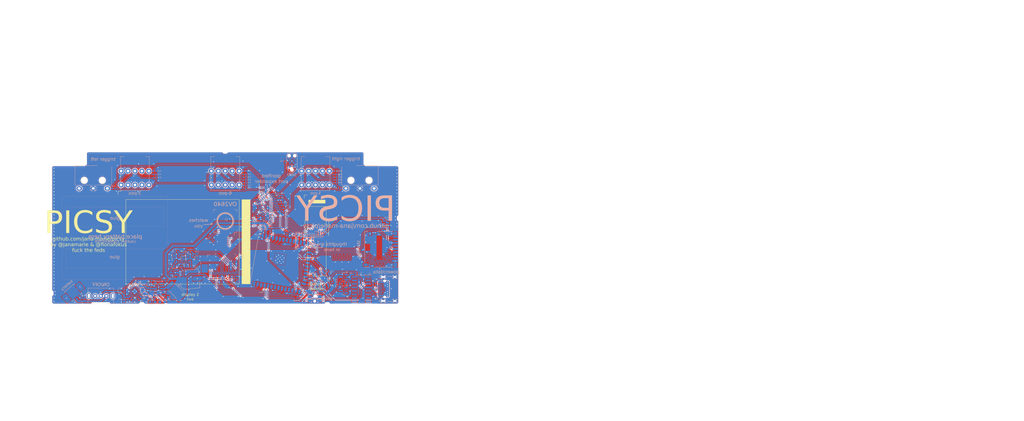
<source format=kicad_pcb>
(kicad_pcb (version 20240108) (generator "pcbnew") (generator_version "8.0")
  (layers (0 "F.Cu" signal) (31 "B.Cu" signal) (34 "B.Paste" user) (35 "F.Paste" user) (36 "B.SilkS" user "B.Silkscreen") (37 "F.SilkS" user "F.Silkscreen") (38 "B.Mask" user) (39 "F.Mask" user) (44 "Edge.Cuts" user))
  (net 0 "")
  (net 1 "GND")
  (net 2 "+3V3")
  (net 3 "VBUS")
  (net 4 "VBAT")
  (net 5 "Net-(Q3-D)")
  (net 6 "+1V2")
  (net 7 "Net-(SW1-B)")
  (net 8 "Net-(J2-Pin_1)")
  (net 9 "+2V8")
  (net 10 "BATT_VBAT")
  (net 11 "CSI_PCLK")
  (net 12 "CAM_RST")
  (net 13 "Resolution")
  (net 14 "NRST")
  (net 15 "Palette")
  (net 16 "Brightness")
  (net 17 "Net-(D1-K)")
  (net 18 "Net-(D1-A)")
  (net 19 "Net-(D2-A)")
  (net 20 "Net-(D2-K)")
  (net 21 "Net-(J1-CC2)")
  (net 23 "D+")
  (net 25 "D-")
  (net 26 "Net-(J1-CC1)")
  (net 27 "CSI_MCLK")
  (net 28 "ESP_EN")
  (net 29 "ESP_TX")
  (net 30 "ESP_RX")
  (net 31 "CSI_D3")
  (net 32 "CSI_D0")
  (net 33 "SCK")
  (net 34 "CSI_VSYNC")
  (net 35 "CSI_D4")
  (net 36 "CSI_D5")
  (net 37 "CSI_D7")
  (net 38 "CSI_D2")
  (net 39 "CSI_HSYNC")
  (net 40 "CSI_D1")
  (net 41 "CSI_D6")
  (net 42 "SDA")
  (net 43 "SDC0_CLK")
  (net 44 "SDC0_DAT2")
  (net 45 "SDC0_DAT1")
  (net 46 "SDC0_DAT0")
  (net 47 "SDC0_DAT3")
  (net 49 "SDC0_CMD")
  (net 50 "Net-(U3-SW)")
  (net 51 "SWCLK")
  (net 52 "SWDIO")
  (net 54 "Net-(Q1-E)")
  (net 55 "Net-(Q1-B)")
  (net 56 "Net-(Q2-B)")
  (net 57 "Net-(Q2-E)")
  (net 58 "CAM_PWR")
  (net 59 "Net-(U3-FB)")
  (net 60 "Net-(U4-ISET)")
  (net 61 "Net-(U4-TS)")
  (net 62 "PSRAM_CE")
  (net 63 "Net-(SW5-R3)")
  (net 64 "Net-(SW5-R4)")
  (net 65 "Net-(SW6-F4)")
  (net 66 "Net-(SW6-F5)")
  (net 67 "Net-(SW6-R2)")
  (net 68 "Net-(SW6-R3)")
  (net 69 "Net-(SW6-R4)")
  (net 70 "Net-(SW7-F5)")
  (net 71 "Net-(SW7-R2)")
  (net 72 "Net-(SW7-R3)")
  (net 73 "Net-(SW7-R4)")
  (net 96 "PSRAM_SD3")
  (net 97 "PSRAM_SD0")
  (net 98 "PSRAM_SD1")
  (net 99 "PSRAM_CLK")
  (net 100 "PSRAM_SD2")
  (net 102 "INT")
  (net 108 "Net-(J6-Pin_8)")
  (net 109 "Net-(J7-Pin_3)")
  (net 110 "Trigger_A")
  (net 111 "Trigger_B")
  (net 112 "DISPLAY_RST")
  (net 113 "DISPLAY_1_CS")
  (net 114 "DISPLAY_2_CS")
  (net 119 "Net-(J5-VDD)")
  (footprint "otter:2.0Inch-IPS-ST7789" (layer "F.Cu") (at 113 87.5 -90)
    (property "Reference" "J7" (hide yes))
    (property "Value" "2\" Display")
  )
  (footprint "otter:0.99Inch-IPS-GC9D01" (layer "F.Cu") (at 133 71)
    (property "Reference" "J6" (hide yes))
    (property "Value" "0.99\" Display")
  )
  (footprint "otter:Rs1010" (layer "B.Cu") (at 67.5 62)
    (property "Reference" "SW5" (hide yes))
    (property "Value" "Rs1010-Resolution-3")
  )
  (footprint "otter:C_0402" (layer "B.Cu") (at 114.2 83.6 180)
    (property "Reference" "C23")
    (property "Value" "100n" (hide yes))
  )
  (footprint "otter:R_0402" (layer "B.Cu") (at 132.2 93.2 -90)
    (property "Reference" "R19")
    (property "Value" "47k" (hide yes))
  )
  (footprint "otter:C_0603" (layer "B.Cu") (at 68.8 102.6 135)
    (property "Reference" "C6")
    (property "Value" "4u7" (hide yes))
  )
  (footprint "otter:R_0402" (layer "B.Cu") (at 138.4 101.8 -70)
    (property "Reference" "R14")
    (property "Value" "5k1" (hide yes))
  )
  (footprint "otter:R_0402" (layer "B.Cu") (at 139.6 64.2 180)
    (property "Reference" "R41")
    (property "Value" "10k" (hide yes))
  )
  (footprint "otter:Rs1010" (layer "B.Cu") (at 100 62)
    (property "Reference" "SW6" (hide yes))
    (property "Value" "Rs1010-Palette-6")
  )
  (footprint "otter:C_0402" (layer "B.Cu") (at 120.2 73.4)
    (property "Reference" "C20")
    (property "Value" "100n" (hide yes))
  )
  (footprint "otter:C_0402" (layer "B.Cu") (at 121 76.4 180)
    (property "Reference" "C34")
    (property "Value" "100n" (hide yes))
  )
  (footprint "Connector_Molex:Molex_PicoBlade_53261-0271_1x02-1MP_P1.25mm_Horizontal" (layer "B.Cu") (at 45.6 106.170187 40)
    (property "Reference" "J2")
    (property "Value" "BATT")
  )
  (footprint "otter:R_0402" (layer "B.Cu") (at 84.2 96.8 90)
    (property "Reference" "R4")
    (property "Value" "5k1" (hide yes))
  )
  (footprint "otter:C_0402" (layer "B.Cu") (at 82.4 91 180)
    (property "Reference" "C18")
    (property "Value" "100n" (hide yes))
  )
  (footprint "otter:R_0402" (layer "B.Cu") (at 63.6 106 90)
    (property "Reference" "R9")
    (property "Value" "5k1" (hide yes))
  )
  (footprint "otter:R_0402" (layer "B.Cu") (at 139.6 62 180)
    (property "Reference" "R39")
    (property "Value" "5k1" (hide yes))
  )
  (footprint "otter:R_0402" (layer "B.Cu") (at 143.6 102.6 180)
    (property "Reference" "R2")
    (property "Value" "5k1" (hide yes))
  )
  (footprint "otter:R_0402" (layer "B.Cu") (at 122.2 84.8 -90)
    (property "Reference" "R26")
    (property "Value" "DNP" (hide yes))
  )
  (footprint "otter:R_0402" (layer "B.Cu") (at 139.6 65.2 180)
    (property "Reference" "R40")
    (property "Value" "5k1" (hide yes))
  )
  (footprint "otter:R_0402" (layer "B.Cu") (at 107 63.2 180)
    (property "Reference" "R37")
    (property "Value" "47k" (hide yes))
  )
  (footprint "otter:R_0402" (layer "B.Cu") (at 128.8 85.8 90)
    (property "Reference" "R21")
    (property "Value" "47k" (hide yes))
  )
  (footprint "otter:C_0402" (layer "B.Cu") (at 121.4 75.4 180)
    (property "Reference" "C33")
    (property "Value" "100n" (hide yes))
  )
  (footprint "otter:R_0402" (layer "B.Cu") (at 126 107.2 90)
    (property "Reference" "R16")
    (property "Value" "5k1" (hide yes))
  )
  (footprint "otter:C_0402" (layer "B.Cu") (at 104.2 101.2 -90)
    (property "Reference" "C26")
    (property "Value" "100n" (hide yes))
  )
  (footprint "otter:R_0402" (layer "B.Cu") (at 107 62 180)
    (property "Reference" "R34")
    (property "Value" "5k1" (hide yes))
  )
  (footprint "Capacitor_SMD:CP_Elec_6.3x5.4" (layer "B.Cu") (at 87.2 101 5)
    (property "Reference" "C10")
    (property "Value" "100u")
  )
  (footprint "otter:C_0603" (layer "B.Cu") (at 120.6 71.6 -90)
    (property "Reference" "C31")
    (property "Value" "4u7" (hide yes))
  )
  (footprint "otter:C_0603" (layer "B.Cu") (at 89.8 92.6 90)
    (property "Reference" "C13")
    (property "Value" "4u7" (hide yes))
  )
  (footprint "Package_DFN_QFN:QFN-16-1EP_3x3mm_P0.5mm_EP1.7x1.7mm" (layer "B.Cu") (at 67.4 105.4 45)
    (property "Reference" "U4")
    (property "Value" "BQ24232HRGTR")
  )
  (footprint "otter:C_0402" (layer "B.Cu") (at 114.2 79 180)
    (property "Reference" "C28")
    (property "Value" "100n" (hide yes))
  )
  (footprint "otter:R_0402" (layer "B.Cu") (at 103.2 100.8 90)
    (property "Reference" "R17")
    (property "Value" "5k1" (hide yes))
  )
  (footprint "otter:C_0603" (layer "B.Cu") (at 157 81.8 90)
    (property "Reference" "C27")
    (property "Value" "4u7" (hide yes))
  )
  (footprint "Connector_FFC-FPC:TE_2-1734839-4_1x24-1MP_P0.5mm_Horizontal" (layer "B.Cu") (at 100 97.425)
    (property "Reference" "J3" (hide yes))
    (property "Value" "Cam")
  )
  (footprint "otter:C_0402" (layer "B.Cu") (at 87.4 91 180)
    (property "Reference" "C12")
    (property "Value" "100n" (hide yes))
  )
  (footprint "otter:R_0402" (layer "B.Cu") (at 154.2 102.4 90)
    (property "Reference" "R5")
    (property "Value" "5k1" (hide yes))
  )
  (footprint "otter:C_0402" (layer "B.Cu") (at 111.8 78.8 90)
    (property "Reference" "C35")
    (property "Value" "100n" (hide yes))
  )
  (footprint "otter:R_0402" (layer "B.Cu") (at 130.523414 101.749545)
    (property "Reference" "R20")
    (property "Value" "47k" (hide yes))
  )
  (footprint "otter:C_0402" (layer "B.Cu") (at 119.4 71.8 -90)
    (property "Reference" "C30")
    (property "Value" "100n" (hide yes))
  )
  (footprint "otter:C_0402" (layer "B.Cu") (at 147.5 98.75 180)
    (property "Reference" "C1")
    (property "Value" "100n" (hide yes))
  )
  (footprint "otter:C_0402" (layer "B.Cu") (at 153.2 103 -90)
    (property "Reference" "C2")
    (property "Value" "100n" (hide yes))
  )
  (footprint "Button_Switch_SMD:SW_SPST_EVQP7C" (layer "B.Cu") (at 132.2 108 180)
    (property "Reference" "SW2" (hide yes))
    (property "Value" "RST")
  )
  (footprint "Package_SO:TSSOP-20_4.4x6.5mm_P0.65mm" (layer "B.Cu") (at 115.2 74 -160)
    (property "Reference" "U8")
    (property "Value" "STM32G030F6Px")
  )
  (footprint "otter:C_0603" (layer "B.Cu") (at 114.4 82.4 180)
    (property "Reference" "C24")
    (property "Value" "4u7" (hide yes))
  )
  (footprint "otter:C_0603" (layer "B.Cu") (at 78.4 105.8 180)
    (property "Reference" "C9")
    (property "Value" "4u7" (hide yes))
  )
  (footprint "otter:TC2030" (layer "B.Cu") (at 124 59 90)
    (property "Reference" "P2" (hide yes))
    (property "Value" "TC2030-CTX-Tag-Connect" (hide yes))
  )
  (footprint "otter:C_0402" (layer "B.Cu") (at 97.8 100.8 -90)
    (property "Reference" "C22")
    (property "Value" "100n" (hide yes))
  )
  (footprint "Package_TO_SOT_SMD:SOT-23-3" (layer "B.Cu") (at 82.4 93.6 -90)
    (property "Reference" "U5")
    (property "Value" "XC6206-2.8V")
  )
  (footprint "otter:C_0603" (layer "B.Cu") (at 80.8 96.4 180)
    (property "Reference" "C17")
    (property "Value" "4u7" (hide yes))
  )
  (footprint "otter:SOIC-16_3.9x9.9mm_P1.27mm" (layer "B.Cu") (at 149.025 104.555 180)
    (property "Reference" "U1")
    (property "Value" "CH340C" (hide yes))
  )
  (footprint "otter:R_0402" (layer "B.Cu") (at 79 101.6 180)
    (property "Reference" "R3")
    (property "Value" "540k" (hide yes))
  )
  (footprint "otter:C_0603" (layer "B.Cu") (at 70.2 106.8 -135)
    (property "Reference" "C4")
    (property "Value" "4u7" (hide yes))
  )
  (footprint "otter:R_0402" (layer "B.Cu") (at 63.6 104.2 90)
    (property "Reference" "R13")
    (property "Value" "10k" (hide yes))
  )
  (footprint "otter:R_0402" (layer "B.Cu") (at 134.4 83.8)
    (property "Reference" "R43")
    (property "Value" "5k1" (hide yes))
  )
  (footprint "otter:R_0402" (layer "B.Cu") (at 130.4 102.8)
    (property "Reference" "R22")
    (property "Value" "47k" (hide yes))
  )
  (footprint "otter:R_0402" (layer "B.Cu") (at 116.2 83.6 -90)
    (property "Reference" "R15")
    (property "Value" "5k1" (hide yes))
  )
  (footprint "otter:R_0402" (layer "B.Cu") (at 94.4 85.8 135)
    (property "Reference" "R44")
    (property "Value" "5k1" (hide yes))
  )
  (footprint "otter:USB-C 16Pin" (layer "B.Cu") (at 155.9525 104.5 -90)
    (property "Reference" "J1" (hide yes))
    (property "Value" "Power/Data")
  )
  (footprint "Package_SO:SOIC-8_3.9x4.9mm_P1.27mm" (layer "B.Cu") (at 134.4 101.4 110)
    (property "Reference" "U6")
    (property "Value" "~")
  )
  (footprint "otter:R_0402" (layer "B.Cu") (at 126 85.4 -90)
    (property "Reference" "R25")
    (property "Value" "5k1" (hide yes))
  )
  (footprint "otter:C_0603" (layer "B.Cu") (at 63.6 108.2 -90)
    (property "Reference" "C15")
    (property "Value" "4u7" (hide yes))
  )
  (footprint "otter:C_0603" (layer "B.Cu") (at 80 107.4 180)
    (property "Reference" "C8")
    (property "Value" "4u7" (hide yes))
  )
  (footprint "otter:R_0402" (layer "B.Cu") (at 78.2 107.4 -90)
    (property "Reference" "R8")
    (property "Value" "5k1" (hide yes))
  )
  (footprint "otter:R_0402" (layer "B.Cu") (at 141.6 102.6)
    (property "Reference" "R1")
    (property "Value" "5k1" (hide yes))
  )
  (footprint "otter:C_0402" (layer "B.Cu") (at 137 98.4 -70)
    (property "Reference" "C21")
    (property "Value" "100n" (hide yes))
  )
  (footprint "otter:R_0402" (layer "B.Cu") (at 74.6 64.4 180)
    (property "Reference" "R29")
    (property "Value" "5k1" (hide yes))
  )
  (footprint "otter:LED_0603_1608Metric" (layer "B.Cu") (at 73.8 109.2)
    (property "Reference" "D2")
    (property "Value" "AMBER")
  )
  (footprint "otter:R_0402" (layer "B.Cu") (at 68.6 108.4 -135)
    (property "Reference" "R10")
    (property "Value" "5k1" (hide yes))
  )
  (footprint "RF_Module:ESP32-WROOM-32U" (layer "B.Cu") (at 120.083422 95.375191 -100)
    (property "Reference" "U7")
    (property "Value" "ESP32-WROOM-32D")
  )
  (footprint "Package_TO_SOT_SMD:SOT-23" (layer "B.Cu") (at 81.4 98.6 180)
    (property "Reference" "Q3")
    (property "Value" "AO3401A")
  )
  (footprint "otter:C_0603" (layer "B.Cu") (at 72.2 103.4 90)
    (property "Reference" "C7")
    (property "Value" "4u7" (hide yes))
  )
  (footprint "otter:LED_0603_1608Metric" (layer "B.Cu") (at 77.4 109.2)
    (property "Reference" "D1")
    (property "Value" "GREEN")
  )
  (footprint "otter:DUMMY-3D" (layer "B.Cu") (at 60.6 86.2 -90)
    (property "Reference" "REF**" (hide yes))
    (property "Value" "DUMMY-3D")
  )
  (footprint "Connector_Card:microSD_HC_Hirose_DM3D-SF" (layer "B.Cu") (at 156 90.2 -90)
    (property "Reference" "J5" (hide yes))
    (property "Value" "SD")
  )
  (footprint "otter:C_0402" (layer "B.Cu") (at 133.4 84.6)
    (property "Reference" "C37")
    (property "Value" "100n" (hide yes))
  )
  (footprint "Package_TO_SOT_SMD:SOT-23-3" (layer "B.Cu") (at 87.4 93.6 -90)
    (property "Reference" "U2")
    (property "Value" "XC6206-1.2V")
  )
  (footprint "otter:C_0402" (layer "B.Cu") (at 95.8 87.2 135)
    (property "Reference" "C36")
    (property "Value" "100n" (hide yes))
  )
  (footprint "otter:C_0402" (layer "B.Cu") (at 72 106.8 -90)
    (property "Reference" "C3")
    (property "Value" "100n" (hide yes))
  )
  (footprint "otter:R_0402" (layer "B.Cu") (at 66.4 108.4 -45)
    (property "Reference" "R11")
    (property "Value" "10k" (hide yes))
  )
  (footprint "otter:R_0402" (layer "B.Cu") (at 127.2 85.6 -90)
    (property "Reference" "R24")
    (property "Value" "5k1" (hide yes))
  )
  (footprint "otter:R_0402" (layer "B.Cu") (at 131.4 87 90)
    (property "Reference" "R23")
    (property "Value" "47k" (hide yes))
  )
  (footprint "otter:R_0402" (layer "B.Cu") (at 130 86 90)
    (property "Reference" "R18")
    (property "Value" "47k" (hide yes))
  )
  (footprint "otter:R_0402" (layer "B.Cu") (at 139.6 66.2 180)
    (property "Reference" "R38")
    (property "Value" "120k" (hide yes))
  )
  (footprint "Package_TO_SOT_SMD:SOT-23" (layer "B.Cu") (at 142.6 105 180)
    (property "Reference" "Q2")
    (property "Value" "S8050")
  )
  (footprint "otter:Rs1010" (layer "B.Cu") (at 132.5 62)
    (property "Reference" "SW7" (hide yes))
    (property "Value" "Rs1010-Brightness-5")
  )
  (footprint "otter:R_0402" (layer "B.Cu") (at 107 65.2 180)
    (property "Reference" "R35")
    (property "Value" "5k1" (hide yes))
  )
  (footprint "otter:C_0402" (layer "B.Cu") (at 121.6 58.4 -90)
    (property "Reference" "C32")
    (property "Value" "100n" (hide yes))
  )
  (footprint "otter:SK-12D07VG4" (layer "B.Cu") (at 55.2 107 180)
    (property "Reference" "SW1" (hide yes))
    (property "Value" "ON/OFF")
  )
  (footprint "otter:R_0805" (layer "B.Cu") (at 158.4 81.6 -90)
    (property "Reference" "FB1")
    (property "Value" "FERRET" (hide yes))
  )
  (footprint "otter:C_0402" (layer "B.Cu") (at 73.4 103.8 90)
    (property "Reference" "C5")
    (property "Value" "100n" (hide yes))
  )
  (footprint "otter:R_0402" (layer "B.Cu") (at 107 64.2 180)
    (property "Reference" "R36")
    (property "Value" "10k" (hide yes))
  )
  (footprint "Package_TO_SOT_SMD:SOT-23" (layer "B.Cu") (at 142.6 100.2 180)
    (property "Reference" "Q1")
    (property "Value" "S8050")
  )
  (footprint "otter:R_0402" (layer "B.Cu") (at 107 68.2 180)
    (property "Reference" "R33")
    (property "Value" "47k" (hide yes))
  )
  (footprint "otter:R_0402" (layer "B.Cu") (at 154.4 106.8 -90)
    (property "Reference" "R6")
    (property "Value" "5k1" (hide yes))
  )
  (footprint "otter:R_0402" (layer "B.Cu") (at 139.6 63.2 180)
    (property "Reference" "R42")
    (property "Value" "47k" (hide yes))
  )
  (footprint "otter:C_0402" (layer "B.Cu") (at 49.4 108.2 90)
    (property "Reference" "C16")
    (property "Value" "100n" (hide yes))
  )
  (footprint "otter:R_0402" (layer "B.Cu") (at 74.6 62 180)
    (property "Reference" "R28")
    (property "Value" "5k1" (hide yes))
  )
  (footprint "otter:Microswitch_L" (layer "B.Cu") (at 148.5 60.25 180)
    (property "Reference" "SW3" (hide yes))
    (property "Value" "trigger")
    (fp_circle (center 3.25 -5.1) (end 4.35 -5.1) (stroke (width 0.1)) (fill none) (layer "Edge.Cuts"))
    (fp_circle (center -3.25 -5.1) (end -2.15 -5.1) (stroke (width 0.1)) (fill none) (layer "Edge.Cuts"))
  )
  (footprint "otter:R_0402" (layer "B.Cu") (at 59.8 68.2 180)
    (property "Reference" "R45")
    (property "Value" "5k1" (hide yes))
  )
  (footprint "otter:C_0402" (layer "B.Cu") (at 64.8 108 -90)
    (property "Reference" "C14")
    (property "Value" "100n" (hide yes))
  )
  (footprint "otter:Microswitch_R" (layer "B.Cu") (at 52.5 60.25 180)
    (property "Reference" "SW4" (hide yes))
    (property "Value" "trigger")
    (fp_circle (center 3.25 -5.1) (end 4.35 -5.1) (stroke (width 0.1)) (fill none) (layer "Edge.Cuts"))
    (fp_circle (center -3.25 -5.1) (end -2.15 -5.1) (stroke (width 0.1)) (fill none) (layer "Edge.Cuts"))
  )
  (footprint "otter:C_0603" (layer "B.Cu") (at 84.8 92.6 90)
    (property "Reference" "C19")
    (property "Value" "4u7" (hide yes))
  )
  (footprint "otter:R_0402" (layer "B.Cu") (at 107 66.2 180)
    (property "Reference" "R31")
    (property "Value" "120k" (hide yes))
  )
  (footprint "otter:R_0402" (layer "B.Cu") (at 73.4 102 -90)
    (property "Reference" "R7")
    (property "Value" "120k" (hide yes))
  )
  (footprint "Inductor_SMD:L_2512_6332Metric" (layer "B.Cu") (at 82.2 105.2 -45)
    (property "Reference" "L1")
    (property "Value" "2.2uH")
  )
  (footprint "Package_TO_SOT_SMD:SOT-23-5" (layer "B.Cu") (at 76 103.4 180)
    (property "Reference" "U3")
    (property "Value" "TLV62565DBVR")
  )
  (footprint "otter:R_0402" (layer "B.Cu") (at 141.2 68.2)
    (property "Reference" "R27")
    (property "Value" "5k1" (hide yes))
  )
  (footprint "otter:C_0402" (layer "B.Cu") (at 120.8 74.4 180)
    (property "Reference" "C29")
    (property "Value" "100n" (hide yes))
  )
  (footprint "otter:R_0402" (layer "B.Cu") (at 74.6 63.2 180)
    (property "Reference" "R30")
    (property "Value" "10k" (hide yes))
  )
  (footprint "otter:R_0402" (layer "B.Cu") (at 107 67.2 180)
    (property "Reference" "R32")
    (property "Value" "47k" (hide yes))
  )
  (footprint "otter:C_0603" (layer "B.Cu") (at 86.8 96.4 180)
    (property "Reference" "C11")
    (property "Value" "4u7" (hide yes))
  )
  (footprint "otter:R_0402" (layer "B.Cu") (at 74.6 107.4 -90)
    (property "Reference" "R12")
    (property "Value" "5k1" (hide yes))
  )
  (footprint "otter:C_0402" (layer "B.Cu") (at 156.6 80 180)
    (property "Reference" "C25")
    (property "Value" "100n" (hide yes))
  )
  (gr_line (start 103.2 84.2) (end 103.2 85.2) (stroke (width 0.1)) (layer "B.SilkS"))
  (gr_line (start 95.8 76.8) (end 95.8 75.8) (stroke (width 0.1)) (layer "B.SilkS"))
  (gr_line (start 132.074658 89.81887) (end 132.6 89.4) (stroke (width 0.15)) (layer "B.SilkS"))
  (gr_arc (start 104 92.2) (mid 103.575736 92.024264) (end 103.4 91.6) (stroke (width 0.1)) (layer "B.SilkS"))
  (gr_line (start 106.4 92.2) (end 106.4 93.2) (stroke (width 0.1)) (layer "B.SilkS"))
  (gr_circle (center 100 80) (end 103.2 80) (stroke (width 0.1)) (fill none) (layer "B.SilkS"))
  (gr_line (start 95.8 75.8) (end 96.8 75.8) (stroke (width 0.1)) (layer "B.SilkS"))
  (gr_line (start 104.2 84.2) (end 103.2 84.2) (stroke (width 0.1)) (layer "B.SilkS"))
  (gr_rect (start 41.3 71.1) (end 79.3 101.1) (stroke (width 0.1) (type dot)) (fill none) (layer "B.SilkS"))
  (gr_line (start 96.8 84.2) (end 96.8 85.2) (stroke (width 0.1)) (layer "B.SilkS"))
  (gr_circle (center 100.4 79.4) (end 100.8 79.4) (stroke (width 0.1)) (fill none) (layer "B.SilkS"))
  (gr_arc (start 96.6 91.6) (mid 96.424264 92.024264) (end 96 92.2) (stroke (width 0.1)) (layer "B.SilkS"))
  (gr_line (start 93.6 93.2) (end 93.6 92.2) (stroke (width 0.1)) (layer "B.SilkS"))
  (gr_line (start 104.2 75.8) (end 104.2 76.8) (stroke (width 0.1)) (layer "B.SilkS"))
  (gr_arc (start 95.4 81) (mid 93.84514 81.220971) (end 92.274658 81.218869) (stroke (width 0.15)) (layer "B.SilkS"))
  (gr_rect (start 42.7 90) (end 77.7 97) (stroke (width 0.1) (type dot)) (fill none) (layer "B.SilkS"))
  (gr_line (start 104.2 83.2) (end 104.2 84.2) (stroke (width 0.1)) (layer "B.SilkS"))
  (gr_line (start 95.4 81) (end 94.874658 81.41887) (stroke (width 0.15)) (layer "B.SilkS"))
  (gr_line (start 115.418869 69.925342) (end 115.597261 69.328332) (stroke (width 0.15)) (layer "B.SilkS"))
  (gr_line (start 95.8 84.2) (end 95.8 83.2) (stroke (width 0.1)) (layer "B.SilkS"))
  (gr_line (start 93.6 92.2) (end 94.6 92.2) (stroke (width 0.1)) (layer "B.SilkS"))
  (gr_line (start 132.074658 89.81887) (end 132.671668 89.997262) (stroke (width 0.15)) (layer "B.SilkS"))
  (gr_line (start 95.4 81) (end 94.80299 80.821608) (stroke (width 0.15)) (layer "B.SilkS"))
  (gr_rect (start 42.8 75) (end 77.8 82) (stroke (width 0.1) (type dot)) (fill none) (layer "B.SilkS"))
  (gr_line (start 115.418869 69.925342) (end 114.999999 69.4) (stroke (width 0.15)) (layer "B.SilkS"))
  (gr_line (start 103.2 75.8) (end 104.2 75.8) (stroke (width 0.1)) (layer "B.SilkS"))
  (gr_arc (start 132.074658 89.81887) (mid 133.629518 89.597894) (end 135.2 89.600001) (stroke (width 0.15)) (layer "B.SilkS"))
  (gr_line (start 105.4 92.2) (end 106.4 92.2) (stroke (width 0.1)) (layer "B.SilkS"))
  (gr_arc (start 115.418869 69.925342) (mid 115.197893 68.370482) (end 115.2 66.8) (stroke (width 0.15)) (layer "B.SilkS"))
  (gr_line (start 96.8 84.2) (end 95.8 84.2) (stroke (width 0.1)) (layer "B.SilkS"))
  (gr_circle (center 100 80) (end 102.8 80) (stroke (width 0.4)) (fill none) (layer "B.SilkS"))
  (gr_line (start 51.7 110) (end 38 110) (stroke (width 0.05)) (layer "Edge.Cuts"))
  (gr_line (start 58.2 109.5) (end 58.7 110) (stroke (width 0.05)) (layer "Edge.Cuts"))
  (gr_line (start 99 55) (end 50.5 55) (stroke (width 0.05)) (layer "Edge.Cuts"))
  (gr_line (start 149.5 55) (end 101 55) (stroke (width 0.05)) (layer "Edge.Cuts"))
  (gr_line (start 52.2 109.5) (end 51.7 110) (stroke (width 0.05)) (layer "Edge.Cuts"))
  (gr_line (start 37.5 60.5) (end 37.5 105) (stroke (width 0.05)) (layer "Edge.Cuts"))
  (gr_line (start 69.5 109.5) (end 69 110) (stroke (width 0.05)) (layer "Edge.Cuts"))
  (gr_line (start 162 79.5) (end 162 78.5) (stroke (width 0.05)) (layer "Edge.Cuts"))
  (gr_line (start 162 79.5) (end 162.5 80) (stroke (width 0.05)) (layer "Edge.Cuts"))
  (gr_line (start 162 60) (end 150.5 60) (stroke (width 0.05)) (layer "Edge.Cuts"))
  (gr_line (start 49.5 60) (end 38 60) (stroke (width 0.05)) (layer "Edge.Cuts"))
  (gr_line (start 150 59.5) (end 150.5 60) (stroke (width 0.05)) (layer "Edge.Cuts"))
  (gr_line (start 37.5 60.5) (end 38 60) (stroke (width 0.05)) (layer "Edge.Cuts"))
  (gr_line (start 37.5 107) (end 37.5 109.5) (stroke (width 0.05)) (layer "Edge.Cuts"))
  (gr_line (start 150 59.5) (end 150 55.5) (stroke (width 0.05)) (layer "Edge.Cuts"))
  (gr_line (start 162.5 78) (end 162.5 60.5) (stroke (width 0.05)) (layer "Edge.Cuts"))
  (gr_line (start 137.75 110) (end 162 110) (stroke (width 0.05)) (layer "Edge.Cuts"))
  (gr_line (start 71 110) (end 135.75 110) (stroke (width 0.05)) (layer "Edge.Cuts"))
  (gr_line (start 52.2 109.5) (end 58.2 109.5) (stroke (width 0.05)) (layer "Edge.Cuts"))
  (gr_line (start 38 106.5) (end 37.5 107) (stroke (width 0.05)) (layer "Edge.Cuts"))
  (gr_line (start 49.5 60) (end 50 59.5) (stroke (width 0.05)) (layer "Edge.Cuts"))
  (gr_line (start 136.25 109.5) (end 137.25 109.5) (stroke (width 0.05)) (layer "Edge.Cuts"))
  (gr_line (start 99.5 55.5) (end 99 55) (stroke (width 0.05)) (layer "Edge.Cuts"))
  (gr_line (start 38 110) (end 37.5 109.5) (stroke (width 0.05)) (layer "Edge.Cuts"))
  (gr_line (start 69.5 109.5) (end 70.5 109.5) (stroke (width 0.05)) (layer "Edge.Cuts"))
  (gr_line (start 149.5 55) (end 150 55.5) (stroke (width 0.05)) (layer "Edge.Cuts"))
  (gr_line (start 162.5 80) (end 162.5 109.5) (stroke (width 0.05)) (layer "Edge.Cuts"))
  (gr_line (start 162 78.5) (end 162.5 78) (stroke (width 0.05)) (layer "Edge.Cuts"))
  (gr_line (start 50 55.5) (end 50 59.5) (stroke (width 0.05)) (layer "Edge.Cuts"))
  (gr_line (start 137.25 109.5) (end 137.75 110) (stroke (width 0.05)) (layer "Edge.Cuts"))
  (gr_line (start 69 110) (end 58.7 110) (stroke (width 0.05)) (layer "Edge.Cuts"))
  (gr_line (start 70.5 109.5) (end 71 110) (stroke (width 0.05)) (layer "Edge.Cuts"))
  (gr_line (start 50 55.5) (end 50.5 55) (stroke (width 0.05)) (layer "Edge.Cuts"))
  (gr_line (start 162 110) (end 162.5 109.5) (stroke (width 0.05)) (layer "Edge.Cuts"))
  (gr_line (start 100.5 55.5) (end 99.5 55.5) (stroke (width 0.05)) (layer "Edge.Cuts"))
  (gr_line (start 100.5 55.5) (end 101 55) (stroke (width 0.05)) (layer "Edge.Cuts"))
  (gr_line (start 38 105.5) (end 37.5 105) (stroke (width 0.05)) (layer "Edge.Cuts"))
  (gr_line (start 136.25 109.5) (end 135.75 110) (stroke (width 0.05)) (layer "Edge.Cuts"))
  (gr_line (start 162 60) (end 162.5 60.5) (stroke (width 0.05)) (layer "Edge.Cuts"))
  (gr_line (start 38 105.5) (end 38 106.5) (stroke (width 0.05)) (layer "Edge.Cuts"))
  (gr_text "OV2640" (at 100 74 0) (layer "B.SilkS") (effects (font (size 1.5 1.5) (thickness 0.1)) (justify mirror)))
  (gr_text "github.com/jana-marie/picsy" (at 143.4 81.8 0) (layer "B.SilkS") (effects (font (size 1.55 1.55) (thickness 0.1)) (justify mirror)))
  (gr_text "PICSY" (at 143.4 76.2 0) (layer "B.SilkS") (effects (font (size 9 9) (thickness 0.1)) (justify mirror)))
  (gr_text "glue" (at 60.2 93 0) (layer "B.SilkS") (effects (font (size 1.2 1.2) (thickness 0.08)) (justify mirror)))
  (gr_text "reset" (at 137.2 108 0) (layer "B.SilkS") (effects (font (size 1 1) (thickness 0.1)) (justify mirror)))
  (gr_text "trigger right\n" (at 143.4 57.6 0) (layer "B.SilkS") (effects (font (size 1.2 1.2) (thickness 0.1)) (justify mirror)))
  (gr_text "storage" (at 148 90.2 90) (layer "B.SilkS") (effects (font (size 1.2 1.2) (thickness 0.1)) (justify mirror)))
  (gr_text "battery\n" (at 43 103.2 40) (layer "B.SilkS") (effects (font (size 1 1) (thickness 0.1)) (justify mirror)))
  (gr_text "glue" (at 60.3 79 0) (layer "B.SilkS") (effects (font (size 1.2 1.2) (thickness 0.08)) (justify mirror)))
  (gr_text "SWD" (at 124 63.4 0) (layer "B.SilkS") (effects (font (size 1 1) (thickness 0.1)) (justify mirror)))
  (gr_text "glorified\nport expander" (at 116.6 64.8 0) (layer "B.SilkS") (effects (font (size 1.2 1.2) (thickness 0.1)) (justify mirror)))
  (gr_text "place battery here" (at 60.4 85.7 0) (layer "B.SilkS") (effects (font (size 1.5 1.5) (thickness 0.1)) (justify mirror)))
  (gr_text "trigger left" (at 56 57.8 0) (layer "B.SilkS") (effects (font (size 1.2 1.2) (thickness 0.1)) (justify mirror)))
  (gr_text "ON/OFF\n" (at 55.2 103 0) (layer "B.SilkS") (effects (font (size 1.2 1.2) (thickness 0.1)) (justify mirror)))
  (gr_text "6-pos" (at 100 70 0) (layer "B.SilkS") (effects (font (size 1.2 1.2) (thickness 0.1)) (justify mirror)))
  (gr_text "power/data" (at 158 98.4 0) (layer "B.SilkS") (effects (font (size 1.2 1.2) (thickness 0.1)) (justify mirror)))
  (gr_text "thoughts are\nin here" (at 138.4 89.4 0) (layer "B.SilkS") (effects (font (size 1.2 1.2) (thickness 0.1)) (justify mirror)))
  (gr_text "watches\nyou" (at 90.4 80.8 0) (layer "B.SilkS") (effects (font (size 1.2 1.2) (thickness 0.1)) (justify mirror)))
  (gr_text "5-pos" (at 132.5 70 0) (layer "B.SilkS") (effects (font (size 1 1) (thickness 0.1)) (justify mirror)))
  (gr_text "3-pos" (at 67.5 70 0) (layer "B.SilkS") (effects (font (size 1.2 1.2) (thickness 0.1)) (justify mirror)))
  (gr_text "caution, contains fire" (at 60.4 87.4 0) (layer "B.SilkS") (effects (font (size 1 1) (thickness 0.1)) (justify mirror)))
  (gr_text "by @janamarie & @fionafokus" (at 50.8 88.548396 0) (layer "F.SilkS") (effects (font (size 1.3 1.3) (thickness 0.1))))
  (gr_text "display 1\npalette" (at 133 103.6 0) (layer "F.SilkS") (effects (font (size 1 1) (thickness 0.1))))
  (gr_text "fuck the feds" (at 50.8 90.6 0) (layer "F.SilkS") (effects (font (size 1.3 1.3) (thickness 0.1))))
  (gr_text "PICSY" (at 50.8 81 0) (layer "F.SilkS") (effects (font (size 8 8) (thickness 0.1))))
  (gr_text "display 2\nlive" (at 87.4 107.4 0) (layer "F.SilkS") (effects (font (size 1 1) (thickness 0.1))))
  (gr_text "github.com/jana-marie/picsy" (at 50.8 86.496794 0) (layer "F.SilkS") (effects (font (size 1.3 1.3) (thickness 0.1))))
  (segment (start 99.6 84.8) (end 101.8 84.8) (width 0.25) (layer "F.Cu") (net 1))
  (segment (start 99.6 82) (end 101.6 82) (width 0.25) (layer "F.Cu") (net 1))
  (segment (start 133.35 83.35) (end 133.2 83.2) (width 0.25) (layer "F.Cu") (net 1))
  (segment (start 135.45 85.2) (end 135.45 83.55) (width 0.25) (layer "F.Cu") (net 1))
  (segment (start 101.7 85.5) (end 101.8 85.4) (width 0.25) (layer "F.Cu") (net 1))
  (segment (start 136.15 87.55) (end 136.4 87.8) (width 0.25) (layer "F.Cu") (net 1))
  (segment (start 136.15 85.2) (end 136.15 87.55) (width 0.25) (layer "F.Cu") (net 1))
  (segment (start 99.6 82) (end 97.6 82) (width 0.25) (layer "F.Cu") (net 1))
  (segment (start 101.5 89.7) (end 101.6 89.8) (width 0.25) (layer "F.Cu") (net 1))
  (segment (start 135.45 87.15) (end 135.2 87.4) (width 0.25) (layer "F.Cu") (net 1))
  (segment (start 133.35 85.2) (end 133.35 87.35) (width 0.25) (layer "F.Cu") (net 1))
  (segment (start 97.5 82.7) (end 97.4 82.6) (width 0.25) (layer "F.Cu") (net 1))
  (segment (start 99.6 85.5) (end 97.5 85.5) (width 0.25) (layer "F.Cu") (net 1))
  (segment (start 99.6 89.7) (end 101.5 89.7) (width 0.25) (layer "F.Cu") (net 1))
  (segment (start 135.45 85.2) (end 135.45 87.15) (width 0.25) (layer "F.Cu") (net 1))
  (segment (start 97.7 89.7) (end 97.6 89.8) (width 0.25) (layer "F.Cu") (net 1))
  (segment (start 99.6 84.8) (end 97.4 84.8) (width 0.25) (layer "F.Cu") (net 1))
  (segment (start 99.6 82.7) (end 97.5 82.7) (width 0.25) (layer "F.Cu") (net 1))
  (segment (start 99.6 82.7) (end 101.5 82.7) (width 0.25) (layer "F.Cu") (net 1))
  (segment (start 136.15 85.2) (end 136.15 83.25) (width 0.25) (layer "F.Cu") (net 1))
  (segment (start 135.45 83.55) (end 135.8 83.2) (width 0.25) (layer "F.Cu") (net 1))
  (segment (start 133.35 87.35) (end 133.4 87.4) (width 0.25) (layer "F.Cu") (net 1))
  (segment (start 136.15 83.25) (end 136.6 82.8) (width 0.25) (layer "F.Cu") (net 1))
  (segment (start 99.6 89.7) (end 97.7 89.7) (width 0.25) (layer "F.Cu") (net 1))
  (segment (start 99.6 85.5) (end 101.7 85.5) (width 0.25) (layer "F.Cu") (net 1))
  (segment (start 133.35 85.2) (end 133.35 83.35) (width 0.25) (layer "F.Cu") (net 1))
  (via (at 161.8 64) (size 0.6) (drill 0.3) (layers "F.Cu" "B.Cu") (net 1))
  (via (at 38.4 103) (size 0.6) (drill 0.3) (layers "F.Cu" "B.Cu") (net 1))
  (via (at 89.989345 100.755964) (size 0.5) (drill 0.3) (layers "F.Cu" "B.Cu") (net 1))
  (via (at 106.4 58.4) (size 0.5) (drill 0.3) (layers "F.Cu" "B.Cu") (net 1))
  (via (at 79.6 97.2) (size 0.5) (drill 0.3) (layers "F.Cu" "B.Cu") (net 1))
  (via (at 151.2 82.2) (size 0.5) (drill 0.3) (layers "F.Cu" "B.Cu") (net 1))
  (via (at 148.6 85) (size 0.5) (drill 0.3) (layers "F.Cu" "B.Cu") (net 1))
  (via (at 113.6 108) (size 0.5) (drill 0.3) (layers "F.Cu" "B.Cu") (net 1))
  (via (at 65.2 105.4) (size 0.5) (drill 0.3) (layers "F.Cu" "B.Cu") (net 1))
  (via (at 77.2 99.2) (size 0.5) (drill 0.3) (layers "F.Cu" "B.Cu") (net 1))
  (via (at 153.2 101.6) (size 0.5) (drill 0.3) (layers "F.Cu" "B.Cu") (net 1))
  (via (at 61.2 60) (size 0.5) (drill 0.3) (layers "F.Cu" "B.Cu") (net 1))
  (via (at 38.4 95.8) (size 0.6) (drill 0.3) (layers "F.Cu" "B.Cu") (net 1))
  (via (at 126 100.6) (size 0.5) (drill 0.3) (layers "F.Cu" "B.Cu") (net 1))
  (via (at 110 74.2) (size 0.5) (drill 0.3) (layers "F.Cu" "B.Cu") (net 1))
  (via (at 132.6 81.4) (size 0.5) (drill 0.3) (layers "F.Cu" "B.Cu") (net 1))
  (via (at 97.2 85.2) (size 0.5) (drill 0.3) (layers "F.Cu" "B.Cu") (net 1))
  (via (at 127.6 105.8) (size 0.5) (drill 0.3) (layers "F.Cu" "B.Cu") (net 1))
  (via (at 78.2 105.4) (size 0.5) (drill 0.3) (layers "F.Cu" "B.Cu") (net 1))
  (via (at 154 87.6) (size 0.5) (drill 0.3) (layers "F.Cu" "B.Cu") (net 1))
  (via (at 78.4 103) (size 0.5) (drill 0.3) (layers "F.Cu" "B.Cu") (net 1))
  (via (at 85.8 93.8) (size 0.5) (drill 0.3) (layers "F.Cu" "B.Cu") (net 1))
  (via (at 141 63.4) (size 0.5) (drill 0.3) (layers "F.Cu" "B.Cu") (net 1))
  (via (at 38.4 82.6) (size 0.6) (drill 0.3) (layers "F.Cu" "B.Cu") (net 1))
  (via (at 67 63.8) (size 0.5) (drill 0.3) (layers "F.Cu" "B.Cu") (net 1))
  (via (at 161.8 74.8) (size 0.6) (drill 0.3) (layers "F.Cu" "B.Cu") (net 1))
  (via (at 127 107) (size 0.5) (drill 0.3) (layers "F.Cu" "B.Cu") (net 1))
  (via (at 139.8 103.6) (size 0.5) (drill 0.3) (layers "F.Cu" "B.Cu") (net 1))
  (via (at 47.710798 103.746315) (size 0.5) (drill 0.3) (layers "F.Cu" "B.Cu") (net 1))
  (via (at 106.4 107.6) (size 0.5) (drill 0.3) (layers "F.Cu" "B.Cu") (net 1))
  (via (at 123.4 67) (size 0.5) (drill 0.3) (layers "F.Cu" "B.Cu") (net 1))
  (via (at 94.4 97.4) (size 0.5) (drill 0.3) (layers "F.Cu" "B.Cu") (net 1))
  (via (at 146.4 89.2) (size 0.5) (drill 0.3) (layers "F.Cu" "B.Cu") (net 1))
  (via (at 158.2 89.6) (size 0.5) (drill 0.3) (layers "F.Cu" "B.Cu") (net 1))
  (via (at 49.6 106.8) (size 0.5) (drill 0.3) (layers "F.Cu" "B.Cu") (net 1))
  (via (at 115.2 75.6) (size 0.5) (drill 0.3) (layers "F.Cu" "B.Cu") (net 1))
  (via (at 87.6 100.2) (size 0.5) (drill 0.3) (layers "F.Cu" "B.Cu") (net 1))
  (via (at 82.6 96.6) (size 0.5) (drill 0.3) (layers "F.Cu" "B.Cu") (net 1))
  (via (at 112.8 79.4) (size 0.5) (drill 0.3) (layers "F.Cu" "B.Cu") (net 1))
  (via (at 154 84.2) (size 0.6) (drill 0.3) (layers "F.Cu" "B.Cu") (net 1))
  (via (at 96 86) (size 0.5) (drill 0.3) (layers "F.Cu" "B.Cu") (net 1))
  (via (at 38.4 104.2) (size 0.6) (drill 0.3) (layers "F.Cu" "B.Cu") (net 1))
  (via (at 114.6 67) (size 0.5) (drill 0.3) (layers "F.Cu" "B.Cu") (net 1))
  (via (at 70.8 107.8) (size 0.5) (drill 0.3) (layers "F.Cu" "B.Cu") (net 1))
  (via (at 68 105.4) (size 0.5) (drill 0.3) (layers "F.Cu" "B.Cu") (net 1))
  (via (at 47.621467 107.606951) (size 0.5) (drill 0.3) (layers "F.Cu" "B.Cu") (net 1))
  (via (at 161.8 80.8) (size 0.6) (drill 0.3) (layers "F.Cu" "B.Cu") (net 1))
  (via (at 66.2 65.8) (size 0.5) (drill 0.3) (layers "F.Cu" "B.Cu") (net 1))
  (via (at 148.2 88.8) (size 0.5) (drill 0.3) (layers "F.Cu" "B.Cu") (net 1))
  (via (at 159.6 81.6) (size 0.5) (drill 0.3) (layers "F.Cu" "B.Cu") (net 1))
  (via (at 38.4 63.4) (size 0.6) (drill 0.3) (layers "F.Cu" "B.Cu") (net 1))
  (via (at 161.2 79.6) (size 0.6) (drill 0.3) (layers "F.Cu" "B.Cu") (net 1))
  (via (at 85.8 99.2) (size 0.5) (drill 0.3) (layers "F.Cu" "B.Cu") (net 1))
  (via (at 159.8 104.4) (size 0.5) (drill 0.3) (layers "F.Cu" "B.Cu") (net 1))
  (via (at 131.2 65.8) (size 0.5) (drill 0.3) (layers "F.Cu" "B.Cu") (net 1))
  (via (at 149.2 94.8) (size 0.5) (drill 0.3) (layers "F.Cu" "B.Cu") (net 1))
  (via (at 97 105) (size 0.5) (drill 0.3) (layers "F.Cu" "B.Cu") (net 1))
  (via (at 121 77.8) (size 0.5) (drill 0.3) (layers "F.Cu" "B.Cu") (net 1))
  (via (at 58.4 104.4) (size 0.5) (drill 0.3) (layers "F.Cu" "B.Cu") (net 1))
  (via (at 153 96.2) (size 0.6) (drill 0.3) (layers "F.Cu" "B.Cu") (net 1))
  (via (at 84 99.4) (size 0.5) (drill 0.3) (layers "F.Cu" "B.Cu") (net 1))
  (via (at 114.6 90.8) (size 0.5) (drill 0.3) (layers "F.Cu" "B.Cu") (net 1))
  (via (at 73.6 107.6) (size 0.5) (drill 0.3) (layers "F.Cu" "B.Cu") (net 1))
  (via (at 76 103.8) (size 0.5) (drill 0.3) (layers "F.Cu" "B.Cu") (net 1))
  (via (at 62.6 104.4) (size 0.5) (drill 0.3) (layers "F.Cu" "B.Cu") (net 1))
  (via (at 104 95.4) (size 0.5) (drill 0.3) (layers "F.Cu" "B.Cu") (net 1))
  (via (at 131.4 92) (size 0.5) (drill 0.3) (layers "F.Cu" "B.Cu") (net 1))
  (via (at 38.4 68.2) (size 0.6) (drill 0.3) (layers "F.Cu" "B.Cu") (net 1))
  (via (at 120.6 62.4) (size 0.5) (drill 0.3) (layers "F.Cu" "B.Cu") (net 1))
  (via (at 122.2 106) (size 0.5) (drill 0.3) (layers "F.Cu" "B.Cu") (net 1))
  (via (at 67.4 107.6) (size 0.5) (drill 0.3) (layers "F.Cu" "B.Cu") (net 1))
  (via (at 126.6 102.2) (size 0.5) (drill 0.3) (layers "F.Cu" "B.Cu") (net 1))
  (via (at 81 99.6) (size 0.5) (drill 0.3) (layers "F.Cu" "B.Cu") (net 1))
  (via (at 72.2 108.2) (size 0.5) (drill 0.3) (layers "F.Cu" "B.Cu") (net 1))
  (via (at 126.6 90.8) (size 0.5) (drill 0.3) (layers "F.Cu" "B.Cu") (net 1))
  (via (at 86.8 100.8) (size 0.5) (drill 0.3) (layers "F.Cu" "B.Cu") (net 1))
  (via (at 121.2 84.6) (size 0.5) (drill 0.3) (layers "F.Cu" "B.Cu") (net 1))
  (via (at 113.8 84.2) (size 0.5) (drill 0.3) (layers "F.Cu" "B.Cu") (net 1))
  (via (at 133.4 109.2) (size 0.5) (drill 0.3) (layers "F.Cu" "B.Cu") (net 1))
  (via (at 90 102.4) (size 0.5) (drill 0.3) (layers "F.Cu" "B.Cu") (net 1))
  (via (at 90.8 96.4) (size 0.5) (drill 0.3) (layers "F.Cu" "B.Cu") (net 1))
  (via (at 161.8 67.6) (size 0.6) (drill 0.3) (layers "F.Cu" "B.Cu") (net 1))
  (via (at 38.4 85) (size 0.6) (drill 0.3) (layers "F.Cu" "B.Cu") (net 1))
  (via (at 133.2 93.4) (size 0.5) (drill 0.3) (layers "F.Cu" "B.Cu") (net 1))
  (via (at 38.4 81.4) (size 0.6) (drill 0.3) (layers "F.Cu" "B.Cu") (net 1))
  (via (at 75.8 60.8) (size 0.5) (drill 0.3) (layers "F.Cu" "B.Cu") (net 1))
  (via (at 128.4 92.6) (size 0.5) (drill 0.3) (layers "F.Cu" "B.Cu") (net 1))
  (via (at 144 107.2) (size 0.5) (drill 0.3) (layers "F.Cu" "B.Cu") (net 1))
  (via (at 159.925 87.875) (size 0.6) (drill 0.3) (layers "F.Cu" "B.Cu") (net 1))
  (via (at 132.6 103.2) (size 0.5) (drill 0.3) (layers "F.Cu" "B.Cu") (net 1))
  (via (at 79 102.4) (size 0.5) (drill 0.3) (layers "F.Cu" "B.Cu") (net 1))
  (via (at 38.4 77.8) (size 0.6) (drill 0.3) (layers "F.Cu" "B.Cu") (net 1))
  (via (at 119.6 99) (size 0.5) (drill 0.3) (layers "F.Cu" "B.Cu") (net 1))
  (via (at 112.2 85.8) (size 0.5) (drill 0.3) (layers "F.Cu" "B.Cu") (net 1))
  (via (at 70.8 102.8) (size 0.5) (drill 0.3) (layers "F.Cu" "B.Cu") (net 1))
  (via (at 101.6 82) (size 0.5) (drill 0.3) (layers "F.Cu" "B.Cu") (net 1))
  (via (at 90.8 98.4) (size 0.5) (drill 0.3) (layers "F.Cu" "B.Cu") (net 1))
  (via (at 123.2 85.2) (size 0.5) (drill 0.3) (layers "F.Cu" "B.Cu") (net 1))
  (via (at 125.2 71) (size 0.5) (drill 0.3) (layers "F.Cu" "B.Cu") (net 1))
  (via (at 38.4 70.6) (size 0.6) (drill 0.3) (layers "F.Cu" "B.Cu") (net 1))
  (via (at 102.8 63.6) (size 0.5) (drill 0.3) (layers "F.Cu" "B.Cu") (net 1))
  (via (at 64.6 109.2) (size 0.5) (drill 0.3) (layers "F.Cu" "B.Cu") (net 1))
  (via (at 38.4 83.8) (size 0.6) (drill 0.3) (layers "F.Cu" "B.Cu") (net 1))
  (via (at 149.2 78) (size 0.5) (drill 0.3) (layers "F.Cu" "B.Cu") (net 1))
  (via (at 135.8 100.6) (size 0.5) (drill 0.3) (layers "F.Cu" "B.Cu") (net 1))
  (via (at 159.2 87.6) (size 0.5) (drill 0.3) (layers "F.Cu" "B.Cu") (net 1))
  (via (at 68.8 59.4) (size 0.5) (drill 0.3) (layers "F.Cu" "B.Cu") (net 1))
  (via (at 157 86.4) (size 0.5) (drill 0.3) (layers "F.Cu" "B.Cu") (net 1))
  (via (at 62.6 109.2) (size 0.5) (drill 0.3) (layers "F.Cu" "B.Cu") (net 1))
  (via (at 60.2 65) (size 0.5) (drill 0.3) (layers "F.Cu" "B.Cu") (net 1))
  (via (at 38.4 74.2) (size 0.6) (drill 0.3) (layers "F.Cu" "B.Cu") (net 1))
  (via (at 83.4 93.8) (size 0.5) (drill 0.3) (layers "F.Cu" "B.Cu") (net 1))
  (via (at 38.4 75.4) (size 0.6) (drill 0.3) (layers "F.Cu" "B.Cu") (net 1))
  (via (at 38.8 106.6) (size 0.6) (drill 0.3) (layers "F.Cu" "B.Cu") (net 1))
  (via (at 38.4 107.8) (size 0.6) (drill 0.3) (layers "F.Cu" "B.Cu") (net 1))
  (via (at 76 105) (size 0.5) (drill 0.3) (layers "F.Cu" "B.Cu") (net 1))
  (via (at 96.4 97.4) (size 0.5) (drill 0.3) (layers "F.Cu" "B.Cu") (net 1))
  (via (at 96 103.6) (size 0.5) (drill 0.3) (layers "F.Cu" "B.Cu") (net 1))
  (via (at 38.4 86.2) (size 0.6) (drill 0.3) (layers "F.Cu" "B.Cu") (net 1))
  (via (at 117 102.2) (size 0.5) (drill 0.3) (layers "F.Cu" "B.Cu") (net 1))
  (via (at 110 76.6) (size 0.5) (drill 0.3) (layers "F.Cu" "B.Cu") (net 1))
  (via (at 127.4 81.6) (size 0.5) (drill 0.3) (layers "F.Cu" "B.Cu") (net 1))
  (via (at 124 58.4) (size 0.5) (drill 0.3) (layers "F.Cu" "B.Cu") (net 1))
  (via (at 38.4 65.8) (size 0.6) (drill 0.3) (layers "F.Cu" "B.Cu") (net 1))
  (via (at 73.8 108.4) (size 0.5) (drill 0.3) (layers "F.Cu" "B.Cu") (net 1))
  (via (at 101.6 79.2) (size 0.5) (drill 0.3) (layers "F.Cu" "B.Cu") (net 1))
  (via (at 89.6 90) (size 0.5) (drill 0.3) (layers "F.Cu" "B.Cu") (net 1))
  (via (at 141.6 89.2) (size 0.5) (drill 0.3) (layers "F.Cu" "B.Cu") (net 1))
  (via (at 161.8 70) (size 0.6) (drill 0.3) (layers "F.Cu" "B.Cu") (net 1))
  (via (at 79.8 92) (size 0.5) (drill 0.3) (layers "F.Cu" "B.Cu") (net 1))
  (via (at 64.6 106.4) (size 0.5) (drill 0.3) (layers "F.Cu" "B.Cu") (net 1))
  (via (at 133.4 64.2) (size 0.5) (drill 0.3) (layers "F.Cu" "B.Cu") (net 1))
  (via (at 95.8 60.6) (size 0.5) (drill 0.3) (layers "F.Cu" "B.Cu") (net 1))
  (via (at 133.8 101.8) (size 0.5) (drill 0.3) (layers "F.Cu" "B.Cu") (net 1))
  (via (at 76.8 105.8) (size 0.5) (drill 0.3) (layers "F.Cu" "B.Cu") (net 1))
  (via (at 72.4 101.8) (size 0.5) (drill 0.3) (layers "F.Cu" "B.Cu") (net 1))
  (via (at 124.8 90.8) (size 0.5) (drill 0.3) (layers "F.Cu" "B.Cu") (net 1))
  (via (at 113 83.6) (size 0.5) (drill 0.3) (layers "F.Cu" "B.Cu") (net 1))
  (via (at 86.8 103) (size 0.5) (drill 0.3) (layers "F.Cu" "B.Cu") (net 1))
  (via (at 82.4 92) (size 0.5) (drill 0.3) (layers "F.Cu" "B.Cu") (net 1))
  (via (at 128.8 92) (size 0.5) (drill 0.3) (layers "F.Cu" "B.Cu") (net 1))
  (via (at 112.6 78.6) (size 0.5) (drill 0.3) (layers "F.Cu" "B.Cu") (net 1))
  (via (at 74.4 103.4) (size 0.5) (drill 0.3) (layers "F.Cu" "B.Cu") (net 1))
  (via (at 142.2 69.4) (size 0.5) (drill 0.3) (layers "F.Cu" "B.Cu") (net 1))
  (via (at 132.4 97.6) (size 0.5) (drill 0.3) (layers "F.Cu" "B.Cu") (net 1))
  (via (at 109.4 97) (size 0.5) (drill 0.3) (layers "F.Cu" "B.Cu") (net 1))
  (via (at 76.2 100) (size 0.5) (drill 0.3) (layers "F.Cu" "B.Cu") (net 1))
  (via (at 62.2 64) (size 0.5) (drill 0.3) (layers "F.Cu" "B.Cu") (net 1))
  (via (at 38.4 79) (size 0.6) (drill 0.3) (layers "F.Cu" "B.Cu") (net 1))
  (via (at 86.6 91.6) (size 0.5) (drill 0.3) (layers "F.Cu" "B.Cu") (net 1))
  (via (at 109.2 79.8) (size 0.5) (drill 0.3) (layers "F.Cu" "B.Cu") (net 1))
  (via (at 73.6 103) (size 0.5) (drill 0.3) (layers "F.Cu" "B.Cu") (net 1))
  (via (at 120.8 97.8) (size 0.5) (drill 0.3) (layers "F.Cu" "B.Cu") (net 1))
  (via (at 110.8 84.8) (size 0.5) (drill 0.3) (layers "F.Cu" "B.Cu") (net 1))
  (via (at 83.4 95.6) (size 0.5) (drill 0.3) (layers "F.Cu" "B.Cu") (net 1))
  (via (at 67.8 101.4) (size 0.5) (drill 0.3) (layers "F.Cu" "B.Cu") (net 1))
  (via (at 85.4 108) (size 0.5) (drill 0.3) (layers "F.Cu" "B.Cu") (net 1))
  (via (at 144.4 94.8) (size 0.5) (drill 0.3) (layers "F.Cu" "B.Cu") (net 1))
  (via (at 86.6 95.8) (size 0.5) (drill 0.3) (layers "F.Cu" "B.Cu") (net 1))
  (via (at 99 100) (size 0.5) (drill 0.3) (layers "F.Cu" "B.Cu") (net 1))
  (via (at 156 81.8) (size 0.5) (drill 0.3) (layers "F.Cu" "B.Cu") (net 1))
  (via (at 121.8 74.8) (size 0.5) (drill 0.3) (layers "F.Cu" "B.Cu") (net 1))
  (via (at 125.8 61.4) (size 0.5) (drill 0.3) (layers "F.Cu" "B.Cu") (net 1))
  (via (at 42.846415 107.828017) (size 0.5) (drill 0.3) (layers "F.Cu" "B.Cu") (net 1))
  (via (at 131.4 106) (size 0.5) (drill 0.3) (layers "F.Cu" "B.Cu") (net 1))
  (via (at 150.6 87.6) (size 0.5) (drill 0.3) (layers "F.Cu" "B.Cu") (net 1))
  (via (at 140 99.2) (size 0.5) (drill 0.3) (layers "F.Cu" "B.Cu") (net 1))
  (via (at 109 82) (size 0.5) (drill 0.3) (layers "F.Cu" "B.Cu") (net 1))
  (via (at 38.4 88.6) (size 0.6) (drill 0.3) (layers "F.Cu" "B.Cu") (net 1))
  (via (at 158 96.2) (size 0.5) (drill 0.3) (layers "F.Cu" "B.Cu") (net 1))
  (via (at 38.4 89.8) (size 0.6) (drill 0.3) (layers "F.Cu" "B.Cu") (net 1))
  (via (at 122.8 78.2) (size 0.5) (drill 0.3) (layers "F.Cu" "B.Cu") (net 1))
  (via (at 116.6 90.8) (size 0.5) (drill 0.3) (layers "F.Cu" "B.Cu") (net 1))
  (via (at 75.4 67.4) (size 0.5) (drill 0.3) (layers "F.Cu" "B.Cu") (net 1))
  (via (at 148.2 102) (size 0.5) (drill 0.3) (layers "F.Cu" "B.Cu") (net 1))
  (via (at 85.2 96.2) (size 0.5) (drill 0.3) (layers "F.Cu" "B.Cu") (net 1))
  (via (at 161.8 76) (size 0.6) (drill 0.3) (layers "F.Cu" "B.Cu") (net 1))
  (via (at 139 100.6) (size 0.5) (drill 0.3) (layers "F.Cu" "B.Cu") (net 1))
  (via (at 67.4 104.8) (size 0.5) (drill 0.3) (layers "F.Cu" "B.Cu") (net 1))
  (via (at 88.6 96.2) (size 0.5) (drill 0.3) (layers "F.Cu" "B.Cu") (net 1))
  (via (at 38.4 100.6) (size 0.6) (drill 0.3) (layers "F.Cu" "B.Cu") (net 1))
  (via (at 38.4 73) (size 0.6) (drill 0.3) (layers "F.Cu" "B.Cu") (net 1))
  (via (at 88.6 93.8) (size 0.5) (drill 0.3) (layers "F.Cu" "B.Cu") (net 1))
  (via (at 112.4 84.6) (size 0.5) (drill 0.3) (layers "F.Cu" "B.Cu") (net 1))
  (via (at 98 94.2) (size 0.5) (drill 0.3) (layers "F.Cu" "B.Cu") (net 1))
  (via (at 121.2 90.8) (size 0.5) (drill 0.3) (layers "F.Cu" "B.Cu") (net 1))
  (via (at 154 108) (size 0.5) (drill 0.3) (layers "F.Cu" "B.Cu") (net 1))
  (via (at 117.2 83.4) (size 0.5) (drill 0.3) (layers "F.Cu" "B.Cu") (net 1))
  (via (at 149.8 101) (size 0.5) (drill 0.3) (layers "F.Cu" "B.Cu") (net 1))
  (via (at 72.8 103) (size 0.5) (drill 0.3) (layers "F.Cu" "B.Cu") (net 1))
  (via (at 38.4 109) (size 0.6) (drill 0.3) (layers "F.Cu" "B.Cu") (net 1))
  (via (at 93.2 86.4) (size 0.5) (drill 0.3) (layers "F.Cu" "B.Cu") (net 1))
  (via (at 103.2 102.2) (size 0.5) (drill 0.3) (layers "F.Cu" "B.Cu") (net 1))
  (via (at 122.4 58.2) (size 0.5) (drill 0.3) (layers "F.Cu" "B.Cu") (net 1))
  (via (at 161.8 72.4) (size 0.6) (drill 0.3) (layers "F.Cu" "B.Cu") (net 1))
  (via (at 115.2 74.6) (size 0.5) (drill 0.3) (layers "F.Cu" "B.Cu") (net 1))
  (via (at 38.4 97) (size 0.6) (drill 0.3) (layers "F.Cu" "B.Cu") (net 1))
  (via (at 129 105) (size 0.5) (drill 0.3) (layers "F.Cu" "B.Cu") (net 1))
  (via (at 112.2 67) (size 0.5) (drill 0.3) (layers "F.Cu" "B.Cu") (net 1))
  (via (at 92.6 65.4) (size 0.5) (drill 0.3) (layers "F.Cu" "B.Cu") (net 1))
  (via (at 85.8 98.2) (size 0.5) (drill 0.3) (layers "F.Cu" "B.Cu") (net 1))
  (via (at 71.6 109.2) (size 0.5) (drill 0.3) (layers "F.Cu" "B.Cu") (net 1))
  (via (at 154.6 101) (size 0.5) (drill 0.3) (layers "F.Cu" "B.Cu") (net 1))
  (via (at 135.8 83) (size 0.5) (drill 0.3) (layers "F.Cu" "B.Cu") (net 1))
  (via (at 153.2 84.2) (size 0.6) (drill 0.3) (layers "F.Cu" "B.Cu") (net 1))
  (via (at 107.4 79.2) (size 0.5) (drill 0.3) (layers "F.Cu" "B.Cu") (net 1))
  (via (at 152.2 84.6) (size 0.6) (drill 0.3) (layers "F.Cu" "B.Cu") (net 1))
  (via (at 104.6 107.2) (size 0.5) (drill 0.3) (layers "F.Cu" "B.Cu") (net 1))
  (via (at 131 109.2) (size 0.5) (drill 0.3) (layers "F.Cu" "B.Cu") (net 1))
  (via (at 108.4 61.8) (size 0.5) (drill 0.3) (layers "F.Cu" "B.Cu") (net 1))
  (via (at 141.4 103.8) (size 0.5) (drill 0.3) (layers "F.Cu" "B.Cu") (net 1))
  (via (at 99.4 102) (size 0.5) (drill 0.3) (layers "F.Cu" "B.Cu") (net 1))
  (via (at 140.8 78) (size 0.5) (drill 0.3) (layers "F.Cu" "B.Cu") (net 1))
  (via (at 153.2 107.2) (size 0.5) (drill 0.3) (layers "F.Cu" "B.Cu") (net 1))
  (via (at 88 87.4) (size 0.5) (drill 0.3) (layers "F.Cu" "B.Cu") (net 1))
  (via (at 139.4 69.2) (size 0.5) (drill 0.3) (layers "F.Cu" "B.Cu") (net 1))
  (via (at 38.4 69.4) (size 0.6) (drill 0.3) (layers "F.Cu" "B.Cu") (net 1))
  (via (at 130.4 100.8) (size 0.5) (drill 0.3) (layers "F.Cu" "B.Cu") (net 1))
  (via (at 55.2 105.6) (size 0.5) (drill 0.3) (layers "F.Cu" "B.Cu") (net 1))
  (via (at 94.4 94.2) (size 0.5) (drill 0.3) (layers "F.Cu" "B.Cu") (net 1))
  (via (at 147.2 97.6) (size 0.5) (drill 0.3) (layers "F.Cu" "B.Cu") (net 1))
  (via (at 161.8 68.8) (size 0.6) (drill 0.3) (layers "F.Cu" "B.Cu") (net 1))
  (via (at 38.4 61) (size 0.6) (drill 0.3) (layers "F.Cu" "B.Cu") (net 1))
  (via (at 108.2 78.4) (size 0.5) (drill 0.3) (layers "F.Cu" "B.Cu") (net 1))
  (via (at 78 100.6) (size 0.5) (drill 0.3) (layers "F.Cu" "B.Cu") (net 1))
  (via (at 116 67) (size 0.5) (drill 0.3) (layers "F.Cu" "B.Cu") (net 1))
  (via (at 63.8 60.8) (size 0.5) (drill 0.3) (layers "F.Cu" "B.Cu") (net 1))
  (via (at 146 92.8) (size 0.5) (drill 0.3) (layers "F.Cu" "B.Cu") (net 1))
  (via (at 38.4 99.4) (size 0.6) (drill 0.3) (layers "F.Cu" "B.Cu") (net 1))
  (via (at 121.4 88.4) (size 0.5) (drill 0.3) (layers "F.Cu" "B.Cu") (net 1))
  (via (at 92 83.6) (size 0.5) (drill 0.3) (layers "F.Cu" "B.Cu") (net 1))
  (via (at 137.2 105.2) (size 0.5) (drill 0.3) (layers "F.Cu" "B.Cu") (net 1))
  (via (at 105.6 93.2) (size 0.5) (drill 0.3) (layers "F.Cu" "B.Cu") (net 1))
  (via (at 38.4 92.2) (size 0.6) (drill 0.3) (layers "F.Cu" "B.Cu") (net 1))
  (via (at 60.8 69.2) (size 0.5) (drill 0.3) (layers "F.Cu" "B.Cu") (net 1))
  (via (at 125.2 75.8) (size 0.5) (drill 0.3) (layers "F.Cu" "B.Cu") (net 1))
  (via (at 142.2 97.4) (size 0.5) (drill 0.3) (layers "F.Cu" "B.Cu") (net 1))
  (via (at 137 84.4) (size 0.5) (drill 0.3) (layers "F.Cu" "B.Cu") (net 1))
  (via (at 138.6 103.2) (size 0.5) (drill 0.3) (layers "F.Cu" "B.Cu") (net 1))
  (via (at 121.6 73) (size 0.5) (drill 0.3) (layers "F.Cu" "B.Cu") (net 1))
  (via (at 38.4 93.4) (size 0.6) (drill 0.3) (layers "F.Cu" "B.Cu") (net 1))
  (via (at 109 72.3) (size 0.5) (drill 0.3) (layers "F.Cu" "B.Cu") (net 1))
  (via (at 38.4 91) (size 0.6) (drill 0.3) (layers "F.Cu" "B.Cu") (net 1))
  (via (at 145 105.2) (size 0.5) (drill 0.3) (layers "F.Cu" "B.Cu") (net 1))
  (via (at 136.2 65.8) (size 0.5) (drill 0.3) (layers "F.Cu" "B.Cu") (net 1))
  (via (at 105.6 97.4) (size 0.5) (drill 0.3) (layers "F.Cu" "B.Cu") (net 1))
  (via (at 161.8 62.8) (size 0.6) (drill 0.3) (layers "F.Cu" "B.Cu") (net 1))
  (via (at 38.4 64.6) (size 0.6) (drill 0.3) (layers "F.Cu" "B.Cu") (net 1))
  (via (at 84.2 90.8) (size 0.5) (drill 0.3) (layers "F.Cu" "B.Cu") (net 1))
  (via (at 161.8 73.6) (size 0.6) (drill 0.3) (layers "F.Cu" "B.Cu") (net 1))
  (via (at 135.4 63.6) (size 0.5) (drill 0.3) (layers "F.Cu" "B.Cu") (net 1))
  (via (at 52 108) (size 0.5) (drill 0.3) (layers "F.Cu" "B.Cu") (net 1))
  (via (at 64.2 102.8) (size 0.5) (drill 0.3) (layers "F.Cu" "B.Cu") (net 1))
  (via (at 114.6 68.8) (size 0.5) (drill 0.3) (layers "F.Cu" "B.Cu") (net 1))
  (via (at 103.8 88.4) (size 0.5) (drill 0.3) (layers "F.Cu" "B.Cu") (net 1))
  (via (at 133.8 65.8) (size 0.5) (drill 0.3) (layers "F.Cu" "B.Cu") (net 1))
  (via (at 109.4 86.4) (size 0.5) (drill 0.3) (layers "F.Cu" "B.Cu") (net 1))
  (via (at 96.6 92.8) (size 0.5) (drill 0.3) (layers "F.Cu" "B.Cu") (net 1))
  (via (at 101.2 64.4) (size 0.5) (drill 0.3) (layers "F.Cu" "B.Cu") (net 1))
  (via (at 82.4 93.4) (size 0.5) (drill 0.3) (layers "F.Cu" "B.Cu") (net 1))
  (via (at 81.2 90.6) (size 0.5) (drill 0.3) (layers "F.Cu" "B.Cu") (net 1))
  (via (at 95 64.4) (size 0.5) (drill 0.3) (layers "F.Cu" "B.Cu") (net 1))
  (via (at 102.2 94.4) (size 0.5) (drill 0.3) (layers "F.Cu" "B.Cu") (net 1))
  (via (at 61.8 106.4) (size 0.5) (drill 0.3) (layers "F.Cu" "B.Cu") (net 1))
  (via (at 127 63.6) (size 0.5) (drill 0.3) (layers "F.Cu" "B.Cu") (net 1))
  (via (at 115 94.4) (size 0.5) (drill 0.3) (layers "F.Cu" "B.Cu") (net 1))
  (via (at 139.4 67.6) (size 0.5) (drill 0.3) (layers "F.Cu" "B.Cu") (net 1))
  (via (at 86.8 104.8) (size 0.5) (drill 0.3) (layers "F.Cu" "B.Cu") (net 1))
  (via (at 100.2 92) (size 0.5) (drill 0.3) (layers "F.Cu" "B.Cu") (net 1))
  (via (at 101.8 84.4) (size 0.5) (drill 0.3) (layers "F.Cu" "B.Cu") (net 1))
  (via (at 80.6 95.6) (size 0.5) (drill 0.3) (layers "F.Cu" "B.Cu") (net 1))
  (via (at 64.6 104.8) (size 0.5) (drill 0.3) (layers "F.Cu" "B.Cu") (net 1))
  (via (at 54.2 108) (size 0.5) (drill 0.3) (layers "F.Cu" "B.Cu") (net 1))
  (via (at 161.8 77.2) (size 0.6) (drill 0.3) (layers "F.Cu" "B.Cu") (net 1))
  (via (at 92.4 100.2) (size 0.5) (drill 0.3) (layers "F.Cu" "B.Cu") (net 1))
  (via (at 68.6 69.4) (size 0.5) (drill 0.3) (layers "F.Cu" "B.Cu") (net 1))
  (via (at 109.4 103.6) (size 0.5) (drill 0.3) (layers "F.Cu" "B.Cu") (net 1))
  (via (at 123.4 103) (size 0.5) (drill 0.3) (layers "F.Cu" "B.Cu") (net 1))
  (via (at 161.8 61.6) (size 0.6) (drill 0.3) (layers "F.Cu" "B.Cu") (net 1))
  (via (at 99.2 107.2) (size 0.5) (drill 0.3) (layers "F.Cu" "B.Cu") (net 1))
  (via (at 137.8 92.8) (size 0.5) (drill 0.3) (layers "F.Cu" "B.Cu") (net 1))
  (via (at 134.8 89.2) (size 0.5) (drill 0.3) (layers "F.Cu" "B.Cu") (net 1))
  (via (at 149.8 104.8) (size 0.5) (drill 0.3) (layers "F.Cu" "B.Cu") (net 1))
  (via (at 38.4 67) (size 0.6) (drill 0.3) (layers "F.Cu" "B.Cu") (net 1))
  (via (at 161.8 66.4) (size 0.6) (drill 0.3) (layers "F.Cu" "B.Cu") (net 1))
  (via (at 157 92) (size 0.5) (drill 0.3) (layers "F.Cu" "B.Cu") (net 1))
  (via (at 120.4 70) (size 0.5) (drill 0.3) (layers "F.Cu" "B.Cu") (net 1))
  (via (at 91.4 102.4) (size 0.5) (drill 0.3) (layers "F.Cu" "B.Cu") (net 1))
  (via (at 112.4 61.8) (size 0.5) (drill 0.3) (layers "F.Cu" "B.Cu") (net 1))
  (via (at 148.8 99.4) (size 0.5) (drill 0.3) (layers "F.Cu" "B.Cu") (net 1))
  (via (at 115.4 78.8) (size 0.5) (drill 0.3) (layers "F.Cu" "B.Cu") (net 1))
  (via (at 67.2 100.2) (size 0.5) (drill 0.3) (layers "F.Cu" "B.Cu") (net 1))
  (via (at 111.6 77.6) (size 0.5) (drill 0.3) (layers "F.Cu" "B.Cu") (net 1))
  (via (at 85.6 92.6) (size 0.5) (drill 0.3) (layers "F.Cu" "B.Cu") (net 1))
  (via (at 108.2 74) (size 0.5) (drill 0.3) (layers "F.Cu" "B.Cu") (net 1))
  (via (at 132.2 103.8) (size 0.5) (drill 0.3) (layers "F.Cu" "B.Cu") (net 1))
  (via (at 119 76.6) (size 0.5) (drill 0.3) (layers "F.Cu" "B.Cu") (net 1))
  (via (at 151 91.2) (size 0.5) (drill 0.3) (layers "F.Cu" "B.Cu") (net 1))
  (via (at 96.6 90.4) (size 0.5) (drill 0.3) (layers "F.Cu" "B.Cu") (net 1))
  (via (at 71 104.6) (size 0.5) (drill 0.3) (layers "F.Cu" "B.Cu") (net 1))
  (via (at 67.4 106) (size 0.5) (drill 0.3) (layers "F.Cu" "B.Cu") (net 1))
  (via (at 82 98.6) (size 0.5) (drill 0.3) (layers "F.Cu" "B.Cu") (net 1))
  (via (at 126 67.6) (size 0.5) (drill 0.3) (layers "F.Cu" "B.Cu") (net 1))
  (via (at 125.4 59.6) (size 0.5) (drill 0.3) (layers "F.Cu" "B.Cu") (net 1))
  (via (at 150.6 85.2) (size 0.5) (drill 0.3) (layers "F.Cu" "B.Cu") (net 1))
  (via (at 98.8 65.6) (size 0.5) (drill 0.3) (layers "F.Cu" "B.Cu") (net 1))
  (via (at 122.8 72) (size 0.5) (drill 0.3) (layers "F.Cu" "B.Cu") (net 1))
  (via (at 102.4 100) (size 0.5) (drill 0.3) (layers "F.Cu" "B.Cu") (net 1))
  (via (at 119 69) (size 0.5) (drill 0.3) (layers "F.Cu" "B.Cu") (net 1))
  (via (at 145 103.2) (size 0.5) (drill 0.3) (layers "F.Cu" "B.Cu") (net 1))
  (via (at 66.8 105.4) (size 0.5) (drill 0.3) (layers "F.Cu" "B.Cu") (net 1))
  (via (at 38.4 71.8) (size 0.6) (drill 0.3) (layers "F.Cu" "B.Cu") (net 1))
  (via (at 130.6 98) (size 0.5) (drill 0.3) (layers "F.Cu" "B.Cu") (net 1))
  (via (at 119 72.6) (size 0.5) (drill 0.3) (layers "F.Cu" "B.Cu") (net 1))
  (via (at 161.2 94.4) (size 0.5) (drill 0.3) (layers "F.Cu" "B.Cu") (net 1))
  (via (at 106.4 60.6) (size 0.5) (drill 0.3) (layers "F.Cu" "B.Cu") (net 1))
  (via (at 95.8 88.6) (size 0.5) (drill 0.3) (layers "F.Cu" "B.Cu") (net 1))
  (via (at 155.4 84.8) (size 0.5) (drill 0.3) (layers "F.Cu" "B.Cu") (net 1))
  (via (at 86.4 107) (size 0.5) (drill 0.3) (layers "F.Cu" "B.Cu") (net 1))
  (via (at 131 96.2) (size 0.5) (drill 0.3) (layers "F.Cu" "B.Cu") (net 1))
  (via (at 92.8 102.4) (size 0.5) (drill 0.3) (layers "F.Cu" "B.Cu") (net 1))
  (via (at 139 106.8) (size 0.5) (drill 0.3) (layers "F.Cu" "B.Cu") (net 1))
  (via (at 128.2 95.8) (size 0.5) (drill 0.3) (layers "F.Cu" "B.Cu") (net 1))
  (via (at 161.8 71.2) (size 0.6) (drill 0.3) (layers "F.Cu" "B.Cu") (net 1))
  (via (at 129.6 63.6) (size 0.5) (drill 0.3) (layers "F.Cu" "B.Cu") (net 1))
  (via (at 127.6 89.2) (size 0.5) (drill 0.3) (layers "F.Cu" "B.Cu") (net 1))
  (via (at 111.2 75.4) (size 0.5) (drill 0.3) (layers "F.Cu" "B.Cu") (net 1))
  (via (at 127 69.2) (size 0.5) (drill 0.3) (layers "F.Cu" "B.Cu") (net 1))
  (via (at 154 108) (size 0.5) (drill 0.3) (layers "F.Cu" "B.Cu") (net 1))
  (via (at 140 105.6) (size 0.5) (drill 0.3) (layers "F.Cu" "B.Cu") (net 1))
  (via (at 79.8 94.2) (size 0.5) (drill 0.3) (layers "F.Cu" "B.Cu") (net 1))
  (via (at 113.2 86.4) (size 0.5) (drill 0.3) (layers "F.Cu" "B.Cu") (net 1))
  (via (at 62.6 108.4) (size 0.5) (drill 0.3) (layers "F.Cu" "B.Cu") (net 1))
  (via (at 122.4 66) (size 0.5) (drill 0.3) (layers "F.Cu" "B.Cu") (net 1))
  (via (at 90.8 94.2) (size 0.5) (drill 0.3) (layers "F.Cu" "B.Cu") (net 1))
  (via (at 97.2 82.2) (size 0.5) (drill 0.3) (layers "F.Cu" "B.Cu") (net 1))
  (via (at 69.6 108.8) (size 0.5) (drill 0.3) (layers "F.Cu" "B.Cu") (net 1))
  (via (at 94.6 84.6) (size 0.5) (drill 0.3) (layers "F.Cu" "B.Cu") (net 1))
  (via (at 161.8 82) (size 0.6) (drill 0.3) (layers "F.Cu" "B.Cu") (net 1))
  (via (at 139.2 60.4) (size 0.5) (drill 0.3) (layers "F.Cu" "B.Cu") (net 1))
  (via (at 83.6 98.2) (size 0.5) (drill 0.3) (layers "F.Cu" "B.Cu") (net 1))
  (via (at 161.2 78.4) (size 0.6) (drill 0.3) (layers "F.Cu" "B.Cu") (net 1))
  (via (at 97.2 87.4) (size 0.5) (drill 0.3) (layers "F.Cu" "B.Cu") (net 1))
  (via (at 159.925 84.475) (size 0.6) (drill 0.3) (layers "F.Cu" "B.Cu") (net 1))
  (via (at 70.8 100) (size 0.5) (drill 0.3) (layers "F.Cu" "B.Cu") (net 1))
  (via (at 45.8 109.2) (size 0.5) (drill 0.3) (layers "F.Cu" "B.Cu") (net 1))
  (via (at 72.096263 104.960866) (size 0.5) (drill 0.3) (layers "F.Cu" "B.Cu") (net 1))
  (via (at 102 96.8) (size 0.5) (drill 0.3) (layers "F.Cu" "B.Cu") (net 1))
  (via (at 159.9 95.8) (size 0.6) (drill 0.3) (layers "F.Cu" "B.Cu") (net 1))
  (via (at 38.4 101.8) (size 0.6) (drill 0.3) (layers "F.Cu" "B.Cu") (net 1))
  (via (at 139.6 94.8) (size 0.5) (drill 0.3) (layers "F.Cu" "B.Cu") (net 1))
  (via (at 155.2 78.2) (size 0.5) (drill 0.3) (layers "F.Cu" "B.Cu") (net 1))
  (via (at 114.6 78) (size 0.5) (drill 0.3) (layers "F.Cu" "B.Cu") (net 1))
  (via (at 38.4 80.2) (size 0.6) (drill 0.3) (layers "F.Cu" "B.Cu") (net 1))
  (via (at 161.8 65.2) (size 0.6) (drill 0.3) (layers "F.Cu" "B.Cu") (net 1))
  (via (at 38.4 62.2) (size 0.6) (drill 0.3) (layers "F.Cu" "B.Cu") (net 1))
  (via (at 142 94.8) (size 0.5) (drill 0.3) (layers "F.Cu" "B.Cu") (net 1))
  (via (at 97.8 102) (size 0.5) (drill 0.3) (layers "F.Cu" "B.Cu") (net 1))
  (via (at 79.6 108) (size 0.5) (drill 0.3) (layers "F.Cu" "B.Cu") (net 1))
  (via (at 74 66) (size 0.5) (drill 0.3) (layers "F.Cu" "B.Cu") (net 1))
  (via (at 140.25 62) (size 0.5) (drill 0.3) (layers "F.Cu" "B.Cu") (net 1))
  (via (at 117 105) (size 0.5) (drill 0.3) (layers "F.Cu" "B.Cu") (net 1))
  (via (at 123.4 63.4) (size 0.5) (drill 0.3) (layers "F.Cu" "B.Cu") (net 1))
  (via (at 87.4 92) (size 0.5) (drill 0.3) (layers "F.Cu" "B.Cu") (net 1))
  (via (at 85.2 90) (size 0.5) (drill 0.3) (layers "F.Cu" "B.Cu") (net 1))
  (via (at 93.4 62.4) (size 0.5) (drill 0.3) (layers "F.Cu" "B.Cu") (net 1))
  (via (at 155.6 97.2) (size 0.5) (drill 0.3) (layers "F.Cu" "B.Cu") (net 1))
  (via (at 144.6 100.2) (size 0.5) (drill 0.3) (layers "F.Cu" "B.Cu") (net 1))
  (via (at 38.4 94.6) (size 0.6) (drill 0.3) (layers "F.Cu" "B.Cu") (net 1))
  (via (at 101.4 104) (size 0.5) (drill 0.3) (layers "F.Cu" "B.Cu") (net 1))
  (via (at 74.2 59.4) (size 0.5) (drill 0.3) (layers "F.Cu" "B.Cu") (net 1))
  (via (at 155.2 79.8) (size 0.5) (drill 0.3) (layers "F.Cu" "B.Cu") (net 1))
  (via (at 105.6 79.2) (size 0.5) (drill 0.3) (layers "F.Cu" "B.Cu") (net 1))
  (via (at 123.4 74.8) (size 0.5) (drill 0.3) (layers "F.Cu" "B.Cu") (net 1))
  (via (at 108.6 67.8) (size 0.5) (drill 0.3) (layers "F.Cu" "B.Cu") (net 1))
  (via (at 38.4 76.6) (size 0.6) (drill 0.3) (layers "F.Cu" "B.Cu") (net 1))
  (via (at 92.6 67.2) (size 0.5) (drill 0.3) (layers "F.Cu" "B.Cu") (net 1))
  (via (at 116.4 93.6) (size 0.5) (drill 0.3) (layers "F.Cu" "B.Cu") (net 1))
  (via (at 104.6 86.6) (size 0.5) (drill 0.3) (layers "F.Cu" "B.Cu") (net 1))
  (via (at 97 95.8) (size 0.5) (drill 0.3) (layers "F.Cu" "B.Cu") (net 1))
  (via (at 67.4 109.2) (size 0.5) (drill 0.3) (layers "F.Cu" "B.Cu") (net 1))
  (via (at 38.4 98.2) (size 0.6) (drill 0.3) (layers "F.Cu" "B.Cu") (net 1))
  (via (at 157.4 83.6) (size 0.5) (drill 0.3) (layers "F.Cu" "B.Cu") (net 1))
  (via (at 120 72.6) (size 0.5) (drill 0.3) (layers "F.Cu" "B.Cu") (net 1))
  (via (at 97 63.8) (size 0.5) (drill 0.3) (layers "F.Cu" "B.Cu") (net 1))
  (via (at 88.6 102.4) (size 0.5) (drill 0.3) (layers "F.Cu" "B.Cu") (net 1))
  (via (at 57 108.6) (size 0.5) (drill 0.3) (layers "F.Cu" "B.Cu") (net 1))
  (via (at 38.4 87.4) (size 0.6) (drill 0.3) (layers "F.Cu" "B.Cu") (net 1))
  (via (at 148.4 93.6) (size 0.5) (drill 0.3) (layers "F.Cu" "B.Cu") (net 1))
  (via (at 133.4 87.4) (size 0.5) (drill 0.3) (layers "F.Cu" "B.Cu") (net 1))
  (via (at 142.2 99.2) (size 0.5) (drill 0.3) (layers "F.Cu" "B.Cu") (net 1))
  (via (at 111.6 101.2) (size 0.5) (drill 0.3) (layers "F.Cu" "B.Cu") (net 1))
  (via (at 104.6 103.6) (size 0.5) (drill 0.3) (layers "F.Cu" "B.Cu") (net 1))
  (via (at 112.2 69.2) (size 0.5) (drill 0.3) (layers "F.Cu" "B.Cu") (net 1))
  (via (at 153.8 92.2) (size 0.5) (drill 0.3) (layers "F.Cu" "B.Cu") (net 1))
  (via (at 48.6 107) (size 0.5) (drill 0.3) (layers "F.Cu" "B.Cu") (net 1))
  (via (at 136.2 97.2) (size 0.5) (drill 0.3) (layers "F.Cu" "B.Cu") (net 1))
  (via (at 149.2 80) (size 0.5) (drill 0.3) (layers "F.Cu" "B.Cu") (net 1))
  (via (at 138 98.8) (size 0.5) (drill 0.3) (layers "F.Cu" "B.Cu") (net 1))
  (via (at 128 60.4) (size 0.5) (drill 0.3) (layers "F.Cu" "B.Cu") (net 1))
  (via (at 105 100) (size 0.5) (drill 0.3) (layers "F.Cu" "B.Cu") (net 1))
  (via (at 149.6 107.8) (size 0.5) (drill 0.3) (layers "F.Cu" "B.Cu") (net 1))
  (via (at 76 65.4) (size 0.5) (drill 0.3) (layers "F.Cu" "B.Cu") (net 1))
  (via (at 38.8 105.4) (size 0.6) (drill 0.3) (layers "F.Cu" "B.Cu") (net 1))
  (via (at 108 90.8) (size 0.5) (drill 0.3) (layers "F.Cu" "B.Cu") (net 1))
  (via (at 123.4 70.2) (size 0.5) (drill 0.3) (layers "F.Cu" "B.Cu") (net 1))
  (via (at 69.4 102) (size 0.5) (drill 0.3) (layers "F.Cu" "B.Cu") (net 1))
  (via (at 86.8 102) (size 0.5) (drill 0.3) (layers "F.Cu" "B.Cu") (net 1))
  (via (at 94.2 101.8) (size 0.5) (drill 0.3) (layers "F.Cu" "B.Cu") (net 1))
  (via (at 95.8 58.6) (size 0.5) (drill 0.3) (layers "F.Cu" "B.Cu") (net 1))
  (via (at 111.2 67.8) (size 0.5) (drill 0.3) (layers "F.Cu" "B.Cu") (net 1))
  (via (at 91 92.8) (size 0.5) (drill 0.3) (layers "F.Cu" "B.Cu") (net 1))
  (via (at 96.2 79.4) (size 0.5) (drill 0.3) (layers "F.Cu" "B.Cu") (net 1))
  (via (at 132.8 92) (size 0.5) (drill 0.3) (layers "F.Cu" "B.Cu") (net 1))
  (via (at 149.6 90.4) (size 0.5) (drill 0.3) (layers "F.Cu" "B.Cu") (net 1))
  (via (at 105.6 82) (size 0.5) (drill 0.3) (layers "F.Cu" "B.Cu") (net 1))
  (via (at 94.4 95.8) (size 0.5) (drill 0.3) (layers "F.Cu" "B.Cu") (net 1))
  (via (at 141.6 80) (size 0.5) (drill 0.3) (layers "F.Cu" "B.Cu") (net 1))
  (via (at 126 93.4) (size 0.5) (drill 0.3) (layers "F.Cu" "B.Cu") (net 1))
  (via (at 124.8 101.8) (size 0.5) (drill 0.3) (layers "F.Cu" "B.Cu") (net 1))
  (via (at 65.6 109) (size 0.5) (drill 0.3) (layers "F.Cu" "B.Cu") (net 1))
  (via (at 118.4 70.8) (size 0.5) (drill 0.3) (layers "F.Cu" "B.Cu") (net 1))
  (segment (start 159.925 87.875) (end 161.35 87.875) (width 0.4) (layer "B.Cu") (net 1))
  (segment (start 121.47 76.4) (end 121.47 76) (width 0.2) (layer "B.Cu") (net 1))
  (segment (start 159.925 84.475) (end 161.225 84.475) (width 0.4) (layer "B.Cu") (net 1))
  (segment (start 121.47 76) (end 121.87 75.6) (width 0.2) (layer "B.Cu") (net 1))
  (segment (start 98.75 98.775) (end 98.75 99.75) (width 0.2) (layer "B.Cu") (net 1))
  (segment (start 159.9 95.8) (end 161.2 95.8) (width 0.4) (layer "B.Cu") (net 1))
  (segment (start 98.75 99.75) (end 99 100) (width 0.2) (layer "B.Cu") (net 1))
  (segment (start 98.75 98.775) (end 98.75 97.7) (width 0.2) (layer "B.Cu") (net 1))
  (segment (start 127.6 85) (end 126.6 85) (width 0.4) (layer "F.Cu") (net 2))
  (segment (start 128 85.4) (end 127.6 85) (width 0.4) (layer "F.Cu") (net 2))
  (segment (start 128.4 106.2) (end 128.8 106.2) (width 0.2) (layer "F.Cu") (net 2))
  (segment (start 124.538909 85) (end 124.25 84.711091) (width 0.4) (layer "F.Cu") (net 2))
  (segment (start 100.8 100) (end 100.8 100.281496) (width 0.3) (layer "F.Cu") (net 2))
  (segment (start 127.6 93.6) (end 125.8 91.8) (width 0.4) (layer "F.Cu") (net 2))
  (segment (start 131.6 93.6) (end 127.6 93.6) (width 0.4) (layer "F.Cu") (net 2))
  (segment (start 100.8 101.2) (end 102.4 101.2) (width 0.3) (layer "F.Cu") (net 2))
  (segment (start 100.340748 100.740748) (end 100.8 101.2) (width 0.3) (layer "F.Cu") (net 2))
  (segment (start 131 104) (end 131 102.2) (width 0.2) (layer "F.Cu") (net 2))
  (segment (start 134.05 83.25) (end 134.05 85.2) (width 0.2) (layer "F.Cu") (net 2))
  (segment (start 122.95 60.8) (end 123.35 60.4) (width 0.25) (layer "F.Cu") (net 2))
  (segment (start 128.4 85.4) (end 128 85.4) (width 0.4) (layer "F.Cu") (net 2))
  (segment (start 126.6 85) (end 124.538909 85) (width 0.4) (layer "F.Cu") (net 2))
  (segment (start 121.938909 76.483273) (end 121.938909 82.45) (width 0.25) (layer "F.Cu") (net 2))
  (segment (start 132.4 101.6) (end 134 103.2) (width 0.4) (layer "F.Cu") (net 2))
  (segment (start 125.9 60.4) (end 127.5 62) (width 0.25) (layer "F.Cu") (net 2))
  (segment (start 122.17 76.252182) (end 121.938909 76.483273) (width 0.25) (layer "F.Cu") (net 2))
  (segment (start 135 103.2) (end 137.560452 100.639548) (width 0.4) (layer "F.Cu") (net 2))
  (segment (start 134 103.2) (end 135 103.2) (width 0.4) (layer "F.Cu") (net 2))
  (segment (start 100.8 100.281496) (end 100.340748 100.740748) (width 0.3) (layer "F.Cu") (net 2))
  (segment (start 99.6 84.1) (end 97.600003 84.1) (width 0.2) (layer "F.Cu") (net 2))
  (segment (start 94.15 100.740748) (end 100.340748 100.740748) (width 0.3) (layer "F.Cu") (net 2))
  (segment (start 112.4 68) (end 116.600001 68) (width 0.25) (layer "F.Cu") (net 2))
  (segment (start 116.600001 68) (end 117.540834 68.940833) (width 0.25) (layer "F.Cu") (net 2))
  (segment (start 97.600003 84.1) (end 97.6 84.100003) (width 0.2) (layer "F.Cu") (net 2))
  (segment (start 128.8 106.2) (end 131 104) (width 0.2) (layer "F.Cu") (net 2))
  (segment (start 123.35 60.4) (end 125.9 60.4) (width 0.25) (layer "F.Cu") (net 2))
  (segment (start 125.8 91.8) (end 125.8 85) (width 0.4) (layer "F.Cu") (net 2))
  (segment (start 125.8 85) (end 126.6 85) (width 0.4) (layer "F.Cu") (net 2))
  (via (at 131 102.2) (size 0.5) (drill 0.3) (layers "F.Cu" "B.Cu") (net 2))
  (via (at 122.17 76.252182) (size 0.5) (drill 0.3) (layers "F.Cu" "B.Cu") (net 2))
  (via (at 134.05 83.25) (size 0.5) (drill 0.3) (layers "F.Cu" "B.Cu") (net 2))
  (via (at 117.540834 68.940833) (size 0.5) (drill 0.3) (layers "F.Cu" "B.Cu") (net 2))
  (via (at 132.4 101.6) (size 0.5) (drill 0.3) (layers "F.Cu" "B.Cu") (net 2))
  (via (at 102.4 101.2) (size 0.5) (drill 0.3) (layers "F.Cu" "B.Cu") (net 2))
  (via (at 112.4 68) (size 0.5) (drill 0.3) (layers "F.Cu" "B.Cu") (net 2))
  (via (at 100.8 100) (size 0.5) (drill 0.3) (layers "F.Cu" "B.Cu") (net 2))
  (via (at 128.4 85.4) (size 0.5) (drill 0.3) (layers "F.Cu" "B.Cu") (net 2))
  (via (at 122.95 60.8) (size 0.5) (drill 0.3) (layers "F.Cu" "B.Cu") (net 2))
  (via (at 131.6 93.6) (size 0.5) (drill 0.3) (layers "F.Cu" "B.Cu") (net 2))
  (via (at 128.4 106.2) (size 0.5) (drill 0.3) (layers "F.Cu" "B.Cu") (net 2))
  (via (at 94.15 100.740748) (size 0.5) (drill 0.3) (layers "F.Cu" "B.Cu") (net 2))
  (via (at 121.938909 82.45) (size 0.5) (drill 0.3) (layers "F.Cu" "B.Cu") (net 2))
  (via (at 124.25 84.711091) (size 0.5) (drill 0.3) (layers "F.Cu" "B.Cu") (net 2))
  (via (at 97.6 84.100003) (size 0.5) (drill 0.3) (layers "F.Cu" "B.Cu") (net 2))
  (via (at 126.6 85) (size 0.5) (drill 0.3) (layers "F.Cu" "B.Cu") (net 2))
  (via (at 137.560452 100.639548) (size 0.5) (drill 0.3) (layers "F.Cu" "B.Cu") (net 2))
  (segment (start 135.343616 98.422712) (end 136.374883 98.422712) (width 0.4) (layer "B.Cu") (net 2))
  (segment (start 78.6 91.6) (end 81.2 89) (width 0.8) (layer "B.Cu") (net 2))
  (segment (start 80.27 100.8) (end 81.2 100.8) (width 0.8) (layer "B.Cu") (net 2))
  (segment (start 114.67 83.6) (end 115.14 83.13) (width 0.4) (layer "B.Cu") (net 2))
  (segment (start 158.4 80.65) (end 157.75 80) (width 0.4) (layer "B.Cu") (net 2))
  (segment (start 100.75 98.775) (end 100.75 99.95) (width 0.3) (layer "B.Cu") (net 2))
  (segment (start 93.6 68.2) (end 93.6 66.4) (width 0.25) (layer "B.Cu") (net 2))
  (segment (start 140.07 63.2) (end 140.8 62.47) (width 0.2) (layer "B.Cu") (net 2))
  (segment (start 128.4 106.6) (end 128.4 106.2) (width 0.2) (layer "B.Cu") (net 2))
  (segment (start 103.2 101.27) (end 102.47 101.27) (width 0.3) (layer "B.Cu") (net 2))
  (segment (start 146.68 98.4) (end 139.8 98.4) (width 0.4) (layer "B.Cu") (net 2))
  (segment (start 114.723961 83.653961) (end 114.67 83.6) (width 0.4) (layer "B.Cu") (net 2))
  (segment (start 135.2 98.279096) (end 135.343616 98.422712) (width 0.4) (layer "B.Cu") (net 2))
  (segment (start 107.47 68.75) (end 107.22 69) (width 0.25) (layer "B.Cu") (net 2))
  (segment (start 96.764677 84.100003) (end 95.53234 85.33234) (width 0.2) (layer "B.Cu") (net 2))
  (segment (start 129.285786 60.2) (end 127.5 61.985786) (width 0.2) (layer "B.Cu") (net 2))
  (segment (start 119.050001 70.449999) (end 127.5 62) (width 0.25) (layer "B.Cu") (net 2))
  (segment (start 107.22 69) (end 94.4 69) (width 0.25) (layer "B.Cu") (net 2))
  (segment (start 84.87 97.94) (end 84.87 100.784691) (width 0.4) (layer "B.Cu") (net 2))
  (segment (start 131 102.2) (end 131 101.756131) (width 0.4) (layer "B.Cu") (net 2))
  (segment (start 65 62.6) (end 65 62) (width 0.25) (layer "B.Cu") (net 2))
  (segment (start 119.8 70.85) (end 120.6 70.85) (width 0.25) (layer "B.Cu") (net 2))
  (segment (start 97.6 84.100003) (end 96.764677 84.100003) (width 0.2) (layer "B.Cu") (net 2))
  (segment (start 107.47 68.2) (end 107.47 68.75) (width 0.25) (layer "B.Cu") (net 2))
  (segment (start 119.4 71.33) (end 119.4 71) (width 0.25) (layer "B.Cu") (net 2))
  (segment (start 120.6 70.85) (end 119.55 70.85) (width 0.25) (layer "B.Cu") (net 2))
  (segment (start 92.777818 85.2) (end 92.6 85.2) (width 0.2) (layer "B.Cu") (net 2))
  (segment (start 93.6 63.4) (end 95 62) (width 0.25) (layer "B.Cu") (net 2))
  (segment (start 115.15 83.12) (end 114.67 83.6) (width 0.4) (layer "B.Cu") (net 2))
  (segment (start 115.14 83.13) (end 116.2 83.13) (width 0.4) (layer "B.Cu") (net 2))
  (segment (start 107.47 68.2) (end 107.47 63.2) (width 0.25) (layer "B.Cu") (net 2))
  (segment (start 134.05 83.25) (end 134.05 85.4) (width 0.2) (layer "B.Cu") (net 2))
  (segment (start 119.55 70.85) (end 119.450001 70.85) (width 0.25) (layer "B.Cu") (net 2))
  (segment (start 140.8 62.47) (end 140.8 61.58) (width 0.2) (layer "B.Cu") (net 2))
  (segment (start 127.5 61.985786) (end 127.5 62) (width 0.2) (layer "B.Cu") (net 2))
  (segment (start 78.6 99.4) (end 78.6 91.6) (width 0.8) (layer "B.Cu") (net 2))
  (segment (start 82.716619 99.55) (end 84.410655 101.244036) (width 0.4) (layer "B.Cu") (net 2))
  (segment (start 115.15 81.75) (end 115.15 82.4) (width 0.8) (layer "B.Cu") (net 2))
  (segment (start 126.07 85) (end 126 84.93) (width 0.4) (layer "B.Cu") (net 2))
  (segment (start 140.8 61.58) (end 140.42 61.2) (width 0.2) (layer "B.Cu") (net 2))
  (segment (start 114.2 80.8) (end 115.15 81.75) (width 0.8) (layer "B.Cu") (net 2))
  (segment (start 157.07 79.491009) (end 156.578991 79) (width 0.4) (layer "B.Cu") (net 2))
  (segment (start 119.450001 70.85) (end 118.200001 69.6) (width 0.25) (layer "B.Cu") (net 2))
  (segment (start 75.07 66.346206) (end 73.016206 68.4) (width 0.25) (layer "B.Cu") (net 2))
  (segment (start 127.33 107.67) (end 128.4 106.6) (width 0.2) (layer "B.Cu") (net 2))
  (segment (start 61.175 68.4) (end 61 68.225) (width 0.25) (layer "B.Cu") (net 2))
  (segment (start 147.03 98.75) (end 147.03 99.83) (width 0.4) (layer "B.Cu") (net 2))
  (segment (start 84.10122 107.4) (end 84.25061 107.25061) (width 0.6) (layer "B.Cu") (net 2))
  (segment (start 152.75 103.92) (end 153.2 103.47) (width 0.4) (layer "B.Cu") (net 2))
  (segment (start 94.73234 86.13234) (end 94.520208 86.344472) (width 0.2) (layer "B.Cu") (net 2))
  (segment (start 149 101) (end 148.11 100.11) (width 0.4) (layer "B.Cu") (net 2))
  (segment (start 118.200001 69.6) (end 119.050001 70.449999) (width 0.25) (layer "B.Cu") (net 2))
  (segment (start 84.87 100.784691) (end 84.410655 101.244036) (width 0.4) (layer "B.Cu") (net 2))
  (segment (start 121.938909 82.4) (end 120.6 82.4) (width 0.4) (layer "B.Cu") (net 2))
  (segment (start 75.07 66.346206) (end 93.546206 66.346206) (width 0.25) (layer "B.Cu") (net 2))
  (segment (start 95.53234 85.33234) (end 94.73234 86.13234) (width 0.2) (layer "B.Cu") (net 2))
  (segment (start 112.4 68) (end 111.65 68.75) (width 0.25) (layer "B.Cu") (net 2))
  (segment (start 128.8 85.33) (end 128.47 85.33) (width 0.2) (layer "B.Cu") (net 2))
  (segment (start 118.200001 69.6) (end 117.540834 68.940833) (width 0.25) (layer "B.Cu") (net 2))
  (segment (start 139.8 98.4) (end 137.560452 100.639548) (width 0.4) (layer "B.Cu") (net 2))
  (segment (start 81.2 100.8) (end 83.966619 100.8) (width 0.8) (layer "B.Cu") (net 2))
  (segment (start 132.2 93.67) (end 131.67 93.67) (width 0.4) (layer "B.Cu") (net 2))
  (segment (start 140.73 67.53) (end 140.73 68.2) (width 0.2) (layer "B.Cu") (net 2))
  (segment (start 122.6 75.822182) (end 122.6 72.85) (width 0.25) (layer "B.Cu") (net 2))
  (segment (start 131 102.2) (end 131.8 102.2) (width 0.4) (layer "B.Cu") (net 2))
  (segment (start 138.8 61.2) (end 137.8 60.2) (width 0.2) (layer "B.Cu") (net 2))
  (segment (start 122.95 60.8) (end 123.365 60.385) (width 0.25) (layer "B.Cu") (net 2))
  (segment (start 138.239251 101.318347) (end 138.239251 101.358344) (width 0.4) (layer "B.Cu") (net 2))
  (segment (start 83.966619 100.8) (end 84.410655 101.244036) (width 0.8) (layer "B.Cu") (net 2))
  (segment (start 156.578991 79) (end 141.2 79) (width 0.4) (layer "B.Cu") (net 2))
  (segment (start 61 68.225) (end 61 66.6) (width 0.25) (layer "B.Cu") (net 2))
  (segment (start 141.2 79) (end 134.8 85.4) (width 0.4) (layer "B.Cu") (net 2))
  (segment (start 149.92 103.92) (end 149 103) (width 0.4) (layer "B.Cu") (net 2))
  (segment (start 119.4 71.33) (end 119.4 71.25) (width 0.25) (layer "B.Cu") (net 2))
  (segment (start 127.07 85) (end 126.07 85) (width 0.4) (layer "B.Cu") (net 2))
  (segment (start 97 80.8) (end 114.2 80.8) (width 0.8) (layer "B.Cu") (net 2))
  (segment (start 79.47 101.6) (end 80.27 100.8) (width 0.4) (layer "B.Cu") (net 2))
  (segment (start 135.343616 98.422712) (end 137.560452 100.639548) (width 0.4) (layer "B.Cu") (net 2))
  (segment (start 132.2 93.67) (end 132.2 94) (width 0.4) (layer "B.Cu") (net 2))
  (segment (start 61 68.225) (end 60.295 68.225) (width 0.25) (layer "B.Cu") (net 2))
  (segment (start 134.03 83.23) (end 134.05 83.25) (width 0.2) (layer "B.Cu") (net 2))
  (segment (start 61 66.6) (end 65 62.6) (width 0.25) (layer "B.Cu") (net 2))
  (segment (start 131 102.67) (end 131 102.2) (width 0.4) (layer "B.Cu") (net 2))
  (segment (start 136.374883 98.422712) (end 136.839251 97.958344) (width 0.4) (layer "B.Cu") (net 2))
  (segment (start 93.92229 86.344472) (end 92.777818 85.2) (width 0.2) (layer "B.Cu") (net 2))
  (segment (start 149 103) (end 149 101) (width 0.4) (layer "B.Cu") (net 2))
  (segment (start 115.15 82.4) (end 115.15 83.12) (width 0.4) (layer "B.Cu") (net 2))
  (segment (start 137.560452 100.639548) (end 138.239251 101.318347) (width 0.4) (layer "B.Cu") (net 2))
  (segment (start 111.65 68.75) (end 107.47 68.75) (width 0.25) (layer "B.Cu") (net 2))
  (segment (start 87.2 99.2) (end 92.609252 99.2) (width 0.4) (layer "B.Cu") (net 2))
  (segment (start 81.2 100.8) (end 80 100.8) (width 0.8) (layer "B.Cu") (net 2))
  (segment (start 157.75 80) (end 157.07 80) (width 0.4) (layer "B.Cu") (net 2))
  (segment (start 126 107.67) (end 127.33 107.67) (width 0.2) (layer "B.Cu") (net 2))
  (segment (start 92.6 85.2) (end 97 80.8) (width 0.8) (layer "B.Cu") (net 2))
  (segment (start 93.6 66.4) (end 93.6 63.4) (width 0.25) (layer "B.Cu") (net 2))
  (segment (start 100.75 99.95) (end 100.8 100) (width 0.3) (layer "B.Cu") (net 2))
  (segment (start 92.609252 99.2) (end 94.15 100.740748) (width 0.4) (layer "B.Cu") (net 2))
  (segment (start 84.2 97.27) (end 84.87 97.94) (width 0.4) (layer "B.Cu") (net 2))
  (segment (start 119.4 71.25) (end 119.8 70.85) (width 0.25) (layer "B.Cu") (net 2))
  (segment (start 131.8 102.2) (end 132.4 101.6) (width 0.4) (layer "B.Cu") (net 2))
  (segment (start 85.155964 101.244036) (end 87.2 99.2) (width 0.4) (layer "B.Cu") (net 2))
  (segment (start 130.87 102.8) (end 131 102.67) (width 0.4) (layer "B.Cu") (net 2))
  (segment (start 131.67 93.67) (end 131.6 93.6) (width 0.4) (layer "B.Cu") (net 2))
  (segment (start 120.6 82.4) (end 115.15 82.4) (width 0.4) (layer "B.Cu") (net 2))
  (segment (start 131.4 85.4) (end 131.4 86.53) (width 0.2) (layer "B.Cu") (net 2))
  (segment (start 82.3375 99.55) (end 82.716619 99.55) (width 0.4) (layer "B.Cu") (net 2))
  (segment (start 73.016206 68.4) (end 61.175 68.4) (width 0.25) (layer "B.Cu") (net 2))
  (segment (start 114.723961 85.545191) (end 114.723961 83.653961) (width 0.4) (layer "B.Cu") (net 2))
  (segment (start 88.8 89) (end 92.6 85.2) (width 0.8) (layer "B.Cu") (net 2))
  (segment (start 60.295 68.225) (end 60.27 68.2) (width 0.25) (layer "B.Cu") (net 2))
  (segment (start 122.6 72.85) (end 120.6 70.85) (width 0.25) (layer "B.Cu") (net 2))
  (segment (start 122.17 76.252182) (end 122.6 75.822182) (width 0.25) (layer "B.Cu") (net 2))
  (segment (start 81.2 89) (end 88.8 89) (width 0.8) (layer "B.Cu") (net 2))
  (segment (start 102.47 101.27) (end 102.4 101.2) (width 0.3) (layer "B.Cu") (net 2))
  (segment (start 147.03 98.75) (end 146.68 98.4) (width 0.4) (layer "B.Cu") (net 2))
  (segment (start 131 101.756131) (end 130.993414 101.749545) (width 0.4) (layer "B.Cu") (net 2))
  (segment (start 132.2 94) (end 135.2 97) (width 0.4) (layer "B.Cu") (net 2))
  (segment (start 140.07 66.87) (end 140.73 67.53) (width 0.2) (layer "B.Cu") (net 2))
  (segment (start 93.546206 66.346206) (end 93.6 66.4) (width 0.25) (layer "B.Cu") (net 2))
  (segment (start 157.07 80) (end 157.07 79.491009) (width 0.4) (layer "B.Cu") (net 2))
  (segment (start 95.53234 85.33234) (end 95.45 85.41468) (width 0.2) (layer "B.Cu") (net 2))
  (segment (start 123.365 60.385) (end 123.365 60.27) (width 0.25) (layer "B.Cu") (net 2))
  (segment (start 127.2 85.13) (end 127.07 85) (width 0.4) (layer "B.Cu") (net 2))
  (segment (start 148.11 100.11) (end 146.55 100.11) (width 0.4) (layer "B.Cu") (net 2))
  (segment (start 119.4 71) (end 119.55 70.85) (width 0.25) (layer "B.Cu") (net 2))
  (segment (start 124.25 84.711091) (end 121.938909 82.4) (width 0.4) (layer "B.Cu") (net 2))
  (segment (start 128.47 85.33) (end 128.4 85.4) (width 0.2) (layer "B.Cu") (net 2))
  (segment (start 134.8 85.4) (end 128.4 85.4) (width 0.4) (layer "B.Cu") (net 2))
  (segment (start 140.07 63.2) (end 140.07 66.87) (width 0.2) (layer "B.Cu") (net 2))
  (segment (start 118 72) (end 118.67 71.33) (width 0.25) (layer "B.Cu") (net 2))
  (segment (start 118.67 71.33) (end 119.4 71.33) (width 0.25) (layer "B.Cu") (net 2))
  (segment (start 140.42 61.2) (end 138.8 61.2) (width 0.2) (layer "B.Cu") (net 2))
  (segment (start 94.520208 86.344472) (end 93.92229 86.344472) (width 0.2) (layer "B.Cu") (net 2))
  (segment (start 131.33 85.33) (end 131.4 85.4) (width 0.2) (layer "B.Cu") (net 2))
  (segment (start 75.07 63.2) (end 75.07 64.4) (width 0.25) (layer "B.Cu") (net 2))
  (segment (start 80 100.8) (end 78.6 99.4) (width 0.8) (layer "B.Cu") (net 2))
  (segment (start 135.2 97) (end 135.2 98.279096) (width 0.4) (layer "B.Cu") (net 2))
  (segment (start 151.5 103.92) (end 149.92 103.92) (width 0.4) (layer "B.Cu") (net 2))
  (segment (start 94.4 69) (end 93.6 68.2) (width 0.25) (layer "B.Cu") (net 2))
  (segment (start 137.8 60.2) (end 129.285786 60.2) (width 0.2) (layer "B.Cu") (net 2))
  (segment (start 94.73234 86.13234) (end 95.46766 86.86766) (width 0.2) (layer "B.Cu") (net 2))
  (segment (start 75.07 64.4) (end 75.07 66.346206) (width 0.25) (layer "B.Cu") (net 2))
  (segment (start 84.410655 101.244036) (end 85.155964 101.244036) (width 0.4) (layer "B.Cu") (net 2))
  (segment (start 151.5 103.92) (end 152.75 103.92) (width 0.4) (layer "B.Cu") (net 2))
  (segment (start 154.4 109) (end 139.4 109) (width 0.8) (layer "F.Cu") (net 3))
  (segment (start 130.997918 105) (end 126.797918 109.2) (width 0.8) (layer "F.Cu") (net 3))
  (segment (start 135.4 105) (end 130.997918 105) (width 0.8) (layer "F.Cu") (net 3))
  (segment (start 66.85 103.101177) (end 66.85 102.55) (width 0.2) (layer "F.Cu") (net 3))
  (segment (start 68.815685 102.25) (end 70.4 103.834315) (width 0.2) (layer "F.Cu") (net 3))
  (segment (start 70.4 105.234314) (end 70.765686 105.6) (width 0.2) (layer "F.Cu") (net 3))
  (segment (start 75.3 105.9) (end 71.7 105.9) (width 0.8) (layer "F.Cu") (net 3))
  (segment (start 70.4 103.834315) (end 70.4 105.234314) (width 0.2) (layer "F.Cu") (net 3))
  (segment (start 139.4 109) (end 135.4 105) (width 0.8) (layer "F.Cu") (net 3))
  (segment (start 70.765686 105.6) (end 71.2 105.6) (width 0.2) (layer "F.Cu") (net 3))
  (segment (start 78.6 109.2) (end 75.3 105.9) (width 0.8) (layer "F.Cu") (net 3))
  (segment (start 126.797918 109.2) (end 78.6 109.2) (width 0.8) (layer "F.Cu") (net 3))
  (segment (start 65.4 104) (end 65.951177 104) (width 0.2) (layer "F.Cu") (net 3))
  (segment (start 157.6 105.8) (end 154.4 109) (width 0.8) (layer "F.Cu") (net 3))
  (segment (start 71.7 105.9) (end 71.4 105.6) (width 0.8) (layer "F.Cu") (net 3))
  (segment (start 67.15 102.25) (end 68.815685 102.25) (width 0.2) (layer "F.Cu") (net 3))
  (segment (start 66.85 102.55) (end 67.15 102.25) (width 0.2) (layer "F.Cu") (net 3))
  (segment (start 65.951177 104) (end 66.85 103.101177) (width 0.2) (layer "F.Cu") (net 3))
  (segment (start 71.4 105.6) (end 71.2 105.6) (width 0.8) (layer "F.Cu") (net 3))
  (via (at 157.6 105.8) (size 0.6) (drill 0.3) (layers "F.Cu" "B.Cu") (net 3))
  (via (at 157.6 103.2) (size 0.6) (drill 0.3) (layers "F.Cu" "B.Cu") (net 3))
  (via (at 71.2 105.6) (size 0.5) (drill 0.3) (layers "F.Cu" "B.Cu") (net 3))
  (via (at 71.7 105.9) (size 0.5) (drill 0.3) (layers "F.Cu" "B.Cu") (net 3))
  (via (at 65.4 104) (size 0.5) (drill 0.3) (layers "F.Cu" "B.Cu") (net 3))
  (via (at 158.4 103.6) (size 0.6) (drill 0.3) (layers "F.Cu" "B.Cu") (net 3))
  (via (at 158.4 102.8) (size 0.6) (drill 0.3) (layers "F.Cu" "B.Cu") (net 3))
  (via (at 158.4 105.4) (size 0.6) (drill 0.3) (layers "F.Cu" "B.Cu") (net 3))
  (via (at 158.4 106.2) (size 0.6) (drill 0.3) (layers "F.Cu" "B.Cu") (net 3))
  (via (at 158.4 102) (size 0.6) (drill 0.3) (layers "F.Cu" "B.Cu") (net 3))
  (via (at 158.4 107) (size 0.6) (drill 0.3) (layers "F.Cu" "B.Cu") (net 3))
  (segment (start 71.2 105.92066) (end 70.79066 106.33) (width 0.6) (layer "B.Cu") (net 3))
  (segment (start 69.46066 106.4) (end 70.6 106.4) (width 0.4) (layer "B.Cu") (net 3))
  (segment (start 72 106.33) (end 71.93 106.33) (width 0.6) (layer "B.Cu") (net 3))
  (segment (start 72 106.33) (end 70.79066 106.33) (width 0.6) (layer "B.Cu") (net 3))
  (segment (start 71.93 106.33) (end 71.2 105.6) (width 0.6) (layer "B.Cu") (net 3))
  (segment (start 68.964474 105.903814) (end 69.46066 106.4) (width 0.25) (layer "B.Cu") (net 3))
  (segment (start 72 106.2) (end 71.7 105.9) (width 0.6) (layer "B.Cu") (net 3))
  (segment (start 70.6 106.4) (end 70.73033 106.26967) (width 0.2) (layer "B.Cu") (net 3))
  (segment (start 71.2 105.6) (end 71.2 105.92066) (width 0.6) (layer "B.Cu") (net 3))
  (segment (start 65.646447 104) (end 65.4 104) (width 0.2) (layer "B.Cu") (net 3))
  (segment (start 70.79066 106.33) (end 70.73033 106.26967) (width 0.4) (layer "B.Cu") (net 3))
  (segment (start 72 106.33) (end 72 106.2) (width 0.6) (layer "B.Cu") (net 3))
  (segment (start 66.18908 104.542633) (end 65.646447 104) (width 0.2) (layer "B.Cu") (net 3))
  (segment (start 77.1375 102.45) (end 76.15 102.45) (width 0.25) (layer "B.Cu") (net 4))
  (segment (start 74.8625 103.9375) (end 74.8625 104.35) (width 0.25) (layer "B.Cu") (net 4))
  (segment (start 74.8625 106.1375) (end 74.8625 104.35) (width 0.25) (layer "B.Cu") (net 4))
  (segment (start 74.6 106.4) (end 74.8625 106.1375) (width 0.25) (layer "B.Cu") (net 4))
  (segment (start 71.2 103.6) (end 69.8 103.6) (width 0.6) (layer "B.Cu") (net 4))
  (segment (start 72.2 104.15) (end 71.75 104.15) (width 0.6) (layer "B.Cu") (net 4))
  (segment (start 68.257367 104.18908) (end 68.27158 104.18908) (width 0.25) (layer "B.Cu") (net 4))
  (segment (start 78.2 106.93) (end 74.6 106.93) (width 0.25) (layer "B.Cu") (net 4))
  (segment (start 69.33033 103.823223) (end 69.33033 103.13033) (width 0.25) (layer "B.Cu") (net 4))
  (segment (start 69.8 103.6) (end 69.33033 103.13033) (width 0.6) (layer "B.Cu") (net 4))
  (segment (start 76.15 102.65) (end 74.8625 103.9375) (width 0.25) (layer "B.Cu") (net 4))
  (segment (start 72.95 104.15) (end 73.15 104.35) (width 0.6) (layer "B.Cu") (net 4))
  (segment (start 68.27158 104.18908) (end 69.33033 103.13033) (width 0.25) (layer "B.Cu") (net 4))
  (segment (start 68.61092 104.542633) (end 69.33033 103.823223) (width 0.25) (layer "B.Cu") (net 4))
  (segment (start 73.15 104.35) (end 74.8625 104.35) (width 0.6) (layer "B.Cu") (net 4))
  (segment (start 72.2 104.15) (end 72.95 104.15) (width 0.6) (layer "B.Cu") (net 4))
  (segment (start 74.6 106.93) (end 74.6 106.4) (width 0.25) (layer "B.Cu") (net 4))
  (segment (start 76.15 102.45) (end 76.15 102.65) (width 0.25) (layer "B.Cu") (net 4))
  (segment (start 71.75 104.15) (end 71.2 103.6) (width 0.6) (layer "B.Cu") (net 4))
  (segment (start 80.4625 97.4875) (end 81.55 96.4) (width 0.4) (layer "B.Cu") (net 5))
  (segment (start 80.4625 98.6) (end 80.4625 97.4875) (width 0.4) (layer "B.Cu") (net 5))
  (segment (start 87.55 94.8875) (end 87.4 94.7375) (width 0.4) (layer "B.Cu") (net 5))
  (segment (start 81.55 96.4) (end 81.55 95.5875) (width 0.4) (layer "B.Cu") (net 5))
  (segment (start 81.55 95.5875) (end 82.4 94.7375) (width 0.4) (layer "B.Cu") (net 5))
  (segment (start 87.55 96.4) (end 87.55 94.8875) (width 0.4) (layer "B.Cu") (net 5))
  (segment (start 82.4 94.7375) (end 87.4 94.7375) (width 0.4) (layer "B.Cu") (net 5))
  (segment (start 100.837438 95.637438) (end 98.8 93.6) (width 0.3) (layer "F.Cu") (net 6))
  (via (at 98.8 93.6) (size 0.5) (drill 0.3) (layers "F.Cu" "B.Cu") (net 6))
  (via (at 100.837438 95.637438) (size 0.5) (drill 0.3) (layers "F.Cu" "B.Cu") (net 6))
  (segment (start 89.8 91.85) (end 88.72 91.85) (width 0.4) (layer "B.Cu") (net 6))
  (segment (start 88.72 91.85) (end 88.35 91.48) (width 0.4) (layer "B.Cu") (net 6))
  (segment (start 88.35 92.4625) (end 88.35 91.6) (width 0.4) (layer "B.Cu") (net 6))
  (segment (start 88.6 91.85) (end 88.35 91.6) (width 0.4) (layer "B.Cu") (net 6))
  (segment (start 88.35 91.6) (end 88.35 91.48) (width 0.4) (layer "B.Cu") (net 6))
  (segment (start 89.8 91.85) (end 88.6 91.85) (width 0.4) (layer "B.Cu") (net 6))
  (segment (start 98.8 93.6) (end 97.05 91.85) (width 0.3) (layer "B.Cu") (net 6))
  (segment (start 97.05 91.85) (end 89.8 91.85) (width 0.3) (layer "B.Cu") (net 6))
  (segment (start 101.25 96.05) (end 100.837438 95.637438) (width 0.3) (layer "B.Cu") (net 6))
  (segment (start 88.35 91.48) (end 87.87 91) (width 0.4) (layer "B.Cu") (net 6))
  (segment (start 101.25 98.775) (end 101.25 96.05) (width 0.3) (layer "B.Cu") (net 6))
  (segment (start 63.6 106.8) (end 63.6 107.45) (width 0.6) (layer "B.Cu") (net 7))
  (segment (start 66.18908 106.257367) (end 65.6 106.846447) (width 0.25) (layer "B.Cu") (net 7))
  (segment (start 62.25 105.45) (end 63.6 106.8) (width 0.6) (layer "B.Cu") (net 7))
  (segment (start 65.6 106.846447) (end 65.6 107.2) (width 0.25) (layer "B.Cu") (net 7))
  (segment (start 56.75 105.45) (end 62.25 105.45) (width 0.6) (layer "B.Cu") (net 7))
  (segment (start 65.953553 107.2) (end 65.6 107.2) (width 0.25) (layer "B.Cu") (net 7))
  (segment (start 66.542633 106.61092) (end 65.953553 107.2) (width 0.25) (layer "B.Cu") (net 7))
  (segment (start 65.35 107.45) (end 65.6 107.2) (width 0.6) (layer "B.Cu") (net 7))
  (segment (start 63.6 107.45) (end 65.35 107.45) (width 0.6) (layer "B.Cu") (net 7))
  (segment (start 55.2 107) (end 56.75 105.45) (width 0.6) (layer "B.Cu") (net 7))
  (segment (start 47.151757 108.898277) (end 55.301723 108.898277) (width 0.6) (layer "B.Cu") (net 8))
  (segment (start 55.301723 108.898277) (end 57.2 107) (width 0.6) (layer "B.Cu") (net 8))
  (segment (start 46.663915 108.410435) (end 47.151757 108.898277) (width 0.6) (layer "B.Cu") (net 8))
  (segment (start 49.171723 108.898277) (end 49.4 108.67) (width 0.6) (layer "B.Cu") (net 8))
  (segment (start 47.151757 108.898277) (end 49.171723 108.898277) (width 0.6) (layer "B.Cu") (net 8))
  (segment (start 103.7 96.9) (end 99.6 92.8) (width 0.3) (layer "F.Cu") (net 9))
  (via (at 99.6 92.8) (size 0.5) (drill 0.3) (layers "F.Cu" "B.Cu") (net 9))
  (via (at 103.7 96.9) (size 0.5) (drill 0.3) (layers "F.Cu" "B.Cu") (net 9))
  (segment (start 104.25 97.45) (end 104.25 98.775) (width 0.3) (layer "B.Cu") (net 9))
  (segment (start 83.4 91.85) (end 83.35 91.8) (width 0.4) (layer "B.Cu") (net 9))
  (segment (start 83.35 91.48) (end 83.135 91.265) (width 0.4) (layer "B.Cu") (net 9))
  (segment (start 84 91.85) (end 83.4 91.85) (width 0.4) (layer "B.Cu") (net 9))
  (segment (start 83.35 92.4625) (end 83.35 91.8) (width 0.4) (layer "B.Cu") (net 9))
  (segment (start 86.4 90.2) (end 84.8 91.8) (width 0.3) (layer "B.Cu") (net 9))
  (segment (start 88.4 90.2) (end 86.4 90.2) (width 0.3) (layer "B.Cu") (net 9))
  (segment (start 89.4 91.2) (end 88.4 90.2) (width 0.3) (layer "B.Cu") (net 9))
  (segment (start 103.7 96.9) (end 104.25 97.45) (width 0.3) (layer "B.Cu") (net 9))
  (segment (start 84.8 91.85) (end 84 91.85) (width 0.4) (layer "B.Cu") (net 9))
  (segment (start 83.135 91.265) (end 82.87 91) (width 0.4) (layer "B.Cu") (net 9))
  (segment (start 83.35 91.8) (end 83.35 91.48) (width 0.4) (layer "B.Cu") (net 9))
  (segment (start 98 91.2) (end 89.4 91.2) (width 0.3) (layer "B.Cu") (net 9))
  (segment (start 83.72 91.85) (end 83.135 91.265) (width 0.4) (layer "B.Cu") (net 9))
  (segment (start 99.6 92.8) (end 98 91.2) (width 0.3) (layer "B.Cu") (net 9))
  (segment (start 84 91.85) (end 83.72 91.85) (width 0.4) (layer "B.Cu") (net 9))
  (segment (start 84.8 91.8) (end 84.8 91.85) (width 0.3) (layer "B.Cu") (net 9))
  (segment (start 114.238908 69.8) (end 114.6 70.161092) (width 0.2) (layer "F.Cu") (net 10))
  (segment (start 112.630172 69.8) (end 114.238908 69.8) (width 0.2) (layer "F.Cu") (net 10))
  (segment (start 115.096226 71.896226) (end 115.096226 72.352721) (width 0.2) (layer "F.Cu") (net 10))
  (segment (start 114.6 71.4) (end 115.096226 71.896226) (width 0.2) (layer "F.Cu") (net 10))
  (segment (start 114.6 70.161092) (end 114.6 71.4) (width 0.2) (layer "F.Cu") (net 10))
  (segment (start 112.430172 70) (end 112.630172 69.8) (width 0.2) (layer "F.Cu") (net 10))
  (via (at 115.096226 72.352721) (size 0.5) (drill 0.3) (layers "F.Cu" "B.Cu") (net 10))
  (via (at 112.430172 70) (size 0.5) (drill 0.3) (layers "F.Cu" "B.Cu") (net 10))
  (segment (start 96.7 80.1) (end 88.5 88.3) (width 0.2) (layer "B.Cu") (net 10))
  (segment (start 119.004902 73.4) (end 118.467734 73.937168) (width 0.2) (layer "B.Cu") (net 10))
  (segment (start 118.467734 73.937168) (end 118.22334 73.937168) (width 0.2) (layer "B.Cu") (net 10))
  (segment (start 112.4 70) (end 109 73.4) (width 0.2) (layer "B.Cu") (net 10))
  (segment (start 63.65 104.67) (end 63.6 104.67) (width 0.2) (layer "B.Cu") (net 10))
  (segment (start 109 78.8) (end 107.7 80.1) (width 0.2) (layer "B.Cu") (net 10))
  (segment (start 77.9 91.31005) (end 77.9 99.5) (width 0.2) (layer "B.Cu") (net 10))
  (segment (start 88.5 88.3) (end 80.91005 88.3) (width 0.2) (layer "B.Cu") (net 10))
  (segment (start 115.096226 72.352721) (end 115.096226 72.564853) (width 0.2) (layer "B.Cu") (net 10))
  (segment (start 77.9 99.5) (end 76.6 100.8) (width 0.2) (layer "B.Cu") (net 10))
  (segment (start 63.6 104.67) (end 63.6 105.53) (width 0.2) (layer "B.Cu") (net 10))
  (segment (start 80.91005 88.3) (end 77.9 91.31005) (width 0.2) (layer "B.Cu") (net 10))
  (segment (start 112.430172 70) (end 112.4 70) (width 0.2) (layer "B.Cu") (net 10))
  (segment (start 115.096226 72.564853) (end 116.731373 74.2) (width 0.2) (layer "B.Cu") (net 10))
  (segment (start 76.6 100.8) (end 67.52 100.8) (width 0.2) (layer "B.Cu") (net 10))
  (segment (start 117.8 74.2) (end 118.062832 73.937168) (width 0.2) (layer "B.Cu") (net 10))
  (segment (start 109 73.4) (end 109 78.8) (width 0.2) (layer "B.Cu") (net 10))
  (segment (start 118.062832 73.937168) (end 118.22334 73.937168) (width 0.2) (layer "B.Cu") (net 10))
  (segment (start 107.7 80.1) (end 96.7 80.1) (width 0.2) (layer "B.Cu") (net 10))
  (segment (start 67.52 100.8) (end 63.65 104.67) (width 0.2) (layer "B.Cu") (net 10))
  (segment (start 116.731373 74.2) (end 117.8 74.2) (width 0.2) (layer "B.Cu") (net 10))
  (segment (start 119.73 73.4) (end 119.004902 73.4) (width 0.2) (layer "B.Cu") (net 10))
  (segment (start 98.6 100.8) (end 98.13 100.33) (width 0.2) (layer "B.Cu") (net 11))
  (segment (start 98.6 103.293628) (end 98.6 100.8) (width 0.2) (layer "B.Cu") (net 11))
  (segment (start 97.75 98.775) (end 97.75 100.28) (width 0.2) (layer "B.Cu") (net 11))
  (segment (start 100.106372 104.8) (end 98.6 103.293628) (width 0.2) (layer "B.Cu") (net 11))
  (segment (start 97.75 100.28) (end 97.8 100.33) (width 0.2) (layer "B.Cu") (net 11))
  (segment (start 112.935823 102.99986) (end 112.935823 103.76143) (width 0.2) (layer "B.Cu") (net 11))
  (segment (start 112.935823 103.76143) (end 111.897253 104.8) (width 0.2) (layer "B.Cu") (net 11))
  (segment (start 111.897253 104.8) (end 100.106372 104.8) (width 0.2) (layer "B.Cu") (net 11))
  (segment (start 98.13 100.33) (end 97.8 100.33) (width 0.2) (layer "B.Cu") (net 11))
  (segment (start 103.25 100.38) (end 103.6 100.73) (width 0.2) (layer "B.Cu") (net 12))
  (segment (start 103.25 100.28) (end 103.2 100.33) (width 0.2) (layer "B.Cu") (net 12))
  (segment (start 103.25 98.775) (end 103.25 100.38) (width 0.2) (layer "B.Cu") (net 12))
  (segment (start 103.6 100.73) (end 104.2 100.73) (width 0.2) (layer "B.Cu") (net 12))
  (segment (start 103.25 98.775) (end 103.25 100.28) (width 0.2) (layer "B.Cu") (net 12))
  (segment (start 113.380173 70.980172) (end 114.440834 72.040833) (width 0.2) (layer "F.Cu") (net 13))
  (segment (start 113.380172 70.980172) (end 113.380173 70.980172) (width 0.2) (layer "F.Cu") (net 13))
  (via (at 114.440834 72.040833) (size 0.5) (drill 0.3) (layers "F.Cu" "B.Cu") (net 13))
  (via (at 113.380172 70.980172) (size 0.5) (drill 0.3) (layers "F.Cu" "B.Cu") (net 13))
  (segment (start 114.490834 72.090833) (end 114.490834 72.525147) (width 0.2) (layer "B.Cu") (net 13))
  (segment (start 74.13 62) (end 74.13 61.31) (width 0.2) (layer "B.Cu") (net 13))
  (segment (start 113.380172 64.980172) (end 113.380172 70.980172) (width 0.2) (layer "B.Cu") (net 13))
  (segment (start 67 60.6) (end 71.1 60.6) (width 0.2) (layer "B.Cu") (net 13))
  (segment (start 71.1 60.6) (end 72.5 62) (width 0.2) (layer "B.Cu") (net 13))
  (segment (start 118.59362 74.4) (end 118.445652 74.547968) (width 0.2) (layer "B.Cu") (net 13))
  (segment (start 108.2 59.8) (end 113.380172 64.980172) (width 0.2) (layer "B.Cu") (net 13))
  (segment (start 75.64 59.8) (end 108.2 59.8) (width 0.2) (layer "B.Cu") (net 13))
  (segment (start 114.490834 72.525147) (end 116.616724 74.651037) (width 0.2) (layer "B.Cu") (net 13))
  (segment (start 62.5 67) (end 66.248496 63.251504) (width 0.2) (layer "B.Cu") (net 13))
  (segment (start 116.616724 74.651037) (end 118.445652 74.651037) (width 0.2) (layer "B.Cu") (net 13))
  (segment (start 74.13 61.31) (end 75.64 59.8) (width 0.2) (layer "B.Cu") (net 13))
  (segment (start 72.5 62) (end 74.13 62) (width 0.2) (layer "B.Cu") (net 13))
  (segment (start 66.248496 63.251504) (end 66.248496 61.351504) (width 0.2) (layer "B.Cu") (net 13))
  (segment (start 120.33 74.4) (end 118.59362 74.4) (width 0.2) (layer "B.Cu") (net 13))
  (segment (start 66.248496 61.351504) (end 67 60.6) (width 0.2) (layer "B.Cu") (net 13))
  (segment (start 114.440834 72.040833) (end 114.490834 72.090833) (width 0.2) (layer "B.Cu") (net 13))
  (segment (start 115.427523 71.661837) (end 115 71.234314) (width 0.2) (layer "F.Cu") (net 14))
  (segment (start 115 69.360344) (end 115.580172 68.780172) (width 0.2) (layer "F.Cu") (net 14))
  (segment (start 115.65 71.661837) (end 115.427523 71.661837) (width 0.2) (layer "F.Cu") (net 14))
  (segment (start 115 71.234314) (end 115 69.360344) (width 0.2) (layer "F.Cu") (net 14))
  (via (at 115.65 71.661837) (size 0.5) (drill 0.3) (layers "F.Cu" "B.Cu") (net 14))
  (via (at 115.580172 68.780172) (size 0.5) (drill 0.3) (layers "F.Cu" "B.Cu") (net 14))
  (segment (start 123.365 59) (end 121.73 59) (width 0.2) (layer "B.Cu") (net 14))
  (segment (start 115.580172 68.780172) (end 121.6 62.760344) (width 0.2) (layer "B.Cu") (net 14))
  (segment (start 117.673632 73.326368) (end 118.001027 73.326368) (width 0.2) (layer "B.Cu") (net 14))
  (segment (start 115.65 71.661837) (end 115.65 72.45) (width 0.2) (layer "B.Cu") (net 14))
  (segment (start 117.4 73.6) (end 117.673632 73.326368) (width 0.2) (layer "B.Cu") (net 14))
  (segment (start 115.65 72.45) (end 116.8 73.6) (width 0.2) (layer "B.Cu") (net 14))
  (segment (start 121.73 59) (end 121.6 58.87) (width 0.2) (layer "B.Cu") (net 14))
  (segment (start 121.6 62.760344) (end 121.6 58.87) (width 0.2) (layer "B.Cu") (net 14))
  (segment (start 116.8 73.6) (end 117.4 73.6) (width 0.2) (layer "B.Cu") (net 14))
  (segment (start 112.880172 71.480172) (end 112.880173 71.480172) (width 0.2) (layer "F.Cu") (net 15))
  (segment (start 112.880173 71.480172) (end 113.940834 72.540833) (width 0.2) (layer "F.Cu") (net 15))
  (via (at 112.880172 71.480172) (size 0.5) (drill 0.3) (layers "F.Cu" "B.Cu") (net 15))
  (via (at 113.940834 72.540833) (size 0.5) (drill 0.3) (layers "F.Cu" "B.Cu") (net 15))
  (segment (start 108.834314 61) (end 112.980172 65.145858) (width 0.2) (layer "B.Cu") (net 15))
  (segment (start 112.830172 71.430172) (end 112.880172 71.480172) (width 0.2) (layer "B.Cu") (net 15))
  (segment (start 119.8557 75.0557) (end 118.667966 75.0557) (width 0.2) (layer "B.Cu") (net 15))
  (segment (start 97 60.6) (end 103.6 60.6) (width 0.2) (layer "B.Cu") (net 15))
  (segment (start 106.53 61.79) (end 107.32 61) (width 0.2) (layer "B.Cu") (net 15))
  (segment (start 95 67) (end 96.256571 65.743429) (width 0.2) (layer "B.Cu") (net 15))
  (segment (start 106.53 62) (end 106.53 61.79) (width 0.2) (layer "B.Cu") (net 15))
  (segment (start 103.6 60.6) (end 105 62) (width 0.2) (layer "B.Cu") (net 15))
  (segment (start 118.423573 75.158768) (end 118.667966 75.158768) (width 0.2) (layer "B.Cu") (net 15))
  (segment (start 116.52461 75.124609) (end 117.075391 75.124609) (width 0.2) (layer "B.Cu") (net 15))
  (segment (start 112.980172 65.145858) (end 112.980172 70.602354) (width 0.2) (layer "B.Cu") (net 15))
  (segment (start 120.2 75.4) (end 119.8557 75.0557) (width 0.2) (layer "B.Cu") (net 15))
  (segment (start 117.075391 75.124609) (end 117.212619 75.261837) (width 0.2) (layer "B.Cu") (net 15))
  (segment (start 96.256571 65.743429) (end 96.256571 61.343429) (width 0.2) (layer "B.Cu") (net 15))
  (segment (start 105 62) (end 106.53 62) (width 0.2) (layer "B.Cu") (net 15))
  (segment (start 113.940834 72.540833) (end 116.52461 75.124609) (width 0.2) (layer "B.Cu") (net 15))
  (segment (start 112.980172 70.602354) (end 112.830172 70.752354) (width 0.2) (layer "B.Cu") (net 15))
  (segment (start 112.830172 70.752354) (end 112.830172 71.430172) (width 0.2) (layer "B.Cu") (net 15))
  (segment (start 96.256571 61.343429) (end 97 60.6) (width 0.2) (layer "B.Cu") (net 15))
  (segment (start 117.212619 75.261837) (end 118.667966 75.261837) (width 0.2) (layer "B.Cu") (net 15))
  (segment (start 120.93 75.4) (end 120.2 75.4) (width 0.2) (layer "B.Cu") (net 15))
  (segment (start 107.32 61) (end 108.834314 61) (width 0.2) (layer "B.Cu") (net 15))
  (segment (start 120.53 76.53) (end 121.2 77.2) (width 0.2) (layer "B.Cu") (net 16))
  (segment (start 120.53 76.4) (end 119.899569 75.769569) (width 0.2) (layer "B.Cu") (net 16))
  (segment (start 129.451472 60.6) (end 136.1 60.6) (width 0.2) (layer "B.Cu") (net 16))
  (segment (start 124 70.5) (end 127.5 67) (width 0.2) (layer "B.Cu") (net 16))
  (segment (start 120.53 76.4) (end 120.53 76.53) (width 0.2) (layer "B.Cu") (net 16))
  (segment (start 124 75.2) (end 124 70.5) (width 0.2) (layer "B.Cu") (net 16))
  (segment (start 136.1 60.6) (end 137.5 62) (width 0.2) (layer "B.Cu") (net 16))
  (segment (start 119.899569 75.769569) (end 118.890279 75.769569) (width 0.2) (layer "B.Cu") (net 16))
  (segment (start 127.5 67) (end 128.764046 65.735954) (width 0.2) (layer "B.Cu") (net 16))
  (segment (start 128.764046 65.735954) (end 128.764046 61.287426) (width 0.2) (layer "B.Cu") (net 16))
  (segment (start 121.2 77.2) (end 122 77.2) (width 0.2) (layer "B.Cu") (net 16))
  (segment (start 137.5 62) (end 139.13 62) (width 0.2) (layer "B.Cu") (net 16))
  (segment (start 128.764046 61.287426) (end 129.451472 60.6) (width 0.2) (layer "B.Cu") (net 16))
  (segment (start 122 77.2) (end 124 75.2) (width 0.2) (layer "B.Cu") (net 16))
  (segment (start 67.55 102.65) (end 67.4 102.8) (width 0.2) (layer "F.Cu") (net 17))
  (segment (start 70 104) (end 68.65 102.65) (width 0.2) (layer "F.Cu") (net 17))
  (segment (start 71.2 106.6) (end 70 105.4) (width 0.2) (layer "F.Cu") (net 17))
  (segment (start 68.65 102.65) (end 67.55 102.65) (width 0.2) (layer "F.Cu") (net 17))
  (segment (start 74.797918 106.6) (end 71.2 106.6) (width 0.2) (layer "F.Cu") (net 17))
  (segment (start 70 105.4) (end 70 104) (width 0.2) (layer "F.Cu") (net 17))
  (segment (start 75.798959 107.601041) (end 74.797918 106.6) (width 0.2) (layer "F.Cu") (net 17))
  (via (at 75.798959 107.601041) (size 0.5) (drill 0.3) (layers "F.Cu" "B.Cu") (net 17))
  (via (at 65.8 103.373359) (size 0.5) (drill 0.3) (layers "F.Cu" "B.Cu") (net 17))
  (via (at 67.4 102.8) (size 0.5) (drill 0.3) (layers "F.Cu" "B.Cu") (net 17))
  (segment (start 65.8 103.446447) (end 66.542633 104.18908) (width 0.25) (layer "B.Cu") (net 17))
  (segment (start 76.4875 109.2) (end 76.4875 108.289582) (width 0.2) (layer "B.Cu") (net 17))
  (segment (start 65.8 103.373359) (end 65.8 103.446447) (width 0.25) (layer "B.Cu") (net 17))
  (segment (start 76.4875 108.289582) (end 75.798959 107.601041) (width 0.2) (layer "B.Cu") (net 17))
  (segment (start 66.373359 102.8) (end 65.8 103.373359) (width 0.2) (layer "B.Cu") (net 17))
  (segment (start 67.4 102.8) (end 66.373359 102.8) (width 0.2) (layer "B.Cu") (net 17))
  (segment (start 78.3125 109.2) (end 78.3125 107.9825) (width 0.25) (layer "B.Cu") (net 18))
  (segment (start 78.3125 107.9825) (end 78.2 107.87) (width 0.25) (layer "B.Cu") (net 18))
  (segment (start 74.6 107.87) (end 74.6 109.0875) (width 0.25) (layer "B.Cu") (net 19))
  (segment (start 74.6 109.0875) (end 74.7125 109.2) (width 0.25) (layer "B.Cu") (net 19))
  (segment (start 69.6 105.565686) (end 69.6 104.165686) (width 0.2) (layer "F.Cu") (net 20))
  (segment (start 71.034315 107) (end 69.8 105.765685) (width 0.2) (layer "F.Cu") (net 20))
  (segment (start 69.6 104.165686) (end 68.634314 103.2) (width 0.2) (layer "F.Cu") (net 20))
  (segment (start 68.634314 103.2) (end 68.2 103.2) (width 0.2) (layer "F.Cu") (net 20))
  (segment (start 69.8 105.765685) (end 69.6 105.565686) (width 0.2) (layer "F.Cu") (net 20))
  (segment (start 72.85 107) (end 71.034315 107) (width 0.2) (layer "F.Cu") (net 20))
  (segment (start 73 107.15) (end 72.85 107) (width 0.2) (layer "F.Cu") (net 20))
  (via (at 73 107.15) (size 0.5) (drill 0.3) (layers "F.Cu" "B.Cu") (net 20))
  (via (at 68.2 103.2) (size 0.5) (drill 0.3) (layers "F.Cu" "B.Cu") (net 20))
  (segment (start 73 109.0875) (end 73 107.15) (width 0.2) (layer "B.Cu") (net 20))
  (segment (start 72.8875 109.2) (end 73 109.0875) (width 0.2) (layer "B.Cu") (net 20))
  (segment (start 68.2 103.53934) (end 68.2 103.2) (width 0.25) (layer "B.Cu") (net 20))
  (segment (start 67.903814 103.835526) (end 68.2 103.53934) (width 0.25) (layer "B.Cu") (net 20))
  (segment (start 155.9525 106.25) (end 154.48 106.25) (width 0.3) (layer "B.Cu") (net 21))
  (segment (start 154.48 106.25) (end 154.4 106.33) (width 0.3) (layer "B.Cu") (net 21))
  (segment (start 153.744314 105.19) (end 151.5 105.19) (width 0.2) (layer "B.Cu") (net 23))
  (segment (start 154.684314 104.25) (end 153.744314 105.19) (width 0.2) (layer "B.Cu") (net 23))
  (segment (start 157.08375 104.25) (end 155.9525 104.25) (width 0.2) (layer "B.Cu") (net 23))
  (segment (start 157.25 105) (end 157.25 104.41625) (width 0.2) (layer "B.Cu") (net 23))
  (segment (start 157 105.25) (end 157.25 105) (width 0.2) (layer "B.Cu") (net 23))
  (segment (start 155.9525 105.25) (end 157 105.25) (width 0.2) (layer "B.Cu") (net 23))
  (segment (start 157.25 104.41625) (end 157.08375 104.25) (width 0.2) (layer "B.Cu") (net 23))
  (segment (start 155.9525 104.25) (end 154.684314 104.25) (width 0.2) (layer "B.Cu") (net 23))
  (segment (start 154.049999 104.799999) (end 154.516422 105.266422) (width 0.2) (layer "F.Cu") (net 25))
  (segment (start 154.049999 104.035785) (end 154.049999 104.799999) (width 0.2) (layer "F.Cu") (net 25))
  (via (at 154.516422 105.266422) (size 0.5) (drill 0.3) (layers "F.Cu" "B.Cu") (net 25))
  (via (at 154.049999 104.035785) (size 0.5) (drill 0.3) (layers "F.Cu" "B.Cu") (net 25))
  (segment (start 154.335784 103.75) (end 155.9525 103.75) (width 0.2) (layer "B.Cu") (net 25))
  (segment (start 154.75 104.75) (end 153.04 106.46) (width 0.2) (layer "B.Cu") (net 25))
  (segment (start 153.04 106.46) (end 151.5 106.46) (width 0.2) (layer "B.Cu") (net 25))
  (segment (start 155.9525 104.75) (end 154.75 104.75) (width 0.2) (layer "B.Cu") (net 25))
  (segment (start 154.049999 104.035785) (end 154.335784 103.75) (width 0.2) (layer "B.Cu") (net 25))
  (segment (start 154.58 103.25) (end 154.2 102.87) (width 0.3) (layer "B.Cu") (net 26))
  (segment (start 155.9525 103.25) (end 154.58 103.25) (width 0.3) (layer "B.Cu") (net 26))
  (segment (start 105.5 106.95) (end 102.8 104.25) (width 0.2) (layer "F.Cu") (net 27))
  (segment (start 135.4 107.4) (end 133.822182 107.4) (width 0.2) (layer "F.Cu") (net 27))
  (segment (start 133.822182 107.4) (end 132.536091 106.113909) (width 0.2) (layer "F.Cu") (net 27))
  (segment (start 135.406545 107.406545) (end 135.4 107.4) (width 0.2) (layer "F.Cu") (net 27))
  (via (at 102.8 104.25) (size 0.5) (drill 0.3) (layers "F.Cu" "B.Cu") (net 27))
  (via (at 132.536091 106.113909) (size 0.5) (drill 0.3) (layers "F.Cu" "B.Cu") (net 27))
  (via (at 105.5 106.95) (size 0.5) (drill 0.3) (layers "F.Cu" "B.Cu") (net 27))
  (via (at 135.406545 107.406545) (size 0.5) (drill 0.3) (layers "F.Cu" "B.Cu") (net 27))
  (segment (start 126.080883 106.8) (end 126.693589 106.187294) (width 0.2) (layer "B.Cu") (net 27))
  (segment (start 127.719313 104.4) (end 126.693589 105.425724) (width 0.2) (layer "B.Cu") (net 27))
  (segment (start 132.536091 106.113909) (end 130.822182 104.4) (width 0.2) (layer "B.Cu") (net 27))
  (segment (start 99.75 101.2) (end 99.75 98.775) (width 0.2) (layer "B.Cu") (net 27))
  (segment (start 126.693589 106.187294) (end 126.693589 105.425724) (width 0.2) (layer "B.Cu") (net 27))
  (segment (start 105.65 106.8) (end 126.080883 106.8) (width 0.2) (layer "B.Cu") (net 27))
  (segment (start 139.8 105) (end 137.393455 107.406545) (width 0.2) (layer "B.Cu") (net 27))
  (segment (start 102.8 104.25) (end 99.75 101.2) (width 0.2) (layer "B.Cu") (net 27))
  (segment (start 141.6625 105) (end 139.8 105) (width 0.2) (layer "B.Cu") (net 27))
  (segment (start 137.393455 107.406545) (end 135.406545 107.406545) (width 0.2) (layer "B.Cu") (net 27))
  (segment (start 130.822182 104.4) (end 127.719313 104.4) (width 0.2) (layer "B.Cu") (net 27))
  (segment (start 105.5 106.95) (end 105.65 106.8) (width 0.2) (layer "B.Cu") (net 27))
  (segment (start 126 103) (end 126 103.05) (width 0.2) (layer "F.Cu") (net 28))
  (segment (start 128 105) (end 126 103) (width 0.2) (layer "F.Cu") (net 28))
  (segment (start 115.6 90.6) (end 115.6 87.05) (width 0.2) (layer "F.Cu") (net 28))
  (via (at 115.6 87.05) (size 0.5) (drill 0.3) (layers "F.Cu" "B.Cu") (net 28))
  (via (at 115.6 90.6) (size 0.5) (drill 0.3) (layers "F.Cu" "B.Cu") (net 28))
  (via (at 128 105) (size 0.5) (drill 0.3) (layers "F.Cu" "B.Cu") (net 28))
  (via (at 126 103.05) (size 0.5) (drill 0.3) (layers "F.Cu" "B.Cu") (net 28))
  (segment (start 130.4 107.28) (end 128.12 105) (width 0.2) (layer "B.Cu") (net 28))
  (segment (start 135.777818 107) (end 135.634363 106.856545) (width 0.2) (layer "B.Cu") (net 28))
  (segment (start 137.2 107) (end 135.777818 107) (width 0.2) (layer "B.Cu") (net 28))
  (segment (start 125.75 103.05) (end 125.6 103.2) (width 0.2) (layer "B.Cu") (net 28))
  (segment (start 140.4 101) (end 140.4 103.8) (width 0.2) (layer "B.Cu") (net 28))
  (segment (start 133.48 107.8) (end 134 107.28) (width 0.2) (layer "B.Cu") (net 28))
  (segment (start 135.178727 106.856545) (end 134.755272 107.28) (width 0.2) (layer "B.Cu") (net 28))
  (segment (start 130.92 107.8) (end 133.48 107.8) (width 0.2) (layer "B.Cu") (net 28))
  (segment (start 135.634363 106.856545) (end 135.178727 106.856545) (width 0.2) (layer "B.Cu") (net 28))
  (segment (start 115.6 87.05) (end 115.6 86.14039) (width 0.2) (layer "B.Cu") (net 28))
  (segment (start 141.2 100.2) (end 140.4 101) (width 0.2) (layer "B.Cu") (net 28))
  (segment (start 115.974667 84.295333) (end 116.2 84.07) (width 0.2) (layer "B.Cu") (net 28))
  (segment (start 134.755272 107.28) (end 134 107.28) (width 0.2) (layer "B.Cu") (net 28))
  (segment (start 130.4 107.28) (end 130.92 107.8) (width 0.2) (layer "B.Cu") (net 28))
  (segment (start 141.6625 100.2) (end 141.2 100.2) (width 0.2) (layer "B.Cu") (net 28))
  (segment (start 126 103.05) (end 125.75 103.05) (width 0.2) (layer "B.Cu") (net 28))
  (segment (start 125.6 103.2) (end 124.919681 103.2) (width 0.2) (layer "B.Cu") (net 28))
  (segment (start 115.974667 85.765723) (end 115.974667 84.295333) (width 0.2) (layer "B.Cu") (net 28))
  (segment (start 128.12 105) (end 128 105) (width 0.2) (layer "B.Cu") (net 28))
  (segment (start 124.919681 103.2) (end 115.6 93.880319) (width 0.2) (layer "B.Cu") (net 28))
  (segment (start 140.4 103.8) (end 137.2 107) (width 0.2) (layer "B.Cu") (net 28))
  (segment (start 115.6 93.880319) (end 115.6 90.6) (width 0.2) (layer "B.Cu") (net 28))
  (segment (start 115.6 86.14039) (end 115.974667 85.765723) (width 0.2) (layer "B.Cu") (net 28))
  (segment (start 135.398825 108.106505) (end 135.328687 108.106505) (width 0.2) (layer "F.Cu") (net 29))
  (segment (start 114.6 107.35) (end 114.6 105.25) (width 0.2) (layer "F.Cu") (net 29))
  (segment (start 114.6 105.25) (end 114 104.65) (width 0.2) (layer "F.Cu") (net 29))
  (segment (start 149.65 102.412577) (end 149.587423 102.412577) (width 0.2) (layer "F.Cu") (net 29))
  (segment (start 135.328687 108.106505) (end 135.022182 107.8) (width 0.2) (layer "F.Cu") (net 29))
  (segment (start 149.587423 102.412577) (end 148.54038 103.45962) (width 0.2) (layer "F.Cu") (net 29))
  (segment (start 135.022182 107.8) (end 129.4 107.8) (width 0.2) (layer "F.Cu") (net 29))
  (segment (start 129.4 107.8) (end 129.2 108) (width 0.2) (layer "F.Cu") (net 29))
  (via (at 129.2 108) (size 0.5) (drill 0.3) (layers "F.Cu" "B.Cu") (net 29))
  (via (at 149.65 102.412577) (size 0.5) (drill 0.3) (layers "F.Cu" "B.Cu") (net 29))
  (via (at 114.6 107.35) (size 0.5) (drill 0.3) (layers "F.Cu" "B.Cu") (net 29))
  (via (at 114 104.65) (size 0.5) (drill 0.3) (layers "F.Cu" "B.Cu") (net 29))
  (via (at 148.54038 103.45962) (size 0.5) (drill 0.3) (layers "F.Cu" "B.Cu") (net 29))
  (via (at 135.398825 108.106505) (size 0.5) (drill 0.3) (layers "F.Cu" "B.Cu") (net 29))
  (segment (start 114 104.65) (end 114 103.406923) (width 0.2) (layer "B.Cu") (net 29))
  (segment (start 125.349926 108.299926) (end 128.700074 108.299926) (width 0.2) (layer "B.Cu") (net 29))
  (segment (start 114.6 107.35) (end 124.4 107.35) (width 0.2) (layer "B.Cu") (net 29))
  (segment (start 144.37 107.93) (end 136.104315 107.93) (width 0.2) (layer "B.Cu") (net 29))
  (segment (start 135.92781 108.106505) (end 135.398825 108.106505) (width 0.2) (layer "B.Cu") (net 29))
  (segment (start 145.17 107.13) (end 144.37 107.93) (width 0.2) (layer "B.Cu") (net 29))
  (segment (start 147.755 107.13) (end 145.17 107.13) (width 0.2) (layer "B.Cu") (net 29))
  (segment (start 124.4 107.35) (end 125.349926 108.299926) (width 0.2) (layer "B.Cu") (net 29))
  (segment (start 148.49038 106.39462) (end 147.755 107.13) (width 0.2) (layer "B.Cu") (net 29))
  (segment (start 136.104315 107.93) (end 135.92781 108.106505) (width 0.2) (layer "B.Cu") (net 29))
  (segment (start 150.682577 101.38) (end 149.65 102.412577) (width 0.2) (layer "B.Cu") (net 29))
  (segment (start 148.49038 103.50962) (end 148.49038 106.39462) (width 0.2) (layer "B.Cu") (net 29))
  (segment (start 151.5 101.38) (end 150.682577 101.38) (width 0.2) (layer "B.Cu") (net 29))
  (segment (start 129 108) (end 129.2 108) (width 0.2) (layer "B.Cu") (net 29))
  (segment (start 128.700074 108.299926) (end 129 108) (width 0.2) (layer "B.Cu") (net 29))
  (segment (start 148.54038 103.45962) (end 148.49038 103.50962) (width 0.2) (layer "B.Cu") (net 29))
  (segment (start 114 103.406923) (end 114.18653 103.220393) (width 0.2) (layer "B.Cu") (net 29))
  (segment (start 135.400011 108.806507) (end 135.321009 108.806507) (width 0.2) (layer "F.Cu") (net 30))
  (segment (start 115.094976 107.9) (end 115.15 107.844976) (width 0.2) (layer "F.Cu") (net 30))
  (segment (start 129.277892 108.699926) (end 129.189651 108.699926) (width 0.2) (layer "F.Cu") (net 30))
  (segment (start 149.95962 103.04038) (end 149.04038 103.95962) (width 0.2) (layer "F.Cu") (net 30))
  (segment (start 115.15 104.7) (end 115.2 104.65) (width 0.2) (layer "F.Cu") (net 30))
  (segment (start 115.15 107.844976) (end 115.15 104.7) (width 0.2) (layer "F.Cu") (net 30))
  (segment (start 129.777818 108.2) (end 129.277892 108.699926) (width 0.2) (layer "F.Cu") (net 30))
  (segment (start 135.321009 108.806507) (end 134.714502 108.2) (width 0.2) (layer "F.Cu") (net 30))
  (segment (start 134.714502 108.2) (end 129.777818 108.2) (width 0.2) (layer "F.Cu") (net 30))
  (via (at 149.95962 103.04038) (size 0.5) (drill 0.3) (layers "F.Cu" "B.Cu") (net 30))
  (via (at 115.094976 107.9) (size 0.5) (drill 0.3) (layers "F.Cu" "B.Cu") (net 30))
  (via (at 115.2 104.65) (size 0.5) (drill 0.3) (layers "F.Cu" "B.Cu") (net 30))
  (via (at 135.400011 108.806507) (size 0.5) (drill 0.3) (layers "F.Cu" "B.Cu") (net 30))
  (via (at 149.04038 103.95962) (size 0.5) (drill 0.3) (layers "F.Cu" "B.Cu") (net 30))
  (via (at 129.189651 108.699926) (size 0.5) (drill 0.3) (layers "F.Cu" "B.Cu") (net 30))
  (segment (start 124.234314 107.75) (end 115.244976 107.75) (width 0.2) (layer "B.Cu") (net 30))
  (segment (start 135.793493 108.806507) (end 135.400011 108.806507) (width 0.2) (layer "B.Cu") (net 30))
  (segment (start 147.67 108.33) (end 136.27 108.33) (width 0.2) (layer "B.Cu") (net 30))
  (segment (start 148.89038 107.10962) (end 147.67 108.33) (width 0.2) (layer "B.Cu") (net 30))
  (segment (start 150.35 102.65) (end 149.95962 103.04038) (width 0.2) (layer "B.Cu") (net 30))
  (segment (start 148.89038 104.10962) (end 148.89038 107.10962) (width 0.2) (layer "B.Cu") (net 30))
  (segment (start 151.5 102.65) (end 150.35 102.65) (width 0.2) (layer "B.Cu") (net 30))
  (segment (start 129.189651 108.699926) (end 125.18424 108.699926) (width 0.2) (layer "B.Cu") (net 30))
  (segment (start 115.244976 107.75) (end 115.094976 107.9) (width 0.2) (layer "B.Cu") (net 30))
  (segment (start 125.18424 108.699926) (end 124.234314 107.75) (width 0.2) (layer "B.Cu") (net 30))
  (segment (start 115.2 104.8) (end 115.437236 104.562764) (width 0.2) (layer "B.Cu") (net 30))
  (segment (start 149.04038 103.95962) (end 148.89038 104.10962) (width 0.2) (layer "B.Cu") (net 30))
  (segment (start 115.437236 104.562764) (end 115.437236 103.440925) (width 0.2) (layer "B.Cu") (net 30))
  (segment (start 115.2 104.65) (end 115.2 104.8) (width 0.2) (layer "B.Cu") (net 30))
  (segment (start 136.27 108.33) (end 135.793493 108.806507) (width 0.2) (layer "B.Cu") (net 30))
  (segment (start 115.91097 105.2) (end 99.940686 105.2) (width 0.2) (layer "B.Cu") (net 31))
  (segment (start 96.25 101.509314) (end 96.25 98.775) (width 0.2) (layer "B.Cu") (net 31))
  (segment (start 116.687941 103.661459) (end 116.687941 104.423029) (width 0.2) (layer "B.Cu") (net 31))
  (segment (start 116.687941 104.423029) (end 115.91097 105.2) (width 0.2) (layer "B.Cu") (net 31))
  (segment (start 99.940686 105.2) (end 96.25 101.509314) (width 0.2) (layer "B.Cu") (net 31))
  (segment (start 96.915748 104.084252) (end 96.859252 104.027756) (width 0.2) (layer "F.Cu") (net 32))
  (segment (start 96.859252 104.027756) (end 96.859252 101.340748) (width 0.2) (layer "F.Cu") (net 32))
  (via (at 96.859252 101.340748) (size 0.5) (drill 0.3) (layers "F.Cu" "B.Cu") (net 32))
  (via (at 96.915748 104.084252) (size 0.5) (drill 0.3) (layers "F.Cu" "B.Cu") (net 32))
  (segment (start 97.12788 104.084252) (end 99.443628 106.4) (width 0.2) (layer "B.Cu") (net 32))
  (segment (start 120.595926 106.4) (end 121.690765 105.305161) (width 0.2) (layer "B.Cu") (net 32))
  (segment (start 99.443628 106.4) (end 120.595926 106.4) (width 0.2) (layer "B.Cu") (net 32))
  (segment (start 96.75 101.231496) (end 96.75 98.775) (width 0.2) (layer "B.Cu") (net 32))
  (segment (start 96.859252 101.340748) (end 96.75 101.231496) (width 0.2) (layer "B.Cu") (net 32))
  (segment (start 121.690765 105.305161) (end 121.690765 104.543591) (width 0.2) (layer "B.Cu") (net 32))
  (segment (start 96.915748 104.084252) (end 97.12788 104.084252) (width 0.2) (layer "B.Cu") (net 32))
  (segment (start 116.898212 76.998212) (end 116.898212 77.15) (width 0.2) (layer "F.Cu") (net 33))
  (segment (start 116.75 71.75) (end 116.75 76.85) (width 0.2) (layer "F.Cu") (net 33))
  (segment (start 105.296876 92.303124) (end 104.2 93.4) (width 0.2) (layer "F.Cu") (net 33))
  (segment (start 115.8 70.8) (end 116.75 71.75) (width 0.2) (layer "F.Cu") (net 33))
  (segment (start 105.303124 92.303124) (end 105.296876 92.303124) (width 0.2) (layer "F.Cu") (net 33))
  (segment (start 116.75 76.85) (end 116.898212 76.998212) (width 0.2) (layer "F.Cu") (net 33))
  (via (at 116.898212 77.15) (size 0.5) (drill 0.3) (layers "F.Cu" "B.Cu") (net 33))
  (via (at 104.2 93.4) (size 0.5) (drill 0.3) (layers "F.Cu" "B.Cu") (net 33))
  (via (at 105.303124 92.303124) (size 0.5) (drill 0.3) (layers "F.Cu" "B.Cu") (net 33))
  (via (at 115.8 70.8) (size 0.5) (drill 0.3) (layers "F.Cu" "B.Cu") (net 33))
  (segment (start 122.2 90) (end 107.606248 90) (width 0.2) (layer "B.Cu") (net 33))
  (segment (start 127.8 84.69) (end 127.49 84.38) (width 0.2) (layer "B.Cu") (net 33))
  (segment (start 125.743113 90) (end 122.2 90) (width 0.2) (layer "B.Cu") (net 33))
  (segment (start 127.231021 87.750522) (end 127.231021 88.512092) (width 0.2) (layer "B.Cu") (net 33))
  (segment (start 103.15 94.45) (end 103.15 97.15) (width 0.2) (layer "B.Cu") (net 33))
  (segment (start 107.606248 90) (end 105.303124 92.303124) (width 0.2) (layer "B.Cu") (net 33))
  (segment (start 103.15 97.15) (end 103.75 97.75) (width 0.2) (layer "B.Cu") (net 33))
  (segment (start 116.6 77.577818) (end 116.898212 77.279606) (width 0.2) (layer "B.Cu") (net 33))
  (segment (start 127.231021 88.512092) (end 125.743113 90) (width 0.2) (layer "B.Cu") (net 33))
  (segment (start 127.361021 86.07) (end 127.8 85.631021) (width 0.2) (layer "B.Cu") (net 33))
  (segment (start 116.6 80.4) (end 116.6 77.577818) (width 0.2) (layer "B.Cu") (net 33))
  (segment (start 127.231021 87.750522) (end 127.231021 86.101021) (width 0.2) (layer "B.Cu") (net 33))
  (segment (start 127.49 84.38) (end 125.828099 84.38) (width 0.2) (layer "B.Cu") (net 33))
  (segment (start 116 70.8) (end 116.4 70.4) (width 0.2) (layer "B.Cu") (net 33))
  (segment (start 103.75 97.75) (end 103.75 98.775) (width 0.2) (layer "B.Cu") (net 33))
  (segment (start 104.2 93.4) (end 103.15 94.45) (width 0.2) (layer "B.Cu") (net 33))
  (segment (start 122.548099 81.1) (end 117.3 81.1) (width 0.2) (layer "B.Cu") (net 33))
  (segment (start 125.828099 84.38) (end 122.548099 81.1) (width 0.2) (layer "B.Cu") (net 33))
  (segment (start 116.898212 77.279606) (end 116.898212 77.15) (width 0.2) (layer "B.Cu") (net 33))
  (segment (start 127.8 85.631021) (end 127.8 84.69) (width 0.2) (layer "B.Cu") (net 33))
  (segment (start 115.8 70.8) (end 116 70.8) (width 0.2) (layer "B.Cu") (net 33))
  (segment (start 127.231021 86.101021) (end 127.2 86.07) (width 0.2) (layer "B.Cu") (net 33))
  (segment (start 117.3 81.1) (end 116.6 80.4) (width 0.2) (layer "B.Cu") (net 33))
  (segment (start 127.2 86.07) (end 127.361021 86.07) (width 0.2) (layer "B.Cu") (net 33))
  (segment (start 124.729608 88.071027) (end 123.600635 89.2) (width 0.2) (layer "B.Cu") (net 34))
  (segment (start 124.729608 87.309457) (end 124.729608 88.071027) (width 0.2) (layer "B.Cu") (net 34))
  (segment (start 107.062744 89.2) (end 102.75 93.512744) (width 0.2) (layer "B.Cu") (net 34))
  (segment (start 102.75 93.512744) (end 102.75 98.775) (width 0.2) (layer "B.Cu") (net 34))
  (segment (start 123.600635 89.2) (end 107.062744 89.2) (width 0.2) (layer "B.Cu") (net 34))
  (segment (start 116.3732 87.6) (end 106.4 87.6) (width 0.2) (layer "B.Cu") (net 35))
  (segment (start 117.225373 85.986257) (end 117.225373 86.747827) (width 0.2) (layer "B.Cu") (net 35))
  (segment (start 106.4 87.6) (end 97.25 96.75) (width 0.2) (layer "B.Cu") (net 35))
  (segment (start 117.225373 86.747827) (end 116.3732 87.6) (width 0.2) (layer "B.Cu") (net 35))
  (segment (start 97.25 96.75) (end 97.25 98.775) (width 0.2) (layer "B.Cu") (net 35))
  (segment (start 98.25 96.315686) (end 98.25 98.775) (width 0.2) (layer "B.Cu") (net 36))
  (segment (start 106.565686 88) (end 98.25 96.315686) (width 0.2) (layer "B.Cu") (net 36))
  (segment (start 118.476079 86.206791) (end 118.476079 86.968361) (width 0.2) (layer "B.Cu") (net 36))
  (segment (start 118.476079 86.968361) (end 117.44444 88) (width 0.2) (layer "B.Cu") (net 36))
  (segment (start 117.44444 88) (end 106.565686 88) (width 0.2) (layer "B.Cu") (net 36))
  (segment (start 119.586918 88.8) (end 106.897058 88.8) (width 0.2) (layer "B.Cu") (net 37))
  (segment (start 120.977491 87.409427) (end 119.586918 88.8) (width 0.2) (layer "B.Cu") (net 37))
  (segment (start 120.977491 86.647857) (end 120.977491 87.409427) (width 0.2) (layer "B.Cu") (net 37))
  (segment (start 100.25 95.447058) (end 100.25 98.775) (width 0.2) (layer "B.Cu") (net 37))
  (segment (start 106.897058 88.8) (end 100.25 95.447058) (width 0.2) (layer "B.Cu") (net 37))
  (segment (start 119.189353 104.102525) (end 119.189353 104.864095) (width 0.2) (layer "B.Cu") (net 38))
  (segment (start 119.189353 104.864095) (end 118.453448 105.6) (width 0.2) (layer "B.Cu") (net 38))
  (segment (start 95.25 101.075) (end 95.25 98.775) (width 0.2) (layer "B.Cu") (net 38))
  (segment (start 99.775 105.6) (end 95.25 101.075) (width 0.2) (layer "B.Cu") (net 38))
  (segment (start 118.453448 105.6) (end 99.775 105.6) (width 0.2) (layer "B.Cu") (net 38))
  (segment (start 104.165686 104.4) (end 101.75 101.984314) (width 0.2) (layer "B.Cu") (net 39))
  (segment (start 101.75 101.984314) (end 101.75 98.775) (width 0.2) (layer "B.Cu") (net 39))
  (segment (start 111.685119 102.779326) (end 111.4 103.064445) (width 0.2) (layer "B.Cu") (net 39))
  (segment (start 110.8 104.4) (end 104.165686 104.4) (width 0.2) (layer "B.Cu") (net 39))
  (segment (start 111.4 103.8) (end 110.8 104.4) (width 0.2) (layer "B.Cu") (net 39))
  (segment (start 111.4 103.064445) (end 111.4 103.8) (width 0.2) (layer "B.Cu") (net 39))
  (segment (start 94.7 98.274998) (end 95.2 97.774998) (width 0.2) (layer "F.Cu") (net 40))
  (segment (start 94.7 100) (end 94.7 98.274998) (width 0.2) (layer "F.Cu") (net 40))
  (via (at 95.2 97.774998) (size 0.5) (drill 0.3) (layers "F.Cu" "B.Cu") (net 40))
  (via (at 94.7 100) (size 0.5) (drill 0.3) (layers "F.Cu" "B.Cu") (net 40))
  (segment (start 120.440059 105.084629) (end 120.440059 104.323059) (width 0.2) (layer "B.Cu") (net 40))
  (segment (start 99.609314 106) (end 119.524688 106) (width 0.2) (layer "B.Cu") (net 40))
  (segment (start 119.524688 106) (end 120.440059 105.084629) (width 0.2) (layer "B.Cu") (net 40))
  (segment (start 94.7 101.090686) (end 99.609314 106) (width 0.2) (layer "B.Cu") (net 40))
  (segment (start 95.75 97.975) (end 95.75 98.775) (width 0.2) (layer "B.Cu") (net 40))
  (segment (start 95.2 97.774998) (end 95.549998 97.774998) (width 0.2) (layer "B.Cu") (net 40))
  (segment (start 94.7 100) (end 94.7 101.090686) (width 0.2) (layer "B.Cu") (net 40))
  (segment (start 95.549998 97.774998) (end 95.75 97.975) (width 0.2) (layer "B.Cu") (net 40))
  (segment (start 118.515678 88.4) (end 106.731372 88.4) (width 0.2) (layer "B.Cu") (net 41))
  (segment (start 99.25 95.881372) (end 99.25 98.775) (width 0.2) (layer "B.Cu") (net 41))
  (segment (start 106.731372 88.4) (end 99.25 95.881372) (width 0.2) (layer "B.Cu") (net 41))
  (segment (start 119.726785 86.427323) (end 119.726785 87.188893) (width 0.2) (layer "B.Cu") (net 41))
  (segment (start 119.726785 87.188893) (end 118.515678 88.4) (width 0.2) (layer "B.Cu") (net 41))
  (segment (start 116.2 72.2) (end 116.2 77.2) (width 0.2) (layer "F.Cu") (net 42))
  (via (at 116.2 72.2) (size 0.5) (drill 0.3) (layers "F.Cu" "B.Cu") (net 42))
  (via (at 116.2 77.2) (size 0.5) (drill 0.3) (layers "F.Cu" "B.Cu") (net 42))
  (segment (start 107.22843 89.6) (end 104.75 92.07843) (width 0.2) (layer "B.Cu") (net 42))
  (segment (start 125.980314 87.529989) (end 125.980314 85.889686) (width 0.2) (layer "B.Cu") (net 42))
  (segment (start 125.2 84.317587) (end 122.382413 81.5) (width 0.2) (layer "B.Cu") (net 42))
  (segment (start 116.2 80.565686) (end 116.2 77.2) (width 0.2) (layer "B.Cu") (net 42))
  (segment (start 116.2 71.4) (end 116.6 71) (width 0.2) (layer "B.Cu") (net 42))
  (segment (start 116.2 71.420676) (end 116.2 71.4) (width 0.2) (layer "B.Cu") (net 42))
  (segment (start 116.2 71.420676) (end 116.2 72.2) (width 0.2) (layer "B.Cu") (net 42))
  (segment (start 124.671873 89.6) (end 107.22843 89.6) (width 0.2) (layer "B.Cu") (net 42))
  (segment (start 117.134314 81.5) (end 116.2 80.565686) (width 0.2) (layer "B.Cu") (net 42))
  (segment (start 125.980314 88.291559) (end 124.671873 89.6) (width 0.2) (layer "B.Cu") (net 42))
  (segment (start 104.75 92.07843) (end 104.75 98.775) (width 0.2) (layer "B.Cu") (net 42))
  (segment (start 125.79 85.87) (end 125.2 85.28) (width 0.2) (layer "B.Cu") (net 42))
  (segment (start 125.980314 87.529989) (end 125.980314 88.291559) (width 0.2) (layer "B.Cu") (net 42))
  (segment (start 126 85.87) (end 125.79 85.87) (width 0.2) (layer "B.Cu") (net 42))
  (segment (start 122.382413 81.5) (end 117.134314 81.5) (width 0.2) (layer "B.Cu") (net 42))
  (segment (start 125.980314 85.889686) (end 126 85.87) (width 0.2) (layer "B.Cu") (net 42))
  (segment (start 125.2 85.28) (end 125.2 84.317587) (width 0.2) (layer "B.Cu") (net 42))
  (segment (start 116.378999 80.104274) (end 116.378999 80.316406) (width 0.2) (layer "F.Cu") (net 43))
  (segment (start 117.15 79.411088) (end 117.072185 79.411088) (width 0.2) (layer "F.Cu") (net 43))
  (segment (start 128.574265 84.027818) (end 129.2 84.653553) (width 0.2) (layer "F.Cu") (net 43))
  (segment (start 114.295405 82.4) (end 113.4 82.4) (width 0.2) (layer "F.Cu") (net 43))
  (segment (start 129.2 86.081725) (end 128.481725 86.8) (width 0.2) (layer "F.Cu") (net 43))
  (segment (start 130.25 83.2) (end 130.2 83.2) (width 0.2) (layer "F.Cu") (net 43))
  (segment (start 129.2 84.653553) (end 129.2 86.081725) (width 0.2) (layer "F.Cu") (net 43))
  (segment (start 130.25 83.2) (end 128.875736 83.2) (width 0.2) (layer "F.Cu") (net 43))
  (segment (start 116.378999 80.316406) (end 116.136238 80.559167) (width 0.2) (layer "F.Cu") (net 43))
  (segment (start 117.072185 79.411088) (end 116.378999 80.104274) (width 0.2) (layer "F.Cu") (net 43))
  (segment (start 113.25 82.25) (end 112.108065 82.25) (width 0.2) (layer "F.Cu") (net 43))
  (segment (start 130.2 83.2) (end 129.8 82.8) (width 0.2) (layer "F.Cu") (net 43))
  (segment (start 130.55 83.5) (end 130.25 83.2) (width 0.2) (layer "F.Cu") (net 43))
  (segment (start 128.574265 83.501471) (end 128.574265 84.027818) (width 0.2) (layer "F.Cu") (net 43))
  (segment (start 116.136238 80.559167) (end 114.295405 82.4) (width 0.2) (layer "F.Cu") (net 43))
  (segment (start 130.55 85.2) (end 130.55 83.5) (width 0.2) (layer "F.Cu") (net 43))
  (segment (start 113.4 82.4) (end 113.25 82.25) (width 0.2) (layer "F.Cu") (net 43))
  (segment (start 101.6 87.6) (end 99.6 87.6) (width 0.2) (layer "F.Cu") (net 43))
  (segment (start 128.875736 83.2) (end 128.574265 83.501471) (width 0.2) (layer "F.Cu") (net 43))
  (via (at 112.108065 82.25) (size 0.5) (drill 0.3) (layers "F.Cu" "B.Cu") (net 43))
  (via (at 129.8 82.8) (size 0.5) (drill 0.3) (layers "F.Cu" "B.Cu") (net 43))
  (via (at 117.15 79.411088) (size 0.5) (drill 0.3) (layers "F.Cu" "B.Cu") (net 43))
  (via (at 101.6 87.6) (size 0.5) (drill 0.3) (layers "F.Cu" "B.Cu") (net 43))
  (via (at 128.481725 86.8) (size 0.5) (drill 0.3) (layers "F.Cu" "B.Cu") (net 43))
  (segment (start 153.495431 94.2) (end 153.375431 94.2) (width 0.2) (layer "B.Cu") (net 43))
  (segment (start 158.8 90.854314) (end 158.8 90.734314) (width 0.2) (layer "B.Cu") (net 43))
  (segment (start 152.897058 94.2) (end 152.437439 93.740381) (width 0.2) (layer "B.Cu") (net 43))
  (segment (start 122.879471 80.3) (end 118.334314 80.3) (width 0.2) (layer "B.Cu") (net 43))
  (segment (start 158.04 91.694314) (end 158.56 91.694314) (width 0.2) (layer "B.Cu") (net 43))
  (segment (start 111.017157 82.817157) (end 108.434314 85.4) (width 0.2) (layer "B.Cu") (net 43))
  (segment (start 152.437439 93.400969) (end 152.805134 93.033273) (width 0.2) (layer "B.Cu") (net 43))
  (segment (start 159.51 91.094314) (end 159.04 91.094314) (width 0.2) (layer "B.Cu") (net 43))
  (segment (start 128.481725 87.971056) (end 128.481725 86.588275) (width 0.2) (layer "B.Cu") (net 43))
  (segment (start 154.095431 93.2) (end 153.975431 93.2) (width 0.2) (layer "B.Cu") (net 43))
  (segment (start 101.834315 87.6) (end 101.6 87.6) (width 0.2) (layer "B.Cu") (net 43))
  (segment (start 102.917158 86.517157) (end 101.834315 87.6) (width 0.2) (layer "B.Cu") (net 43))
  (segment (start 157.190885 93.06863) (end 157.558581 93.436326) (width 0.2) (layer "B.Cu") (net 43))
  (segment (start 112.108065 82.25) (end 111.584314 82.25) (width 0.2) (layer "B.Cu") (net 43))
  (segment (start 152.805134 92.693862) (end 152.720281 92.609009) (width 0.2) (layer "B.Cu") (net 43))
  (segment (start 150.740381 92.043323) (end 149.897058 91.2) (width 0.2) (layer "B.Cu") (net 43))
  (segment (start 158.8 90.426471) (end 160.251471 88.975) (width 0.2) (layer "B.Cu") (net 43))
  (segment (start 129.8 82.8) (end 129.346447 82.8) (width 0.2) (layer "B.Cu") (net 43))
  (segment (start 128.481725 86.588275) (end 128.8 86.27) (width 0.2) (layer "B.Cu") (net 43))
  (segment (start 149.396223 91.2) (end 133.965686 91.2) (width 0.2) (layer "B.Cu") (net 43))
  (segment (start 157.897991 93.436327) (end 157.982844 93.351471) (width 0.2) (layer "B.Cu") (net 43))
  (segment (start 118.334314 80.3) (end 117.445402 79.411088) (width 0.2) (layer "B.Cu") (net 43))
  (segment (start 152.380869 92.609009) (end 152.013173 92.976704) (width 0.2) (layer "B.Cu") (net 43))
  (segment (start 154.335431 93.96) (end 154.335431 93.44) (width 0.2) (layer "B.Cu") (net 43))
  (segment (start 128.566447 83.58) (end 126.159471 83.58) (width 0.2) (layer "B.Cu") (net 43))
  (segment (start 128.481725 89.081725) (end 128.481725 87.971056) (width 0.2) (layer "B.Cu") (net 43))
  (segment (start 129.4 90) (end 128.481725 89.081725) (width 0.2) (layer "B.Cu") (net 43))
  (segment (start 117.445402 79.411088) (end 117.15 79.411088) (width 0.2) (layer "B.Cu") (net 43))
  (segment (start 154.575431 94.2) (end 156.550649 94.2) (width 0.2) (layer "B.Cu") (net 43))
  (segment (start 153.375431 94.2) (end 152.897058 94.2) (width 0.2) (layer "B.Cu") (net 43))
  (segment (start 160.251471 88.975) (end 161.35 88.975) (width 0.2) (layer "B.Cu") (net 43))
  (segment (start 151.58891 92.55244) (end 151.956605 92.184744) (width 0.2) (layer "B.Cu") (net 43))
  (segment (start 108.434314 85.4) (end 104.034315 85.4) (width 0.2) (layer "B.Cu") (net 43))
  (segment (start 158.442463 92.891851) (end 158.8 92.534314) (width 0.2) (layer "B.Cu") (net 43))
  (segment (start 157.8 92.054314) (end 157.8 91.934314) (width 0.2) (layer "B.Cu") (net 43))
  (segment (start 158.8 90.734314) (end 158.8 90.426471) (width 0.2) (layer "B.Cu") (net 43))
  (segment (start 111.584314 82.25) (end 111.017157 82.817157) (width 0.2) (layer "B.Cu") (net 43))
  (segment (start 151.53234 91.76048) (end 151.164644 92.128175) (width 0.2) (layer "B.Cu") (net 43))
  (segment (start 149.897058 91.2) (end 149.396223 91.2) (width 0.2) (layer "B.Cu") (net 43))
  (segment (start 156.766619 93.153483) (end 156.851473 93.06863) (width 0.2) (layer "B.Cu") (net 43))
  (segment (start 157.134315 93.860588) (end 156.76662 93.492893) (width 0.2) (layer "B.Cu") (net 43))
  (segment (start 156.550649 94.2) (end 157.134314 94.2) (width 0.2) (layer "B.Cu") (net 43))
  (segment (start 126.159471 83.58) (end 122.879471 80.3) (width 0.2) (layer "B.Cu") (net 43))
  (segment (start 104.034315 85.4) (end 102.917158 86.517157) (width 0.2) (layer "B.Cu") (net 43))
  (segment (start 132.765686 90) (end 129.4 90) (width 0.2) (layer "B.Cu") (net 43))
  (segment (start 157.982844 93.351471) (end 158.442463 92.891851) (width 0.2) (layer "B.Cu") (net 43))
  (segment (start 153.735431 93.44) (end 153.735431 93.96) (width 0.2) (layer "B.Cu") (net 43))
  (segment (start 158.56 91.694314) (end 159.51 91.694314) (width 0.2) (layer "B.Cu") (net 43))
  (segment (start 158.56 92.294314) (end 158.04 92.294314) (width 0.2) (layer "B.Cu") (net 43))
  (segment (start 150.825233 92.128175) (end 150.740381 92.043323) (width 0.2) (layer "B.Cu") (net 43))
  (segment (start 151.956605 91.845333) (end 151.871752 91.76048) (width 0.2) (layer "B.Cu") (net 43))
  (segment (start 151.673762 92.976704) (end 151.58891 92.891852) (width 0.2) (layer "B.Cu") (net 43))
  (segment (start 129.346447 82.8) (end 128.566447 83.58) (width 0.2) (layer "B.Cu") (net 43))
  (segment (start 159.75 91.454314) (end 159.75 91.334314) (width 0.2) (layer "B.Cu") (net 43))
  (segment (start 133.965686 91.2) (end 132.765686 90) (width 0.2) (layer "B.Cu") (net 43))
  (arc (start 156.76662 93.492893) (mid 156.696326 93.323187) (end 156.766619 93.153483) (width 0.2) (layer "B.Cu") (net 43))
  (arc (start 156.851473 93.06863) (mid 157.021178 92.998336) (end 157.190885 93.06863) (width 0.2) (layer "B.Cu") (net 43))
  (arc (start 152.013173 92.976704) (mid 151.843467 93.046999) (end 151.673762 92.976704) (width 0.2) (layer "B.Cu") (net 43))
  (arc (start 159.51 91.694314) (mid 159.679706 91.62402) (end 159.75 91.454314) (width 0.2) (layer "B.Cu") (net 43))
  (arc (start 151.871752 91.76048) (mid 151.702046 91.690185) (end 151.53234 91.76048) (width 0.2) (layer "B.Cu") (net 43))
  (arc (start 151.164644 92.128175) (mid 150.994938 92.19847) (end 150.825233 92.128175) (width 0.2) (layer "B.Cu") (net 43))
  (arc (start 159.04 91.094314) (mid 158.870294 91.02402) (end 158.8 90.854314) (width 0.2) (layer "B.Cu") (net 43))
  (arc (start 152.437439 93.740381) (mid 152.367144 93.570675) (end 152.437439 93.400969) (width 0.2) (layer "B.Cu") (net 43))
  (arc (start 159.75 91.334314) (mid 159.679706 91.164608) (end 159.51 91.094314) (width 0.2) (layer "B.Cu") (net 43))
  (arc (start 157.8 91.934314) (mid 157.870294 91.764608) (end 158.04 91.694314) (width 0.2) (layer "B.Cu") (net 43))
  (arc (start 153.735431 93.96) (mid 153.665137 94.129706) (end 153.495431 94.2) (width 0.2) (layer "B.Cu") (net 43))
  (arc (start 152.720281 92.609009) (mid 152.550575 92.538714) (end 152.380869 92.609009) (width 0.2) (layer "B.Cu") (net 43))
  (arc (start 157.134314 94.2) (mid 157.204609 94.030294) (end 157.134315 93.860588) (width 0.2) (layer "B.Cu") (net 43))
  (arc (start 154.575431 94.2) (mid 154.405725 94.129706) (end 154.335431 93.96) (width 0.2) (layer "B.Cu") (net 43))
  (arc (start 151.956605 92.184744) (mid 152.0269 92.015038) (end 151.956605 91.845333) (width 0.2) (layer "B.Cu") (net 43))
  (arc (start 153.975431 93.2) (mid 153.805725 93.270294) (end 153.735431 93.44) (width 0.2) (layer "B.Cu") (net 43))
  (arc (start 152.805134 93.033273) (mid 152.875429 92.863567) (end 152.805134 92.693862) (width 0.2) (layer "B.Cu") (net 43))
  (arc (start 158.04 92.294314) (mid 157.870294 92.22402) (end 157.8 92.054314) (width 0.2) (layer "B.Cu") (net 43))
  (arc (start 157.558581 93.436326) (mid 157.728286 93.506621) (end 157.897991 93.436327) (width 0.2) (layer "B.Cu") (net 43))
  (arc (start 158.8 92.534314) (mid 158.729706 92.364608) (end 158.56 92.294314) (width 0.2) (layer "B.Cu") (net 43))
  (arc (start 154.335431 93.44) (mid 154.265137 93.270294) (end 154.095431 93.2) (width 0.2) (layer "B.Cu") (net 43))
  (arc (start 151.58891 92.891852) (mid 151.518615 92.722146) (end 151.58891 92.55244) (width 0.2) (layer "B.Cu") (net 43))
  (segment (start 148.8 92.6) (end 147.551472 91.351472) (width 0.2) (layer "F.Cu") (net 44))
  (segment (start 147.551472 91.351472) (end 147.551472 90.2) (width 0.2) (layer "F.Cu") (net 44))
  (via (at 147.551472 90.2) (size 0.5) (drill 0.3) (layers "F.Cu" "B.Cu") (net 44))
  (via (at 148.8 92.6) (size 0.5) (drill 0.3) (layers "F.Cu" "B.Cu") (net 44))
  (segment (start 149.485784 93.899998) (end 149.400931 93.815145) (width 0.2) (layer "B.Cu") (net 44))
  (segment (start 157.631372 95.4) (end 158.090991 94.940381) (width 0.2) (layer "B.Cu") (net 44))
  (segment (start 158.890021 94.480762) (end 159.257716 94.848457) (width 0.2) (layer "B.Cu") (net 44))
  (segment (start 156.537885 95.64) (end 156.537885 96.16) (width 0.2) (layer "B.Cu") (net 44))
  (segment (start 159.656372 93.375) (end 161.35 93.375) (width 0.2) (layer "B.Cu") (net 44))
  (segment (start 154.137885 95.64) (end 154.137885 96.16) (width 0.2) (layer "B.Cu") (net 44))
  (segment (start 149.6 92.6) (end 148.8 92.6) (width 0.2) (layer "B.Cu") (net 44))
  (segment (start 133.097058 89.2) (end 134.297058 90.4) (width 0.2) (layer "B.Cu") (net 44))
  (segment (start 154.977885 95.4) (end 155.097885 95.4) (width 0.2) (layer "B.Cu") (net 44))
  (segment (start 155.937885 96.16) (end 155.937885 95.64) (width 0.2) (layer "B.Cu") (net 44))
  (segment (start 159.314283 93.717085) (end 159.399138 93.632233) (width 0.2) (layer "B.Cu") (net 44))
  (segment (start 159.597127 94.848457) (end 159.681979 94.763604) (width 0.2) (layer "B.Cu") (net 44))
  (segment (start 159.399138 93.632233) (end 159.656372 93.375) (width 0.2) (layer "B.Cu") (net 44))
  (segment (start 158.090991 94.940381) (end 158.55061 94.480762) (width 0.2) (layer "B.Cu") (net 44))
  (segment (start 157.137885 96.16) (end 157.137885 95.64) (width 0.2) (layer "B.Cu") (net 44))
  (segment (start 149.683774 92.683774) (end 149.6 92.6) (width 0.2) (layer "B.Cu") (net 44))
  (segment (start 131.824266 89.2) (end 133.097058 89.2) (width 0.2) (layer "B.Cu") (net 44))
  (segment (start 150.24946 94.324262) (end 150.617154 93.956565) (width 0.2) (layer "B.Cu") (net 44))
  (segment (start 149.768626 92.768626) (end 149.683774 92.683774) (width 0.2) (layer "B.Cu") (net 44))
  (segment (start 129.732432 88.191589) (end 130.815855 88.191589) (width 0.2) (layer "B.Cu") (net 44))
  (segment (start 155.577885 96.4) (end 155.697885 96.4) (width 0.2) (layer "B.Cu") (net 44))
  (segment (start 150.192891 93.532303) (end 149.825194 93.899997) (width 0.2) (layer "B.Cu") (net 44))
  (segment (start 157.377885 95.4) (end 157.497885 95.4) (width 0.2) (layer "B.Cu") (net 44))
  (segment (start 156.177885 95.4) (end 156.297885 95.4) (width 0.2) (layer "B.Cu") (net 44))
  (segment (start 155.337885 95.64) (end 155.337885 96.16) (width 0.2) (layer "B.Cu") (net 44))
  (segment (start 153.897885 95.4) (end 152.4 95.4) (width 0.2) (layer "B.Cu") (net 44))
  (segment (start 150.334313 94.748527) (end 150.24946 94.663674) (width 0.2) (layer "B.Cu") (net 44))
  (segment (start 129.732432 88.191589) (end 129.732432 86.737568) (width 0.2) (layer "B.Cu") (net 44))
  (segment (start 159.681979 94.424192) (end 159.314283 94.056496) (width 0.2) (layer "B.Cu") (net 44))
  (segment (start 130.815855 88.191589) (end 131.824266 89.2) (width 0.2) (layer "B.Cu") (net 44))
  (segment (start 129.732432 86.737568) (end 130 86.47) (width 0.2) (layer "B.Cu") (net 44))
  (segment (start 152.4 95.4) (end 151.380832 94.380832) (width 0.2) (layer "B.Cu") (net 44))
  (segment (start 157.497885 95.4) (end 157.631372 95.4) (width 0.2) (layer "B.Cu") (net 44))
  (segment (start 154.737885 96.16) (end 154.737885 95.64) (width 0.2) (layer "B.Cu") (net 44))
  (segment (start 150.617155 93.617155) (end 150.532303 93.532303) (width 0.2) (layer "B.Cu") (net 44))
  (segment (start 154.377885 96.4) (end 154.497885 96.4) (width 0.2) (layer "B.Cu") (net 44))
  (segment (start 156.777885 96.4) (end 156.897885 96.4) (width 0.2) (layer "B.Cu") (net 44))
  (segment (start 147.351472 90.4) (end 147.551472 90.2) (width 0.2) (layer "B.Cu") (net 44))
  (segment (start 149.400931 93.475733) (end 149.768625 93.108036) (width 0.2) (layer "B.Cu") (net 44))
  (segment (start 151.04142 94.380832) (end 150.673723 94.748526) (width 0.2) (layer "B.Cu") (net 44))
  (segment (start 134.297058 90.4) (end 147.351472 90.4) (width 0.2) (layer "B.Cu") (net 44))
  (arc (start 154.137885 96.16) (mid 154.208179 96.329706) (end 154.377885 96.4) (width 0.2) (layer "B.Cu") (net 44))
  (arc (start 150.532303 93.532303) (mid 150.362596 93.462007) (end 150.192891 93.532303) (width 0.2) (layer "B.Cu") (net 44))
  (arc (start 149.768625 93.108036) (mid 149.838921 92.938331) (end 149.768626 92.768626) (width 0.2) (layer "B.Cu") (net 44))
  (arc (start 156.897885 96.4) (mid 157.067591 96.329706) (end 157.137885 96.16) (width 0.2) (layer "B.Cu") (net 44))
  (arc (start 158.55061 94.480762) (mid 158.720315 94.410468) (end 158.890021 94.480762) (width 0.2) (layer "B.Cu") (net 44))
  (arc (start 155.097885 95.4) (mid 155.267591 95.470294) (end 155.337885 95.64) (width 0.2) (layer "B.Cu") (net 44))
  (arc (start 156.297885 95.4) (mid 156.467591 95.470294) (end 156.537885 95.64) (width 0.2) (layer "B.Cu") (net 44))
  (arc (start 156.537885 96.16) (mid 156.608179 96.329706) (end 156.777885 96.4) (width 0.2) (layer "B.Cu") (net 44))
  (arc (start 159.681979 94.763604) (mid 159.752274 94.593898) (end 159.681979 94.424192) (width 0.2) (layer "B.Cu") (net 44))
  (arc (start 159.314283 94.056496) (mid 159.243988 93.886791) (end 159.314283 93.717085) (width 0.2) (layer "B.Cu") (net 44))
  (arc (start 154.737885 95.64) (mid 154.808179 95.470294) (end 154.977885 95.4) (width 0.2) (layer "B.Cu") (net 44))
  (arc (start 149.825194 93.899997) (mid 149.655489 93.970293) (end 149.485784 93.899998) (width 0.2) (layer "B.Cu") (net 44))
  (arc (start 157.137885 95.64) (mid 157.208179 95.470294) (end 157.377885 95.4) (width 0.2) (layer "B.Cu") (net 44))
  (arc (start 155.337885 96.16) (mid 155.408179 96.329706) (end 155.577885 96.4) (width 0.2) (layer "B.Cu") (net 44))
  (arc (start 150.617154 93.956565) (mid 150.68745 93.78686) (end 150.617155 93.617155) (width 0.2) (layer "B.Cu") (net 44))
  (arc (start 153.897885 95.4) (mid 154.067591 95.470294) (end 154.137885 95.64) (width 0.2) (layer "B.Cu") (net 44))
  (arc (start 159.257716 94.848457) (mid 159.427422 94.918751) (end 159.597127 94.848457) (width 0.2) (layer "B.Cu") (net 44))
  (arc (start 150.673723 94.748526) (mid 150.504018 94.818822) (end 150.334313 94.748527) (width 0.2) (layer "B.Cu") (net 44))
  (arc (start 150.24946 94.663674) (mid 150.179164 94.493967) (end 150.24946 94.324262) (width 0.2) (layer "B.Cu") (net 44))
  (arc (start 155.697885 96.4) (mid 155.867591 96.329706) (end 155.937885 96.16) (width 0.2) (layer "B.Cu") (net 44))
  (arc (start 154.497885 96.4) (mid 154.667591 96.329706) (end 154.737885 96.16) (width 0.2) (layer "B.Cu") (net 44))
  (arc (start 149.400931 93.815145) (mid 149.330635 93.645438) (end 149.400931 93.475733) (width 0.2) (layer "B.Cu") (net 44))
  (arc (start 151.380832 94.380832) (mid 151.211125 94.310536) (end 151.04142 94.380832) (width 0.2) (layer "B.Cu") (net 44))
  (arc (start 155.937885 95.64) (mid 156.008179 95.470294) (end 156.177885 95.4) (width 0.2) (layer "B.Cu") (net 44))
  (segment (start 127.97838 90.02162) (end 127.97838 90.405754) (width 0.2) (layer "F.Cu") (net 45))
  (segment (start 125.442883 104.042883) (end 125.442883 104.8) (width 0.2) (layer "F.Cu") (net 45))
  (segment (start 129.436398 88.563602) (end 127.97838 90.02162) (width 0.2) (layer "F.Cu") (net 45))
  (segment (start 132.036398 88.563602) (end 129.436398 88.563602) (width 0.2) (layer "F.Cu") (net 45))
  (segment (start 125.2 103.8) (end 125.442883 104.042883) (width 0.2) (layer "F.Cu") (net 45))
  (segment (start 125.2 102.65) (end 125.2 103.8) (width 0.2) (layer "F.Cu") (net 45))
  (via (at 125.2 102.65) (size 0.5) (drill 0.3) (layers "F.Cu" "B.Cu") (net 45))
  (via (at 132.036398 88.563602) (size 0.5) (drill 0.3) (layers "F.Cu" "B.Cu") (net 45))
  (via (at 127.97838 90.405754) (size 0.5) (drill 0.3) (layers "F.Cu" "B.Cu") (net 45))
  (via (at 125.442883 104.8) (size 0.5) (drill 0.3) (layers "F.Cu" "B.Cu") (net 45))
  (segment (start 149.4 84.6) (end 151 83) (width 0.2) (layer "B.Cu") (net 45))
  (segment (start 155.4 83) (end 158.075 85.675) (width 0.2) (layer "B.Cu") (net 45))
  (segment (start 149.4 88.8) (end 149.4 84.6) (width 0.2) (layer "B.Cu") (net 45))
  (segment (start 132.036398 88.563602) (end 132.272796 88.8) (width 0.2) (layer "B.Cu") (net 45))
  (segment (start 146.8 90) (end 147.2 89.6) (width 0.2) (layer "B.Cu") (net 45))
  (segment (start 132.036398 88.106398) (end 131.4 87.47) (width 0.2) (layer "B.Cu") (net 45))
  (segment (start 126.823294 91.845334) (end 127.97838 90.690248) (width 0.2) (layer "B.Cu") (net 45))
  (segment (start 134.462744 90) (end 146.8 90) (width 0.2) (layer "B.Cu") (net 45))
  (segment (start 132.272796 88.8) (end 133.262744 88.8) (width 0.2) (layer "B.Cu") (net 45))
  (segment (start 158.075 85.675) (end 161.35 85.675) (width 0.2) (layer "B.Cu") (net 45))
  (segment (start 125.2 102.65) (end 126.823294 101.026706) (width 0.2) (layer "B.Cu") (net 45))
  (segment (start 148.6 89.6) (end 149.4 88.8) (width 0.2) (layer "B.Cu") (net 45))
  (segment (start 147.2 89.6) (end 148.6 89.6) (width 0.2) (layer "B.Cu") (net 45))
  (segment (start 132.036398 88.563602) (end 132.036398 88.106398) (width 0.2) (layer "B.Cu") (net 45))
  (segment (start 133.262744 88.8) (end 134.462744 90) (width 0.2) (layer "B.Cu") (net 45))
  (segment (start 151 83) (end 155.4 83) (width 0.2) (layer "B.Cu") (net 45))
  (segment (start 126.823294 101.026706) (end 126.823294 91.845334) (width 0.2) (layer "B.Cu") (net 45))
  (segment (start 127.97838 90.690248) (end 127.97838 90.405754) (width 0.2) (layer "B.Cu") (net 45))
  (segment (start 132.248529 89.2) (end 130.8 89.2) (width 0.2) (layer "F.Cu") (net 46))
  (segment (start 114.461091 82.8) (end 117.15 80.111091) (width 0.2) (layer "F.Cu") (net 46))
  (segment (start 129.85 84.525735) (end 129.85 85.2) (width 0.2) (layer "F.Cu") (net 46))
  (segment (start 130.913602 87.963602) (end 132.284927 87.963602) (width 0.2) (layer "F.Cu") (net 46))
  (segment (start 129.124265 83.8) (end 129.85 84.525735) (width 0.2) (layer "F.Cu") (net 46))
  (segment (start 132.636398 88.812131) (end 132.248529 89.2) (width 0.2) (layer "F.Cu") (net 46))
  (segment (start 132.636398 88.315073) (end 132.636398 88.812131) (width 0.2) (layer "F.Cu") (net 46))
  (segment (start 112.6 82.8) (end 114.461091 82.8) (width 0.2) (layer "F.Cu") (net 46))
  (segment (start 101.7 88.3) (end 99.6 88.3) (width 0.2) (layer "F.Cu") (net 46))
  (segment (start 129.85 85.2) (end 129.85 86.9) (width 0.2) (layer "F.Cu") (net 46))
  (segment (start 129.85 86.9) (end 130.913602 87.963602) (width 0.2) (layer "F.Cu") (net 46))
  (segment (start 130.8 89.2) (end 129.75147 89.2) (width 0.2) (layer "F.Cu") (net 46))
  (segment (start 129.75147 89.2) (end 128.75147 90.2) (width 0.2) (layer "F.Cu") (net 46))
  (segment (start 132.284927 87.963602) (end 132.636398 88.315073) (width 0.2) (layer "F.Cu") (net 46))
  (via (at 117.15 80.111091) (size 0.5) (drill 0.3) (layers "F.Cu" "B.Cu") (net 46))
  (via (at 128.75147 90.2) (size 0.5) (drill 0.3) (layers "F.Cu" "B.Cu") (net 46))
  (via (at 112.6 82.8) (size 0.5) (drill 0.3) (layers "F.Cu" "B.Cu") (net 46))
  (via (at 130.8 89.2) (size 0.5) (drill 0.3) (layers "F.Cu" "B.Cu") (net 46))
  (via (at 129.124265 83.8) (size 0.5) (drill 0.3) (layers "F.Cu" "B.Cu") (net 46))
  (via (at 101.7 88.3) (size 0.5) (drill 0.3) (layers "F.Cu" "B.Cu") (net 46))
  (segment (start 112.6 82.8) (end 111.6 82.8) (width 0.2) (layer "B.Cu") (net 46))
  (segment (start 108.6 85.8) (end 104.2 85.8) (width 0.2) (layer "B.Cu") (net 46))
  (segment (start 127.223294 101.868081) (end 127.982192 102.626979) (width 0.2) (layer "B.Cu") (net 46))
  (segment (start 130.8 89.2) (end 131.2 89.6) (width 0.2) (layer "B.Cu") (net 46))
  (segment (start 129.93 102.8) (end 128.471996 102.8) (width 0.2) (layer "B.Cu") (net 46))
  (segment (start 131.2 89.6) (end 132.931372 89.6) (width 0.2) (layer "B.Cu") (net 46))
  (segment (start 118.168628 80.7) (end 117.579719 80.111091) (width 0.2) (layer "B.Cu") (net 46))
  (segment (start 104.2 85.8) (end 101.7 88.3) (width 0.2) (layer "B.Cu") (net 46))
  (segment (start 117.579719 80.111091) (end 117.15 80.111091) (width 0.2) (layer "B.Cu") (net 46))
  (segment (start 134.131372 90.8) (end 147.965686 90.8) (width 0.2) (layer "B.Cu") (net 46))
  (segment (start 125.993785 83.98) (end 122.713785 80.7) (width 0.2) (layer "B.Cu") (net 46))
  (segment (start 149.8 88.965686) (end 149.8 84.765686) (width 0.2) (layer "B.Cu") (net 46))
  (segment (start 122.713785 80.7) (end 118.168628 80.7) (width 0.2) (layer "B.Cu") (net 46))
  (segment (start 128.75147 90.2) (end 128.75147 90.482844) (width 0.2) (layer "B.Cu") (net 46))
  (segment (start 158.609314 86.775) (end 161.35 86.775) (width 0.2) (layer "B.Cu") (net 46))
  (segment (start 151.165686 83.4) (end 155.234314 83.4) (width 0.2) (layer "B.Cu") (net 46))
  (segment (start 155.234314 83.4) (end 158.609314 86.775) (width 0.2) (layer "B.Cu") (net 46))
  (segment (start 127.223294 92.01102) (end 127.223294 101.868081) (width 0.2) (layer "B.Cu") (net 46))
  (segment (start 128.471996 102.8) (end 128.298975 102.626979) (width 0.2) (layer "B.Cu") (net 46))
  (segment (start 149.8 84.765686) (end 151.165686 83.4) (width 0.2) (layer "B.Cu") (net 46))
  (segment (start 128.944265 83.98) (end 125.993785 83.98) (width 0.2) (layer "B.Cu") (net 46))
  (segment (start 129.124265 83.8) (end 128.944265 83.98) (width 0.2) (layer "B.Cu") (net 46))
  (segment (start 111.6 82.8) (end 108.6 85.8) (width 0.2) (layer "B.Cu") (net 46))
  (segment (start 127.982192 102.626979) (end 128.298975 102.626979) (width 0.2) (layer "B.Cu") (net 46))
  (segment (start 128.75147 90.482844) (end 127.223294 92.01102) (width 0.2) (layer "B.Cu") (net 46))
  (segment (start 147.965686 90.8) (end 149.8 88.965686) (width 0.2) (layer "B.Cu") (net 46))
  (segment (start 132.931372 89.6) (end 134.131372 90.8) (width 0.2) (layer "B.Cu") (net 46))
  (segment (start 161.35 92.275) (end 160.190686 92.275) (width 0.2) (layer "B.Cu") (net 47))
  (segment (start 145.031234 94) (end 144.911234 94) (width 0.2) (layer "B.Cu") (net 47))
  (segment (start 140.831234 92) (end 140.711234 92) (width 0.2) (layer "B.Cu") (net 47))
  (segment (start 140.231234 94) (end 140.111234 94) (width 0.2) (layer "B.Cu") (net 47))
  (segment (start 138.253453 92) (end 133.8 92) (width 0.2) (layer "B.Cu") (net 47))
  (segment (start 149.565686 92) (end 145.511234 92) (width 0.2) (layer "B.Cu") (net 47))
  (segment (start 160.190686 92.275) (end 157.465686 95) (width 0.2) (layer "B.Cu") (net 47))
  (segment (start 139.031234 94) (end 138.911234 94) (width 0.2) (layer "B.Cu") (net 47))
  (segment (start 142.631234 94) (end 142.511234 94) (width 0.2) (layer "B.Cu") (net 47))
  (segment (start 139.871234 93.76) (end 139.871234 92.24) (width 0.2) (layer "B.Cu") (net 47))
  (segment (start 143.471234 93.76) (end 143.471234 92.24) (width 0.2) (layer "B.Cu") (net 47))
  (segment (start 142.271234 93.76) (end 142.271234 92.24) (width 0.2) (layer "B.Cu") (net 47))
  (segment (start 143.231234 92) (end 143.111234 92) (width 0.2) (layer "B.Cu") (net 47))
  (segment (start 144.071234 92.24) (end 144.071234 93.76) (width 0.2) (layer "B.Cu") (net 47))
  (segment (start 139.271234 92.24) (end 139.271234 93.76) (width 0.2) (layer "B.Cu") (net 47))
  (segment (start 141.431234 94) (end 141.311234 94) (width 0.2) (layer "B.Cu") (net 47))
  (segment (start 144.431234 92) (end 144.311234 92) (width 0.2) (layer "B.Cu") (net 47))
  (segment (start 144.671234 93.76) (end 144.671234 92.24) (width 0.2) (layer "B.Cu") (net 47))
  (segment (start 133.8 92) (end 133.178669 92.621331) (width 0.2) (layer "B.Cu") (net 47))
  (segment (start 138.311234 92) (end 138.253453 92) (width 0.2) (layer "B.Cu") (net 47))
  (segment (start 152.565686 95) (end 149.565686 92) (width 0.2) (layer "B.Cu") (net 47))
  (segment (start 141.071234 93.76) (end 141.071234 92.24) (width 0.2) (layer "B.Cu") (net 47))
  (segment (start 138.431234 92) (end 138.311234 92) (width 0.2) (layer "B.Cu") (net 47))
  (segment (start 139.631234 92) (end 139.511234 92) (width 0.2) (layer "B.Cu") (net 47))
  (segment (start 157.465686 95) (end 152.565686 95) (width 0.2) (layer "B.Cu") (net 47))
  (segment (start 143.831234 94) (end 143.711234 94) (width 0.2) (layer "B.Cu") (net 47))
  (segment (start 141.671234 92.24) (end 141.671234 93.76) (width 0.2) (layer "B.Cu") (net 47))
  (segment (start 140.471234 92.24) (end 140.471234 93.76) (width 0.2) (layer "B.Cu") (net 47))
  (segment (start 138.671234 93.76) (end 138.671234 92.24) (width 0.2) (layer "B.Cu") (net 47))
  (segment (start 142.031234 92) (end 141.911234 92) (width 0.2) (layer "B.Cu") (net 47))
  (segment (start 145.271234 92.24) (end 145.271234 93.76) (width 0.2) (layer "B.Cu") (net 47))
  (segment (start 133.178669 92.621331) (end 130.063241 92.621331) (width 0.2) (layer "B.Cu") (net 47))
  (segment (start 142.871234 92.24) (end 142.871234 93.76) (width 0.2) (layer "B.Cu") (net 47))
  (arc (start 139.271234 93.76) (mid 139.20094 93.929706) (end 139.031234 94) (width 0.2) (layer "B.Cu") (net 47))
  (arc (start 141.311234 94) (mid 141.141528 93.929706) (end 141.071234 93.76) (width 0.2) (layer "B.Cu") (net 47))
  (arc (start 141.071234 92.24) (mid 141.00094 92.070294) (end 140.831234 92) (width 0.2) (layer "B.Cu") (net 47))
  (arc (start 143.471234 92.24) (mid 143.40094 92.070294) (end 143.231234 92) (width 0.2) (layer "B.Cu") (net 47))
  (arc (start 139.871234 92.24) (mid 139.80094 92.070294) (end 139.631234 92) (width 0.2) (layer "B.Cu") (net 47))
  (arc (start 144.911234 94) (mid 144.741528 93.929706) (end 144.671234 93.76) (width 0.2) (layer "B.Cu") (net 47))
  (arc (start 142.511234 94) (mid 142.341528 93.929706) (end 142.271234 93.76) (width 0.2) (layer "B.Cu") (net 47))
  (arc (start 144.071234 93.76) (mid 144.00094 93.929706) (end 143.831234 94) (width 0.2) (layer "B.Cu") (net 47))
  (arc (start 143.111234 92) (mid 142.941528 92.070294) (end 142.871234 92.24) (width 0.2) (layer "B.Cu") (net 47))
  (arc (start 141.671234 93.76) (mid 141.60094 93.929706) (end 141.431234 94) (width 0.2) (layer "B.Cu") (net 47))
  (arc (start 143.711234 94) (mid 143.541528 93.929706) (end 143.471234 93.76) (width 0.2) (layer "B.Cu") (net 47))
  (arc (start 138.671234 92.24) (mid 138.60094 92.070294) (end 138.431234 92) (width 0.2) (layer "B.Cu") (net 47))
  (arc (start 138.911234 94) (mid 138.741528 93.929706) (end 138.671234 93.76) (width 0.2) (layer "B.Cu") (net 47))
  (arc (start 142.271234 92.24) (mid 142.20094 92.070294) (end 142.031234 92) (width 0.2) (layer "B.Cu") (net 47))
  (arc (start 139.511234 92) (mid 139.341528 92.070294) (end 139.271234 92.24) (width 0.2) (layer "B.Cu") (net 47))
  (arc (start 144.671234 92.24) (mid 144.60094 92.070294) (end 144.431234 92) (width 0.2) (layer "B.Cu") (net 47))
  (arc (start 140.471234 93.76) (mid 140.40094 93.929706) (end 140.231234 94) (width 0.2) (layer "B.Cu") (net 47))
  (arc (start 142.871234 93.76) (mid 142.80094 93.929706) (end 142.631234 94) (width 0.2) (layer "B.Cu") (net 47))
  (arc (start 140.711234 92) (mid 140.541528 92.070294) (end 140.471234 92.24) (width 0.2) (layer "B.Cu") (net 47))
  (arc (start 144.311234 92) (mid 144.141528 92.070294) (end 144.071234 92.24) (width 0.2) (layer "B.Cu") (net 47))
  (arc (start 141.911234 92) (mid 141.741528 92.070294) (end 141.671234 92.24) (width 0.2) (layer "B.Cu") (net 47))
  (arc (start 145.511234 92) (mid 145.341528 92.070294) (end 145.271234 92.24) (width 0.2) (layer "B.Cu") (net 47))
  (arc (start 145.271234 93.76) (mid 145.20094 93.929706) (end 145.031234 94) (width 0.2) (layer "B.Cu") (net 47))
  (arc (start 140.111234 94) (mid 139.941528 93.929706) (end 139.871234 93.76) (width 0.2) (layer "B.Cu") (net 47))
  (segment (start 115.978999 79.938588) (end 115.978999 80.15072) (width 0.2) (layer "F.Cu") (net 49))
  (segment (start 133.036398 88.149387) (end 132.450613 87.563602) (width 0.2) (layer "F.Cu") (net 49))
  (segment (start 133.058578 91.141422) (end 133.036398 91.119242) (width 0.2) (layer "F.Cu") (net 49))
  (segment (start 102.2 86.2) (end 99.6 86.2) (width 0.2) (layer "F.Cu") (net 49))
  (segment (start 131.25 83.353351) (end 130.645103 82.748454) (width 0.2) (layer "F.Cu") (net 49))
  (segment (start 131.763602 87.563602) (end 131.25 87.05) (width 0.2) (layer "F.Cu") (net 49))
  (segment (start 133.036398 91.119242) (end 133.036398 88.149387) (width 0.2) (layer "F.Cu") (net 49))
  (segment (start 131.25 87.05) (end 131.25 85.2) (width 0.2) (layer "F.Cu") (net 49))
  (segment (start 132.450613 87.563602) (end 131.763602 87.563602) (width 0.2) (layer "F.Cu") (net 49))
  (segment (start 114.864859 81.26486) (end 114.429719 81.7) (width 0.2) (layer "F.Cu") (net 49))
  (segment (start 117.072185 78.711085) (end 115.978999 79.804271) (width 0.2) (layer "F.Cu") (net 49))
  (segment (start 115.978999 80.15072) (end 114.864859 81.26486) (width 0.2) (layer "F.Cu") (net 49))
  (segment (start 115.978999 79.804271) (end 115.978999 79.938588) (width 0.2) (layer "F.Cu") (net 49))
  (segment (start 114.429719 81.7) (end 112.6 81.7) (width 0.2) (layer "F.Cu") (net 49))
  (segment (start 117.15 78.711085) (end 117.072185 78.711085) (width 0.2) (layer "F.Cu") (net 49))
  (segment (start 131.25 85.2) (end 131.25 83.353351) (width 0.2) (layer "F.Cu") (net 49))
  (via (at 117.15 78.711085) (size 0.5) (drill 0.3) (layers "F.Cu" "B.Cu") (net 49))
  (via (at 102.2 86.2) (size 0.5) (drill 0.3) (layers "F.Cu" "B.Cu") (net 49))
  (via (at 112.6 81.7) (size 0.5) (drill 0.3) (layers "F.Cu" "B.Cu") (net 49))
  (via (at 133.058578 91.141422) (size 0.5) (drill 0.3) (layers "F.Cu" "B.Cu") (net 49))
  (via (at 130.645103 82.748454) (size 0.5) (drill 0.3) (layers "F.Cu" "B.Cu") (net 49))
  (segment (start 131.76 91.16) (end 131.76 90.64) (width 0.2) (layer "B.Cu") (net 49))
  (segment (start 131.15 90.65) (end 130.8 90.65) (width 0.2) (layer "B.Cu") (net 49))
  (segment (start 117.311085 78.711085) (end 117.15 78.711085) (width 0.2) (layer "B.Cu") (net 49))
  (segment (start 128.892782 101.749545) (end 128.519509 101.376272) (width 0.2) (layer "B.Cu") (net 49))
  (segment (start 127.623294 92.93597) (end 127.623294 92.176706) (width 0.2) (layer "B.Cu") (net 49))
  (segment (start 128.400762 83.18) (end 126.325157 83.18) (width 0.2) (layer "B.Cu") (net 49))
  (segment (start 128.623294 93.65597) (end 128.623294 93.53597) (width 0.2) (layer "B.Cu") (net 49))
  (segment (start 130.55 90.4) (end 130.2 90.4) (width 0.2) (layer "B.Cu") (net 49))
  (segment (start 128.383294 93.29597) (end 127.863294 93.29597) (width 0.2) (layer "B.Cu") (net 49))
  (segment (start 160.725 91.175) (end 157.3 94.6) (width 0.2) (layer "B.Cu") (net 49))
  (segment (start 111.568628 81.7) (end 112.6 81.7) (width 0.2) (layer "B.Cu") (net 49))
  (segment (start 128.573294 94.85597) (end 128.573294 94.73597) (width 0.2) (layer "B.Cu") (net 49))
  (segment (start 130.053414 101.749545) (end 128.892782 101.749545) (width 0.2) (layer "B.Cu") (net 49))
  (segment (start 133.448301 91.248301) (end 132.988682 90.788682) (width 0.2) (layer "B.Cu") (net 49))
  (segment (start 161.35 91.175) (end 160.725 91.175) (width 0.2) (layer "B.Cu") (net 49))
  (segment (start 128.333294 94.49597) (end 127.863294 94.49597) (width 0.2) (layer "B.Cu") (net 49))
  (segment (start 149.731372 91.6) (end 133.8 91.6) (width 0.2) (layer "B.Cu") (net 49))
  (segment (start 132.36 90.64) (end 132.36 91.16) (width 0.2) (layer "B.Cu") (net 49))
  (segment (start 127.623294 92.176706) (end 128.03546 91.76454) (width 0.2) (layer "B.Cu") (net 49))
  (segment (start 132.988682 91.071526) (end 133.058578 91.141422) (width 0.2) (layer "B.Cu") (net 49))
  (segment (start 130.146649 82.25) (end 129.330762 82.25) (width 0.2) (layer "B.Cu") (net 49))
  (segment (start 131.52 90.4) (end 131.4 90.4) (width 0.2) (layer "B.Cu") (net 49))
  (segment (start 128.519509 101.376272) (end 128.376272 101.376272) (width 0.2) (layer "B.Cu") (net 49))
  (segment (start 118.5 79.9) (end 117.311085 78.711085) (width 0.2) (layer "B.Cu") (net 49))
  (segment (start 123.045157 79.9) (end 118.5 79.9) (width 0.2) (layer "B.Cu") (net 49))
  (segment (start 103.86863 85) (end 108.268628 85) (width 0.2) (layer "B.Cu") (net 49))
  (segment (start 128.03546 91.76454) (end 128.573765 91.226235) (width 0.2) (layer "B.Cu") (net 49))
  (segment (start 128.376272 101.376272) (end 127.623294 100.623294) (width 0.2) (layer "B.Cu") (net 49))
  (segment (start 132.12 91.4) (end 132 91.4) (width 0.2) (layer "B.Cu") (net 49))
  (segment (start 127.863294 95.09597) (end 128.333294 95.09597) (width 0.2) (layer "B.Cu") (net 49))
  (segment (start 127.623294 94.25597) (end 127.623294 94.13597) (width 0.2) (layer "B.Cu") (net 49))
  (segment (start 129.330762 82.25) (end 128.400762 83.18) (width 0.2) (layer "B.Cu") (net 49))
  (segment (start 102.2 86.2) (end 102.66863 86.2) (width 0.2) (layer "B.Cu") (net 49))
  (segment (start 127.863294 93.89597) (end 128.383294 93.89597) (width 0.2) (layer "B.Cu") (net 49))
  (segment (start 132.988682 90.788682) (end 132.6 90.4) (width 0.2) (layer "B.Cu") (net 49))
  (segment (start 133.8 91.6) (end 133.448301 91.248301) (width 0.2) (layer "B.Cu") (net 49))
  (segment (start 130.2 90.4) (end 129.4 90.4) (width 0.2) (layer "B.Cu") (net 49))
  (segment (start 157.3 94.6) (end 152.731372 94.6) (width 0.2) (layer "B.Cu") (net 49))
  (segment (start 129.4 90.4) (end 128.573765 91.226235) (width 0.2) (layer "B.Cu") (net 49))
  (segment (start 127.623294 100.623294) (end 127.623294 95.33597) (width 0.2) (layer "B.Cu") (net 49))
  (segment (start 152.731372 94.6) (end 149.731372 91.6) (width 0.2) (layer "B.Cu") (net 49))
  (segment (start 102.66863 86.2) (end 103.86863 85) (width 0.2) (layer "B.Cu") (net 49))
  (segment (start 108.268628 85) (end 111.568628 81.7) (width 0.2) (layer "B.Cu") (net 49))
  (segment (start 126.325157 83.18) (end 123.045157 79.9) (width 0.2) (layer "B.Cu") (net 49))
  (segment (start 127.623294 93.05597) (end 127.623294 92.93597) (width 0.2) (layer "B.Cu") (net 49))
  (segment (start 130.645103 82.748454) (end 130.146649 82.25) (width 0.2) (layer "B.Cu") (net 49))
  (arc (start 128.333294 95.09597) (mid 128.503 95.025676) (end 128.573294 94.85597) (width 0.2) (layer "B.Cu") (net 49))
  (arc (start 127.623294 95.33597) (mid 127.693588 95.166264) (end 127.863294 95.09597) (width 0.2) (layer "B.Cu") (net 49))
  (arc (start 130.675 90.525) (mid 130.638388 90.436612) (end 130.55 90.4) (width 0.2) (layer "B.Cu") (net 49))
  (arc (start 127.863294 93.29597) (mid 127.693588 93.225676) (end 127.623294 93.05597) (width 0.2) (layer "B.Cu") (net 49))
  (arc (start 128.383294 93.89597) (mid 128.553 93.825676) (end 128.623294 93.65597) (width 0.2) (layer "B.Cu") (net 49))
  (arc (start 128.573294 94.73597) (mid 128.503 94.566264) (end 128.333294 94.49597) (width 0.2) (layer "B.Cu") (net 49))
  (arc (start 132.6 90.4) (mid 132.430294 90.470294) (end 132.36 90.64) (width 0.2) (layer "B.Cu") (net 49))
  (arc (start 127.863294 94.49597) (mid 127.693588 94.425676) (end 127.623294 94.25597) (width 0.2) (layer "B.Cu") (net 49))
  (arc (start 127.623294 94.13597) (mid 127.693588 93.966264) (end 127.863294 93.89597) (width 0.2) (layer "B.Cu") (net 49))
  (arc (start 128.623294 93.53597) (mid 128.553 93.366264) (end 128.383294 93.29597) (width 0.2) (layer "B.Cu") (net 49))
  (arc (start 130.8 90.65) (mid 130.711612 90.613388) (end 130.675 90.525) (width 0.2) (layer "B.Cu") (net 49))
  (arc (start 132.36 91.16) (mid 132.289706 91.329706) (end 132.12 91.4) (width 0.2) (layer "B.Cu") (net 49))
  (arc (start 131.76 90.64) (mid 131.689706 90.470294) (end 131.52 90.4) (width 0.2) (layer "B.Cu") (net 49))
  (arc (start 131.4 90.4) (mid 131.311612 90.436612) (end 131.275 90.525) (width 0.2) (layer "B.Cu") (net 49))
  (arc (start 132 91.4) (mid 131.830294 91.329706) (end 131.76 91.16) (width 0.2) (layer "B.Cu") (net 49))
  (arc (start 131.275 90.525) (mid 131.238388 90.613388) (end 131.15 90.65) (width 0.2) (layer "B.Cu") (net 49))
  (segment (start 77.1375 104.35) (end 78.25 104.35) (width 0.6) (layer "B.Cu") (net 50))
  (segment (start 78.25 104.35) (end 78.6 104) (width 0.6) (layer "B.Cu") (net 50))
  (segment (start 78.6 104) (end 79.29878 104) (width 0.6) (layer "B.Cu") (net 50))
  (segment (start 79.29878 104) (end 80.14939 103.14939) (width 0.6) (layer "B.Cu") (net 50))
  (segment (start 120.8 83.05) (end 119.775094 82.025094) (width 0.2) (layer "F.Cu") (net 51))
  (segment (start 110.770133 73.600165) (end 110.916635 73.746667) (width 0.2) (layer "F.Cu") (net 51))
  (segment (start 119.775094 82.025094) (end 119.775094 78.15) (width 0.2) (layer "F.Cu") (net 51))
  (segment (start 110.916635 73.746667) (end 113.95 73.746667) (width 0.2) (layer "F.Cu") (net 51))
  (via (at 120.8 83.05) (size 0.5) (drill 0.3) (layers "F.Cu" "B.Cu") (net 51))
  (via (at 113.95 73.746667) (size 0.5) (drill 0.3) (layers "F.Cu" "B.Cu") (net 51))
  (via (at 119.775094 78.15) (size 0.5) (drill 0.3) (layers "F.Cu" "B.Cu") (net 51))
  (via (at 110.770133 73.600165) (size 0.5) (drill 0.3) (layers "F.Cu" "B.Cu") (net 51))
  (segment (start 119.488056 78.15) (end 119.775094 78.15) (width 0.2) (layer "B.Cu") (net 51))
  (segment (start 113.95 74.055465) (end 114.501031 74.606496) (width 0.2) (layer "B.Cu") (net 51))
  (segment (start 111.958768 72.841232) (end 112.2 72.6) (width 0.2) (layer "B.Cu") (net 51))
  (segment (start 112.4 72.738163) (end 111.732034 72.738163) (width 0.2) (layer "B.Cu") (net 51))
  (segment (start 122.4 62.738163) (end 112.4 72.738163) (width 0.2) (layer "B.Cu") (net 51))
  (segment (start 124.01557 59.61943) (end 122.960066 59.61943) (width 0.2) (layer "B.Cu") (net 51))
  (segment (start 113.95 73.746667) (end 113.95 74.055465) (width 0.2) (layer "B.Cu") (net 51))
  (segment (start 110.770133 73.55874) (end 111.164437 73.164436) (width 0.2) (layer "B.Cu") (net 51))
  (segment (start 110.770133 73.600165) (end 110.770133 73.55874) (width 0.2) (layer "B.Cu") (net 51))
  (segment (start 117.538056 76.2) (end 119.488056 78.15) (width 0.2) (layer "B.Cu") (net 51))
  (segment (start 122.4 60.179496) (end 122.4 62.738163) (width 0.2) (layer "B.Cu") (net 51))
  (segment (start 114.501031 75.901031) (end 114.8 76.2) (width 0.2) (layer "B.Cu") (net 51))
  (segment (start 114.8 76.2) (end 117.538056 76.2) (width 0.2) (layer "B.Cu") (net 51))
  (segment (start 111.732034 72.841232) (end 111.958768 72.841232) (width 0.2) (layer "B.Cu") (net 51))
  (segment (start 122.960066 59.61943) (end 122.4 60.179496) (width 0.2) (layer "B.Cu") (net 51))
  (segment (start 122.08 84.33) (end 122.2 84.33) (width 0.2) (layer "B.Cu") (net 51))
  (segment (start 124.635 59) (end 124.01557 59.61943) (width 0.2) (layer "B.Cu") (net 51))
  (segment (start 120.8 83.05) (end 122.08 84.33) (width 0.2) (layer "B.Cu") (net 51))
  (segment (start 114.501031 74.606496) (end 114.501031 75.901031) (width 0.2) (layer "B.Cu") (net 51))
  (segment (start 111.903069 73.452032) (end 111.8 73.555101) (width 0.2) (layer "B.Cu") (net 52))
  (segment (start 125.027429 61.772571) (end 124.2 62.6) (width 0.2) (layer "B.Cu") (net 52))
  (segment (start 112.251817 73.452032) (end 111.903069 73.452032) (width 0.2) (layer "B.Cu") (net 52))
  (segment (start 123.103849 62.6) (end 112.251817 73.452032) (width 0.2) (layer "B.Cu") (net 52))
  (segment (start 124.635 60.27) (end 125.027429 60.662429) (width 0.2) (layer "B.Cu") (net 52))
  (segment (start 125.027429 60.662429) (end 125.027429 61.772571) (width 0.2) (layer "B.Cu") (net 52))
  (segment (start 124.2 62.6) (end 123.103849 62.6) (width 0.2) (layer "B.Cu") (net 52))
  (segment (start 143.5375 101.6625) (end 143.5375 101.15) (width 0.2) (layer "B.Cu") (net 54))
  (segment (start 145.875 102.65) (end 144.375 101.15) (width 0.2) (layer "B.Cu") (net 54))
  (segment (start 146.55 102.65) (end 145.875 102.65) (width 0.2) (layer "B.Cu") (net 54))
  (segment (start 143.13 102.07) (end 143.5375 101.6625) (width 0.2) (layer "B.Cu") (net 54))
  (segment (start 143.13 102.6) (end 143.13 102.07) (width 0.2) (layer "B.Cu") (net 54))
  (segment (start 144.375 101.15) (end 143.5375 101.15) (width 0.2) (layer "B.Cu") (net 54))
  (segment (start 141.13 102.6) (end 141.13 102.110552) (width 0.2) (layer "B.Cu") (net 55))
  (segment (start 143.5375 99.703052) (end 143.5375 99.25) (width 0.2) (layer "B.Cu") (net 55))
  (segment (start 141.13 102.110552) (end 143.5375 99.703052) (width 0.2) (layer "B.Cu") (net 55))
  (segment (start 143.5375 103.6625) (end 143.5375 104.05) (width 0.2) (layer "B.Cu") (net 56))
  (segment (start 144.07 102.6) (end 144.07 103.13) (width 0.2) (layer "B.Cu") (net 56))
  (segment (start 144.07 103.13) (end 143.5375 103.6625) (width 0.2) (layer "B.Cu") (net 56))
  (segment (start 143.6 104.861869) (end 144.320907 104.861869) (width 0.2) (layer "B.Cu") (net 57))
  (segment (start 142.07 103.993738) (end 142.07 102.6) (width 0.2) (layer "B.Cu") (net 57))
  (segment (start 142.938131 104.861869) (end 143.6 104.861869) (width 0.2) (layer "B.Cu") (net 57))
  (segment (start 142.938131 104.861869) (end 142.07 103.993738) (width 0.2) (layer "B.Cu") (net 57))
  (segment (start 144.320907 104.861869) (end 145.262776 103.92) (width 0.2) (layer "B.Cu") (net 57))
  (segment (start 143.5375 104.924369) (end 143.6 104.861869) (width 0.2) (layer "B.Cu") (net 57))
  (segment (start 143.5375 105.95) (end 143.5375 104.924369) (width 0.2) (layer "B.Cu") (net 57))
  (segment (start 146.55 103.92) (end 145.5675 103.92) (width 0.2) (layer "B.Cu") (net 57))
  (segment (start 145.262776 103.92) (end 146.55 103.92) (width 0.2) (layer "B.Cu") (net 57))
  (segment (start 114.899997 86.900003) (end 114.899997 87.05) (width 0.2) (layer "F.Cu") (net 58))
  (segment (start 117.2 84.6) (end 114.899997 86.900003) (width 0.2) (layer "F.Cu") (net 58))
  (via (at 117.2 84.6) (size 0.5) (drill 0.3) (layers "F.Cu" "B.Cu") (net 58))
  (via (at 114.899997 87.05) (size 0.5) (drill 0.3) (layers "F.Cu" "B.Cu") (net 58))
  (segment (start 114.899997 87.100003) (end 114.8 87.2) (width 0.2) (layer "B.Cu") (net 58))
  (segment (start 85.32 97.4) (end 84.25 96.33) (width 0.2) (layer "B.Cu") (net 58))
  (segment (start 82.75 97.65) (end 84.07 96.33) (width 0.2) (layer "B.Cu") (net 58))
  (segment (start 118 85) (end 120 85) (width 0.2) (layer "B.Cu") (net 58))
  (segment (start 117.2 84.6) (end 117.6 84.6) (width 0.2) (layer "B.Cu") (net 58))
  (segment (start 91 95) (end 88.6 97.4) (width 0.2) (layer "B.Cu") (net 58))
  (segment (start 114.899997 87.05) (end 114.899997 87.100003) (width 0.2) (layer "B.Cu") (net 58))
  (segment (start 114.8 87.2) (end 106.234314 87.2) (width 0.2) (layer "B.Cu") (net 58))
  (segment (start 117.6 84.6) (end 118 85) (width 0.2) (layer "B.Cu") (net 58))
  (segment (start 84.25 96.33) (end 84.2 96.33) (width 0.2) (layer "B.Cu") (net 58))
  (segment (start 120.27 85.27) (end 122.2 85.27) (width 0.2) (layer "B.Cu") (net 58))
  (segment (start 122.228196 86.868389) (end 122.228196 85.298196) (width 0.2) (layer "B.Cu") (net 58))
  (segment (start 120 85) (end 120.27 85.27) (width 0.2) (layer "B.Cu") (net 58))
  (segment (start 82.3375 97.65) (end 82.75 97.65) (width 0.2) (layer "B.Cu") (net 58))
  (segment (start 122.228196 85.298196) (end 122.2 85.27) (width 0.2) (layer "B.Cu") (net 58))
  (segment (start 106.234314 87.2) (end 98.434314 95) (width 0.2) (layer "B.Cu") (net 58))
  (segment (start 88.6 97.4) (end 85.32 97.4) (width 0.2) (layer "B.Cu") (net 58))
  (segment (start 98.434314 95) (end 91 95) (width 0.2) (layer "B.Cu") (net 58))
  (segment (start 84.07 96.33) (end 84.2 96.33) (width 0.2) (layer "B.Cu") (net 58))
  (segment (start 73.4 101.53) (end 78.46 101.53) (width 0.25) (layer "B.Cu") (net 59))
  (segment (start 73.4 101.53) (end 74.8625 101.53) (width 0.25) (layer "B.Cu") (net 59))
  (segment (start 78.46 101.53) (end 78.53 101.6) (width 0.25) (layer "B.Cu") (net 59))
  (segment (start 74.8625 101.53) (end 74.8625 102.45) (width 0.25) (layer "B.Cu") (net 59))
  (segment (start 67.903814 106.964474) (end 68.93234 107.993) (width 0.25) (layer "B.Cu") (net 60))
  (segment (start 68.93234 107.993) (end 68.93234 108.06766) (width 0.25) (layer "B.Cu") (net 60))
  (segment (start 66.4 107.73532) (end 66.06766 108.06766) (width 0.25) (layer "B.Cu") (net 61))
  (segment (start 66.896186 106.964474) (end 66.4 107.46066) (width 0.25) (layer "B.Cu") (net 61))
  (segment (start 66.4 107.46066) (end 66.4 107.73532) (width 0.25) (layer "B.Cu") (net 61))
  (segment (start 124.192177 104.55489) (end 124.747067 104) (width 0.2) (layer "B.Cu") (net 62))
  (segment (start 131.2 104) (end 133.2 106) (width 0.2) (layer "B.Cu") (net 62))
  (segment (start 137.036614 104.432972) (end 137.036614 103.074191) (width 0.2) (layer "B.Cu") (net 62))
  (segment (start 135.469586 106) (end 137.036614 104.432972) (width 0.2) (layer "B.Cu") (net 62))
  (segment (start 133.2 106) (end 135.469586 106) (width 0.2) (layer "B.Cu") (net 62))
  (segment (start 124.747067 104) (end 131.2 104) (width 0.2) (layer "B.Cu") (net 62))
  (segment (start 138.560749 102.241656) (end 137.869149 102.241656) (width 0.2) (layer "B.Cu") (net 62))
  (segment (start 137.869149 102.241656) (end 137.036614 103.074191) (width 0.2) (layer "B.Cu") (net 62))
  (segment (start 124.192177 104.984659) (end 124.192177 104.55489) (width 0.2) (layer "B.Cu") (net 62))
  (segment (start 69.9 64.4) (end 74.13 64.4) (width 0.2) (layer "B.Cu") (net 63))
  (segment (start 67.5 62) (end 69.9 64.4) (width 0.2) (layer "B.Cu") (net 63))
  (segment (start 71.2 63.2) (end 74.13 63.2) (width 0.2) (layer "B.Cu") (net 64))
  (segment (start 70 62) (end 71.2 63.2) (width 0.2) (layer "B.Cu") (net 64))
  (segment (start 106.2 66.2) (end 106.53 66.2) (width 0.2) (layer "B.Cu") (net 65))
  (segment (start 105.6 65.6) (end 106.2 66.2) (width 0.2) (layer "B.Cu") (net 65))
  (segment (start 103.9 65.6) (end 105.6 65.6) (width 0.2) (layer "B.Cu") (net 65))
  (segment (start 102.5 67) (end 103.9 65.6) (width 0.2) (layer "B.Cu") (net 65))
  (segment (start 106.53 67.2) (end 106.53 68.2) (width 0.2) (layer "B.Cu") (net 66))
  (segment (start 105 67) (end 105.2 67.2) (width 0.2) (layer "B.Cu") (net 66))
  (segment (start 105.2 67.2) (end 106.53 67.2) (width 0.2) (layer "B.Cu") (net 66))
  (segment (start 100.7 65.2) (end 106.53 65.2) (width 0.2) (layer "B.Cu") (net 67))
  (segment (start 97.5 62) (end 100.7 65.2) (width 0.2) (layer "B.Cu") (net 67))
  (segment (start 102.2 64.2) (end 106.53 64.2) (width 0.2) (layer "B.Cu") (net 68))
  (segment (start 100 62) (end 102.2 64.2) (width 0.2) (layer "B.Cu") (net 68))
  (segment (start 102.5 62) (end 103.7 63.2) (width 0.2) (layer "B.Cu") (net 69))
  (segment (start 103.7 63.2) (end 106.53 63.2) (width 0.2) (layer "B.Cu") (net 69))
  (segment (start 138.3 66.2) (end 139.13 66.2) (width 0.2) (layer "B.Cu") (net 70))
  (segment (start 137.5 67) (end 138.3 66.2) (width 0.2) (layer "B.Cu") (net 70))
  (segment (start 130 62) (end 133.2 65.2) (width 0.2) (layer "B.Cu") (net 71))
  (segment (start 133.2 65.2) (end 139.13 65.2) (width 0.2) (layer "B.Cu") (net 71))
  (segment (start 132.5 62) (end 134.7 64.2) (width 0.2) (layer "B.Cu") (net 72))
  (segment (start 134.7 64.2) (end 139.13 64.2) (width 0.2) (layer "B.Cu") (net 72))
  (segment (start 136.2 63.2) (end 139.13 63.2) (width 0.2) (layer "B.Cu") (net 73))
  (segment (start 135 62) (end 136.2 63.2) (width 0.2) (layer "B.Cu") (net 73))
  (segment (start 130.969307 95.122743) (end 129.622175 95.122743) (width 0.2) (layer "B.Cu") (net 96))
  (segment (start 134.150206 98.303642) (end 130.969307 95.122743) (width 0.2) (layer "B.Cu") (net 96))
  (segment (start 134.150206 98.857079) (end 134.150206 98.303642) (width 0.2) (layer "B.Cu") (net 96))
  (segment (start 132 99) (end 130.4 99) (width 0.2) (layer "F.Cu") (net 97))
  (segment (start 133.8 100.8) (end 132 99) (width 0.2) (layer "F.Cu") (net 97))
  (via (at 130.4 99) (size 0.5) (drill 0.3) (layers "F.Cu" "B.Cu") (net 97))
  (via (at 133.8 100.8) (size 0.5) (drill 0.3) (layers "F.Cu" "B.Cu") (net 97))
  (segment (start 135.843205 102.843205) (end 135.843205 103.508556) (width 0.2) (layer "B.Cu") (net 97))
  (segment (start 133.8 100.8) (end 135.843205 102.843205) (width 0.2) (layer "B.Cu") (net 97))
  (segment (start 129.085714 99) (end 128.960575 98.874861) (width 0.2) (layer "B.Cu") (net 97))
  (segment (start 130.4 99) (end 129.085714 99) (width 0.2) (layer "B.Cu") (net 97))
  (segment (start 131.763386 99.725809) (end 131.363629 100.125566) (width 0.2) (layer "B.Cu") (net 98))
  (segment (start 131.363629 100.125566) (end 128.740041 100.125566) (width 0.2) (layer "B.Cu") (net 98))
  (segment (start 132.956795 101.843205) (end 131.2 103.6) (width 0.2) (layer "B.Cu") (net 99))
  (segment (start 132.956795 99.291444) (end 132.956795 101.843205) (width 0.2) (layer "B.Cu") (net 99))
  (segment (start 122.941471 104.458529) (end 122.941471 104.764125) (width 0.2) (layer "B.Cu") (net 99))
  (segment (start 131.2 103.6) (end 123.8 103.6) (width 0.2) (layer "B.Cu") (net 99))
  (segment (start 123.8 103.6) (end 122.941471 104.458529) (width 0.2) (layer "B.Cu") (net 99))
  (segment (start 134.575735 97.575735) (end 134.2 97.2) (width 0.2) (layer "F.Cu") (net 100))
  (segment (start 134.575735 102.424265) (end 134.575735 97.575735) (width 0.2) (layer "F.Cu") (net 100))
  (via (at 134.2 97.2) (size 0.5) (drill 0.3) (layers "F.Cu" "B.Cu") (net 100))
  (via (at 134.575735 102.424265) (size 0.5) (drill 0.3) (layers "F.Cu" "B.Cu") (net 100))
  (segment (start 134.649794 102.498324) (end 134.575735 102.424265) (width 0.2) (layer "B.Cu") (net 100))
  (segment (start 134.649794 103.942921) (end 134.649794 102.498324) (width 0.2) (layer "B.Cu") (net 100))
  (segment (start 130.872037 93.872037) (end 129.842707 93.872037) (width 0.2) (layer "B.Cu") (net 100))
  (segment (start 134.2 97.2) (end 130.872037 93.872037) (width 0.2) (layer "B.Cu") (net 100))
  (segment (start 110.68995 80.1) (end 109.4 78.81005) (width 0.2) (layer "B.Cu") (net 102))
  (segment (start 124.8 85) (end 124.8 84.483273) (width 0.2) (layer "B.Cu") (net 102))
  (segment (start 116.968628 81.9) (end 115.168628 80.1) (width 0.2) (layer "B.Cu") (net 102))
  (segment (start 123.478903 87.088923) (end 123.8 86.767826) (width 0.2) (layer "B.Cu") (net 102))
  (segment (start 122.216727 81.9) (end 116.968628 81.9) (width 0.2) (layer "B.Cu") (net 102))
  (segment (start 123.8 86) (end 124.8 85) (width 0.2) (layer "B.Cu") (net 102))
  (segment (start 124.8 84.483273) (end 122.216727 81.9) (width 0.2) (layer "B.Cu") (net 102))
  (segment (start 109.4 73.565686) (end 110.565686 72.4) (width 0.2) (layer "B.Cu") (net 102))
  (segment (start 123.8 86.767826) (end 123.8 86) (width 0.2) (layer "B.Cu") (net 102))
  (segment (start 115.168628 80.1) (end 110.68995 80.1) (width 0.2) (layer "B.Cu") (net 102))
  (segment (start 110.565686 72.4) (end 111 72.4) (width 0.2) (layer "B.Cu") (net 102))
  (segment (start 109.4 78.81005) (end 109.4 73.565686) (width 0.2) (layer "B.Cu") (net 102))
  (segment (start 134.75 85.2) (end 134.75 83.290971) (width 0.2) (layer "F.Cu") (net 108))
  (segment (start 134.75 83.290971) (end 134.847969 83.193002) (width 0.2) (layer "F.Cu") (net 108))
  (via (at 134.847969 83.193002) (size 0.5) (drill 0.3) (layers "F.Cu" "B.Cu") (net 108))
  (segment (start 134.87 83.8) (end 134.847969 83.777969) (width 0.2) (layer "B.Cu") (net 108))
  (segment (start 134.847969 83.777969) (end 134.847969 83.193002) (width 0.2) (layer "B.Cu") (net 108))
  (segment (start 99.6 83.4) (end 97.6 83.4) (width 0.2) (layer "F.Cu") (net 109))
  (via (at 97.6 83.4) (size 0.5) (drill 0.3) (layers "F.Cu" "B.Cu") (net 109))
  (segment (start 94.091889 85.443431) (end 94.06766 85.46766) (width 0.2) (layer "B.Cu") (net 109))
  (segment (start 96.898994 83.4) (end 94.855563 85.443431) (width 0.2) (layer "B.Cu") (net 109))
  (segment (start 97.6 83.4) (end 96.898994 83.4) (width 0.2) (layer "B.Cu") (net 109))
  (segment (start 94.855563 85.443431) (end 94.091889 85.443431) (width 0.2) (layer "B.Cu") (net 109))
  (segment (start 113.73 77.947095) (end 113.510539 77.727634) (width 0.2) (layer "B.Cu") (net 110))
  (segment (start 124.4 70.665686) (end 124.4 75.365686) (width 0.2) (layer "B.Cu") (net 110))
  (segment (start 126.665686 68.4) (end 124.4 70.665686) (width 0.2) (layer "B.Cu") (net 110))
  (segment (start 141.72 68.25) (end 141.67 68.2) (width 0.2) (layer "B.Cu") (net 110))
  (segment (start 140.18 68.8) (end 139.78 68.4) (width 0.2) (layer "B.Cu") (net 110))
  (segment (start 121.065685 78.7) (end 119.47237 78.7) (width 0.2) (layer "B.Cu") (net 110))
  (segment (start 114.882566 76.6) (end 113.651863 77.830703) (width 0.2) (layer "B.Cu") (net 110))
  (segment (start 143.42 68.25) (end 141.72 68.25) (width 0.2) (layer "B.Cu") (net 110))
  (segment (start 113.638173 77.6) (end 113.510539 77.727634) (width 0.2) (layer "B.Cu") (net 110))
  (segment (start 124.165685 75.6) (end 121.065685 78.7) (width 0.2) (layer "B.Cu") (net 110))
  (segment (start 113.73 79) (end 113.73 77.947095) (width 0.2) (layer "B.Cu") (net 110))
  (segment (start 117.37237 76.6) (end 114.882566 76.6) (width 0.2) (layer "B.Cu") (net 110))
  (segment (start 139.78 68.4) (end 126.665686 68.4) (width 0.2) (layer "B.Cu") (net 110))
  (segment (start 141.28 68.8) (end 140.18 68.8) (width 0.2) (layer "B.Cu") (net 110))
  (segment (start 141.67 68.41) (end 141.28 68.8) (width 0.2) (layer "B.Cu") (net 110))
  (segment (start 124.4 75.365686) (end 124.165685 75.6) (width 0.2) (layer "B.Cu") (net 110))
  (segment (start 141.67 68.2) (end 141.67 68.41) (width 0.2) (layer "B.Cu") (net 110))
  (segment (start 119.47237 78.7) (end 117.37237 76.6) (width 0.2) (layer "B.Cu") (net 110))
  (segment (start 113.930171 70.430174) (end 113.152352 70.430174) (width 0.2) (layer "F.Cu") (net 111))
  (segment (start 113.152352 70.430174) (end 112.330172 71.252354) (width 0.2) (layer "F.Cu") (net 111))
  (segment (start 112.330172 71.930172) (end 113.440834 73.040834) (width 0.2) (layer "F.Cu") (net 111))
  (segment (start 112.330172 71.252354) (end 112.330172 71.930172) (width 0.2) (layer "F.Cu") (net 111))
  (via (at 113.930171 70.430174) (size 0.5) (drill 0.3) (layers "F.Cu" "B.Cu") (net 111))
  (via (at 113.440834 73.040834) (size 0.5) (drill 0.3) (layers "F.Cu" "B.Cu") (net 111))
  (segment (start 61.2 61.301472) (end 62.301472 60.2) (width 0.2) (layer "B.Cu") (net 111))
  (segment (start 111.8 78.33) (end 111.830666 78.33) (width 0.2) (layer "B.Cu") (net 111))
  (segment (start 59.28 68.25) (end 59.33 68.2) (width 0.2) (layer "B.Cu") (net 111))
  (segment (start 59.33 67.92) (end 59.33 67.27) (width 0.2) (layer "B.Cu") (net 111))
  (segment (start 113.780172 70.280175) (end 113.930171 70.430174) (width 0.2) (layer "B.Cu") (net 111))
  (segment (start 62.301472 60.2) (end 74.674314 60.2) (width 0.2) (layer "B.Cu") (net 111))
  (segment (start 111.830666 78.33) (end 113.043832 77.116834) (width 0.2) (layer "B.Cu") (net 111))
  (segment (start 59 68.25) (end 59.28 68.25) (width 0.2) (layer "B.Cu") (net 111))
  (segment (start 113.288225 77.116834) (end 113.53262 77.116834) (width 0.2) (layer "B.Cu") (net 111))
  (segment (start 113.780172 64.814486) (end 113.780172 70.280175) (width 0.2) (layer "B.Cu") (net 111))
  (segment (start 59 68.25) (end 59.33 67.92) (width 0.2) (layer "B.Cu") (net 111))
  (segment (start 113.4 73.081668) (end 113.440834 73.040834) (width 0.2) (layer "B.Cu") (net 111))
  (segment (start 108.365686 59.4) (end 113.780172 64.814486) (width 0.2) (layer "B.Cu") (net 111))
  (segment (start 113.53262 77.116834) (end 114.101031 76.548423) (width 0.2) (layer "B.Cu") (net 111))
  (segment (start 114.101031 76.548423) (end 114.101031 74.772182) (width 0.2) (layer "B.Cu") (net 111))
  (segment (start 113.4 74.071151) (end 113.4 73.081668) (width 0.2) (layer "B.Cu") (net 111))
  (segment (start 114.101031 74.772182) (end 113.4 74.071151) (width 0.2) (layer "B.Cu") (net 111))
  (segment (start 75.474314 59.4) (end 108.365686 59.4) (width 0.2) (layer "B.Cu") (net 111))
  (segment (start 57.58 68.25) (end 59 68.25) (width 0.2) (layer "B.Cu") (net 111))
  (segment (start 59.33 67.27) (end 61.2 65.4) (width 0.2) (layer "B.Cu") (net 111))
  (segment (start 113.043832 77.116834) (end 113.288225 77.116834) (width 0.2) (layer "B.Cu") (net 111))
  (segment (start 74.674314 60.2) (end 75.474314 59.4) (width 0.2) (layer "B.Cu") (net 111))
  (segment (start 61.2 65.4) (end 61.2 61.301472) (width 0.2) (layer "B.Cu") (net 111))
  (segment (start 101.6 89) (end 99.6 89) (width 0.2) (layer "F.Cu") (net 112))
  (segment (start 117.214945 77.611085) (end 117.07603 77.75) (width 0.2) (layer "F.Cu") (net 112))
  (segment (start 113.551031 75.328849) (end 113.551031 75) (width 0.2) (layer "F.Cu") (net 112))
  (segment (start 117.07603 77.75) (end 115.972182 77.75) (width 0.2) (layer "F.Cu") (net 112))
  (segment (start 115.972182 77.75) (end 113.551031 75.328849) (width 0.2) (layer "F.Cu") (net 112))
  (segment (start 131.95 83.073765) (end 131.95 85.2) (width 0.2) (layer "F.Cu") (net 112))
  (segment (start 117.424901 77.611085) (end 117.214945 77.611085) (width 0.2) (layer "F.Cu") (net 112))
  (segment (start 110.250001 81.675123) (end 110.062562 81.862562) (width 0.2) (layer "F.Cu") (net 112))
  (segment (start 110.250001 78.882233) (end 110.250001 81.675123) (width 0.2) (layer "F.Cu") (net 112))
  (segment (start 131.464717 82.588482) (end 131.95 83.073765) (width 0.2) (layer "F.Cu") (net 112))
  (via (at 117.424901 77.611085) (size 0.5) (drill 0.3) (layers "F.Cu" "B.Cu") (net 112))
  (via (at 131.464717 82.588482) (size 0.5) (drill 0.3) (layers "F.Cu" "B.Cu") (net 112))
  (via (at 101.6 89) (size 0.5) (drill 0.3) (layers "F.Cu" "B.Cu") (net 112))
  (via (at 110.062562 81.862562) (size 0.5) (drill 0.3) (layers "F.Cu" "B.Cu") (net 112))
  (via (at 110.250001 78.882233) (size 0.5) (drill 0.3) (layers "F.Cu" "B.Cu") (net 112))
  (via (at 113.551031 75) (size 0.5) (drill 0.3) (layers "F.Cu" "B.Cu") (net 112))
  (segment (start 103.537258 84.2) (end 102.487258 85.25) (width 0.2) (layer "B.Cu") (net 112))
  (segment (start 110.062562 82.074694) (end 107.937256 84.2) (width 0.2) (layer "B.Cu") (net 112))
  (segment (start 110.062562 81.862562) (end 110.062562 82.074694) (width 0.2) (layer "B.Cu") (net 112))
  (segment (start 113.2 75) (end 113 75.2) (width 0.2) (layer "B.Cu") (net 112))
  (segment (start 129.13 81.85) (end 130.726235 81.85) (width 0.2) (layer "B.Cu") (net 112))
  (segment (start 128.2 82.78) (end 129.13 81.85) (width 0.2) (layer "B.Cu") (net 112))
  (segment (start 117.424901 78.208168) (end 118.716733 79.5) (width 0.2) (layer "B.Cu") (net 112))
  (segment (start 118.716733 79.5) (end 123.210843 79.5) (width 0.2) (layer "B.Cu") (net 112))
  (segment (start 101.806496 85.25) (end 101.572182 85.484315) (width 0.2) (layer "B.Cu") (net 112))
  (segment (start 112.315568 75.284432) (end 110.8 76.8) (width 0.2) (layer "B.Cu") (net 112))
  (segment (start 110.250001 77.349999) (end 110.250001 78.882233) (width 0.2) (layer "B.Cu") (net 112))
  (segment (start 130.726235 81.85) (end 131.464717 82.588482) (width 0.2) (layer "B.Cu") (net 112))
  (segment (start 102.487258 85.25) (end 101.806496 85.25) (width 0.2) (layer "B.Cu") (net 112))
  (segment (start 117.424901 77.611085) (end 117.424901 78.208168) (width 0.2) (layer "B.Cu") (net 112))
  (segment (start 110.8 76.8) (end 110.250001 77.349999) (width 0.2) (layer "B.Cu") (net 112))
  (segment (start 107.937256 84.2) (end 103.537258 84.2) (width 0.2) (layer "B.Cu") (net 112))
  (segment (start 123.210843 79.5) (end 126.490843 82.78) (width 0.2) (layer "B.Cu") (net 112))
  (segment (start 126.490843 82.78) (end 128.2 82.78) (width 0.2) (layer "B.Cu") (net 112))
  (segment (start 101.05 86.006497) (end 101.05 88.45) (width 0.2) (layer "B.Cu") (net 112))
  (segment (start 112.621286 75.284432) (end 112.315568 75.284432) (width 0.2) (layer "B.Cu") (net 112))
  (segment (start 101.572182 85.484315) (end 101.05 86.006497) (width 0.2) (layer "B.Cu") (net 112))
  (segment (start 101.05 88.45) (end 101.6 89) (width 0.2) (layer "B.Cu") (net 112))
  (segment (start 113.551031 75) (end 113.2 75) (width 0.2) (layer "B.Cu") (net 112))
  (segment (start 118.155637 78.161085) (end 115.817581 78.161085) (width 0.2) (layer "F.Cu") (net 113))
  (segment (start 114.456496 76.8) (end 112.2 76.8) (width 0.2) (layer "F.Cu") (net 113))
  (segment (start 118.172276 78.177724) (end 118.155637 78.161085) (width 0.2) (layer "F.Cu") (net 113))
  (segment (start 132.65 82.85) (end 132.65 85.2) (width 0.2) (layer "F.Cu") (net 113))
  (segment (start 115.817581 78.161085) (end 114.456496 76.8) (width 0.2) (layer "F.Cu") (net 113))
  (segment (start 131.6 81.8) (end 132.65 82.85) (width 0.2) (layer "F.Cu") (net 113))
  (via (at 112.2 76.8) (size 0.5) (drill 0.3) (layers "F.Cu" "B.Cu") (net 113))
  (via (at 118.172276 78.177724) (size 0.5) (drill 0.3) (layers "F.Cu" "B.Cu") (net 113))
  (via (at 131.6 81.8) (size 0.5) (drill 0.3) (layers "F.Cu" "B.Cu") (net 113))
  (segment (start 112.4 76.8) (end 112.6 76.6) (width 0.2) (layer "B.Cu") (net 113))
  (segment (start 118.172276 78.389857) (end 118.172276 78.177724) (width 0.2) (layer "B.Cu") (net 113))
  (segment (start 128.034315 82.38) (end 126.656529 82.38) (width 0.2) (layer "B.Cu") (net 113))
  (segment (start 112.2 76.8) (end 112.4 76.8) (width 0.2) (layer "B.Cu") (net 113))
  (segment (start 123.376529 79.1) (end 118.882419 79.1) (width 0.2) (layer "B.Cu") (net 113))
  (segment (start 131.4 81.8) (end 131.05 81.45) (width 0.2) (layer "B.Cu") (net 113))
  (segment (start 131.6 81.8) (end 131.4 81.8) (width 0.2) (layer "B.Cu") (net 113))
  (segment (start 131.05 81.45) (end 128.964315 81.45) (width 0.2) (layer "B.Cu") (net 113))
  (segment (start 118.882419 79.1) (end 118.172276 78.389857) (width 0.2) (layer "B.Cu") (net 113))
  (segment (start 126.656529 82.38) (end 123.376529 79.1) (width 0.2) (layer "B.Cu") (net 113))
  (segment (start 128.964315 81.45) (end 128.034315 82.38) (width 0.2) (layer "B.Cu") (net 113))
  (segment (start 110.8 79.432232) (end 110.8 81.65) (width 0.2) (layer "F.Cu") (net 114))
  (segment (start 101.6 86.8) (end 101.5 86.9) (width 0.2) (layer "F.Cu") (net 114))
  (segment (start 101.5 86.9) (end 99.6 86.9) (width 0.2) (layer "F.Cu") (net 114))
  (via (at 101.6 86.8) (size 0.5) (drill 0.3) (layers "F.Cu" "B.Cu") (net 114))
  (via (at 110.8 79.432232) (size 0.5) (drill 0.3) (layers "F.Cu" "B.Cu") (net 114))
  (via (at 110.8 81.65) (size 0.5) (drill 0.3) (layers "F.Cu" "B.Cu") (net 114))
  (segment (start 102.652944 85.65) (end 101.972182 85.65) (width 0.2) (layer "B.Cu") (net 114))
  (segment (start 110.8 79.432232) (end 110.8 77.422182) (width 0.2) (layer "B.Cu") (net 114))
  (segment (start 110.8 77.422182) (end 112.022182 76.2) (width 0.2) (layer "B.Cu") (net 114))
  (segment (start 103.702944 84.6) (end 102.652944 85.65) (width 0.2) (layer "B.Cu") (net 114))
  (segment (start 101.6 86.022182) (end 101.6 86.8) (width 0.2) (layer "B.Cu") (net 114))
  (segment (start 108.102942 84.6) (end 103.702944 84.6) (width 0.2) (layer "B.Cu") (net 114))
  (segment (start 110.8 81.65) (end 110.8 81.902942) (width 0.2) (layer "B.Cu") (net 114))
  (segment (start 110.8 81.902942) (end 108.102942 84.6) (width 0.2) (layer "B.Cu") (net 114))
  (segment (start 101.972182 85.65) (end 101.6 86.022182) (width 0.2) (layer "B.Cu") (net 114))
  (segment (start 112.022182 76.2) (end 112.2 76.2) (width 0.2) (layer "B.Cu") (net 114))
  (segment (start 160 90.075) (end 158.4 88.475) (width 0.4) (layer "F.Cu") (net 119))
  (segment (start 158.4 88.475) (end 158.4 83.4) (width 0.4) (layer "F.Cu") (net 119))
  (via (at 160 90.075) (size 0.5) (drill 0.3) (layers "F.Cu" "B.Cu") (net 119))
  (via (at 158.4 83.4) (size 0.5) (drill 0.3) (layers "F.Cu" "B.Cu") (net 119))
  (segment (start 158.4 83.4) (end 158.4 82.55) (width 0.4) (layer "B.Cu") (net 119))
  (segment (start 161.35 90.075) (end 160 90.075) (width 0.4) (layer "B.Cu") (net 119))
  (segment (start 158.4 82.55) (end 157 82.55) (width 0.4) (layer "B.Cu") (net 119))
  (zone (net 1) (net_name "GND") (layers "*.Cu") (connect_pads (clearance 0.254)) (min_thickness 0.15) (fill yes (thermal_gap 0.2) (thermal_bridge_width 0.4) (smoothing chamfer) (radius 0.2))
    (polygon (pts (xy 35 50) (xy 35 115) (xy 165 115) (xy 165 50)))
  )
  (zone (net 3) (net_name "VBUS") (layers "*.Cu") (priority 1) (connect_pads yes (clearance 0.25)) (min_thickness 0.2) (fill yes (thermal_gap 0.5) (thermal_bridge_width 0.5) (smoothing chamfer) (radius 0.2))
    (polygon (pts (xy 159 101.6) (xy 155 101.6) (xy 155 107.4) (xy 159 107.4)))
  )
  (zone (net 2) (net_name "+3V3") (layer "B.Cu") (priority 2) (connect_pads yes (clearance 0.2)) (min_thickness 0.15) (fill yes (thermal_gap 0.2) (thermal_bridge_width 0.4) (smoothing fillet) (radius 0.2))
    (polygon (pts (xy 82.4 101.6) (xy 78.8 105.2) (xy 78.8 106.4) (xy 79 106.6) (xy 80 106.6) (xy 80.2 106.8) (xy 80.2 108.2) (xy 82.2 108.2) (xy 83.2 109.2) (xy 86.2 106.2) (xy 86.2 100.4) (xy 86 100.2) (xy 82.8 100.2) (xy 82.4 100.6)))
  )
)
</source>
